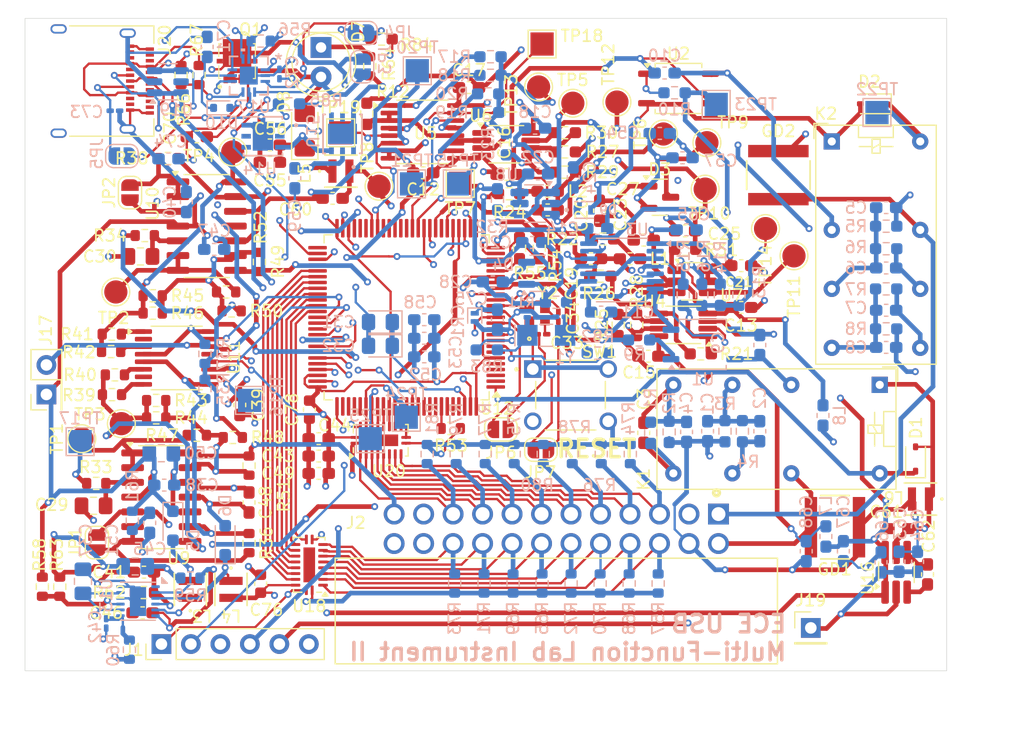
<source format=kicad_pcb>
(kicad_pcb (version 20241229) (generator "pcbnew") (generator_version "9.0")
  (title_block (title "ECE USB Multi-Function Lab Instrument") (rev "2"))
  (layers (0 "F.Cu" signal) (4 "In1.Cu" signal) (6 "In2.Cu" signal) (2 "B.Cu" signal) (13 "F.Paste" user) (15 "B.Paste" user) (5 "F.SilkS" user "F.Silkscreen") (7 "B.SilkS" user "B.Silkscreen") (1 "F.Mask" user) (3 "B.Mask" user) (25 "Edge.Cuts" user))
  (net 0 "")
  (net 1 "Net-(C1-Pad2)")
  (net 2 "GNDA")
  (net 3 "Net-(C2-Pad2)")
  (net 4 "Net-(C3-Pad2)")
  (net 5 "Net-(C3-Pad1)")
  (net 6 "Net-(C5-Pad2)")
  (net 7 "Net-(C6-Pad2)")
  (net 8 "Net-(C7-Pad1)")
  (net 9 "Net-(C7-Pad2)")
  (net 10 "GND")
  (net 11 "-5V")
  (net 12 "+5V")
  (net 13 "ADC2_INP3")
  (net 14 "ADC1_INP0")
  (net 15 "+3.3VA")
  (net 16 "Net-(U9A-+)")
  (net 17 "Net-(U10B-+)")
  (net 18 "-5VCLEAN")
  (net 19 "RCC_OSC_IN")
  (net 20 "RCC_OSC_OUT")
  (net 21 "RCC_OSC32_IN")
  (net 22 "RCC_OSC32_OUT")
  (net 23 "+12VA")
  (net 24 "-12VA")
  (net 25 "Net-(U13-Vref)")
  (net 26 "+3.3V")
  (net 27 "Net-(U13-Vfb1)")
  (net 28 "Net-(C45-Pad1)")
  (net 29 "Net-(C46-Pad1)")
  (net 30 "Net-(U13-Vfb2)")
  (net 31 "Net-(D8-K)")
  (net 32 "Net-(U16-C+)")
  (net 33 "Net-(U16-C-)")
  (net 34 "Net-(C31-Pad1)")
  (net 35 "UCPD_CC1")
  (net 36 "UCPD_CC2")
  (net 37 "NRST")
  (net 38 "CH1_attenuate")
  (net 39 "CH0_attenuate")
  (net 40 "Net-(D5-A)")
  (net 41 "Net-(D6-K)")
  (net 42 "Net-(D7-K)")
  (net 43 "P_CH1_IN")
  (net 44 "P_CH0_IN")
  (net 45 "DEBUG_JTMS-SWDI0")
  (net 46 "DEBUG_JTD-SW0")
  (net 47 "DEBUG_JTCK_SWCLK")
  (net 48 "LOGIC_INP0")
  (net 49 "LOGIC_INP7")
  (net 50 "LOGIC_INP11")
  (net 51 "LOGIC_INP5")
  (net 52 "LOGIC_INP4")
  (net 53 "CH0_ACDC")
  (net 54 "LOGIC_INP3")
  (net 55 "LOGIC_INP2")
  (net 56 "DAC1_OUT1")
  (net 57 "DAC1_OUT2")
  (net 58 "LOGIC_INP8")
  (net 59 "LOGIC_INP6")
  (net 60 "LOGIC_INP1")
  (net 61 "CH1_ACDC")
  (net 62 "LOGIC_INP14")
  (net 63 "LOGIC_INP10")
  (net 64 "LOGIC_INP9")
  (net 65 "LOGIC_INP15")
  (net 66 "LOGIC_INP12")
  (net 67 "LOGIC_INP13")
  (net 78 "Net-(JP1-B)")
  (net 79 "C0_IN")
  (net 80 "C1_IN")
  (net 81 "Net-(JP2-B)")
  (net 82 "Net-(L1-Pad1)")
  (net 83 "Net-(L2-Pad1)")
  (net 84 "Net-(R9-Pad1)")
  (net 85 "Net-(R10-Pad1)")
  (net 86 "Net-(U3-1Y)")
  (net 87 "Net-(U5-1Y)")
  (net 88 "Net-(U3-1Z)")
  (net 89 "Net-(U3-2Z)")
  (net 90 "Net-(U3-3Z)")
  (net 91 "Net-(U3-4Z)")
  (net 92 "Net-(U5-1Z)")
  (net 93 "Net-(U5-2Z)")
  (net 94 "Net-(U5-3Z)")
  (net 95 "Net-(U5-4Z)")
  (net 96 "Net-(U4-+IN_B)")
  (net 97 "TIM2_CH3")
  (net 98 "Net-(U6-+IN_B)")
  (net 99 "TIM2_CH2")
  (net 100 "Net-(U4--IN_B)")
  (net 101 "Net-(U6--IN_B)")
  (net 102 "Net-(U4-OUT_B)")
  (net 103 "Net-(U6-OUT_B)")
  (net 104 "TIM1_CH1")
  (net 105 "TIM1_CH2")
  (net 106 "/AWG_FrontEnd/C0_FB")
  (net 107 "/AWG_FrontEnd/C1_FB")
  (net 108 "Net-(U11B-D2)")
  (net 109 "/AWG_FrontEnd/C0_OUT_G")
  (net 110 "Net-(U11B-D4)")
  (net 111 "Net-(U11A-D1)")
  (net 112 "/AWG_FrontEnd/C1_OUT_G")
  (net 113 "Net-(U11A-D3)")
  (net 114 "Net-(U9D--)")
  (net 115 "Net-(U10C--)")
  (net 116 "/AWG_FrontEnd/C0_V_OFF")
  (net 117 "/AWG_FrontEnd/C1_V_OFF")
  (net 118 "Net-(U12-BOOT0)")
  (net 119 "Net-(U12-VDDA)")
  (net 120 "VREFP")
  (net 121 "UCPD_FLT")
  (net 122 "Net-(U17-VBUS_CTRL)")
  (net 123 "CH1_amp_10")
  (net 124 "CH1_amp_5")
  (net 125 "CH1_amp_1")
  (net 126 "CH1_amp_2.5")
  (net 127 "CH0_amp_1")
  (net 128 "CH0_amp_5")
  (net 129 "CH0_amp_2.5")
  (net 130 "CH0_amp_10")
  (net 131 "GAIN_C1")
  (net 133 "GAIN_C0")
  (net 136 "LOGIC_IN6")
  (net 137 "LOGIC_IN15")
  (net 143 "LOGIC_IN8")
  (net 144 "LOGIC_IN11")
  (net 146 "LOGIC_IN4")
  (net 147 "LOGIC_IN7")
  (net 151 "LOGIC_IN1")
  (net 154 "LOGIC_IN0")
  (net 155 "LOGIC_IN9")
  (net 156 "LOGIC_IN13")
  (net 158 "USCPD_DBn")
  (net 159 "LOGIC_IN12")
  (net 162 "LOGIC_IN2")
  (net 165 "LOGIC_IN14")
  (net 167 "LOGIC_IN5")
  (net 171 "LOGIC_IN3")
  (net 174 "LOGIC_IN10")
  (net 177 "Net-(C31-Pad2)")
  (net 184 "Net-(Q1-G)")
  (net 185 "+5VCLEAN")
  (net 186 "Net-(C9-Pad1)")
  (net 187 "Net-(U4-+IN_A)")
  (net 188 "Net-(C10-Pad1)")
  (net 189 "Net-(U6-+IN_A)")
  (net 190 "Net-(U15-VO)")
  (net 191 "Net-(D10-K)")
  (net 192 "USB_D+")
  (net 193 "USB_D-")
  (net 195 "Net-(U8--)")
  (net 196 "Net-(C20-Pad1)")
  (net 197 "Net-(U7--)")
  (net 198 "Net-(C19-Pad1)")
  (net 199 "Net-(U6-OUT_A)")
  (net 200 "Net-(U4-OUT_A)")
  (net 201 "Net-(C35-Pad2)")
  (net 202 "Net-(C36-Pad2)")
  (net 203 "Net-(D10-A)")
  (net 204 "Net-(J20-CC1)")
  (net 205 "Net-(J20-CC2)")
  (net 206 "Net-(U12-PB13)")
  (net 207 "Net-(U12-PB14)")
  (net 208 "Net-(JP6-B)")
  (net 209 "Net-(JP7-A)")
  (footprint "Resistor_SMD:R_0603_1608Metric" (layer "F.Cu") (at 121.006 89.434)
    (property "Reference" "R45")
    (property "Value" "10K")
  )
  (footprint "Capacitor_SMD:C_0805_2012Metric_Pad1.18x1.45mm_HandSolder" (layer "F.Cu") (at 119.95 86.05 180)
    (property "Reference" "C30")
    (property "Value" "10u")
  )
  (footprint "Resistor_SMD:R_0603_1608Metric_Pad0.98x0.95mm_HandSolder" (layer "F.Cu") (at 166.876001 85.444)
    (property "Reference" "R31")
    (property "Value" "100")
  )
  (footprint "Package_QFP:LQFP-100_14x14mm_P0.5mm" (layer "F.Cu") (at 142.881 91.294 180)
    (property "Reference" "U12")
    (property "Value" "STM32H563VITx")
  )
  (footprint "TestPoint:TestPoint_Pad_D2.0mm" (layer "F.Cu") (at 127.9 77.05)
    (property "Reference" "TP4")
    (property "Value" "TestPoint")
  )
  (footprint "Package_SO:SOIC-14_3.9x8.7mm_P1.27mm" (layer "F.Cu") (at 121.75 106.785)
    (property "Reference" "U9")
    (property "Value" "MC33274ADR2G")
  )
  (footprint "Package_SO:TSSOP-16_4.4x5mm_P0.65mm" (layer "F.Cu") (at 144.2435 75.319)
    (property "Reference" "U5")
    (property "Value" "CD74HC4316")
  )
  (footprint "MountingHole:MountingHole_2.2mm_M2" (layer "F.Cu") (at 113 118.75)
    (property "Reference" "H2" (hide yes))
    (property "Value" "MountingHole")
  )
  (footprint "Resistor_SMD:R_0603_1608Metric" (layer "F.Cu") (at 127.906 101.644)
    (property "Reference" "R48")
    (property "Value" "10K")
  )
  (footprint "Resistor_SMD:R_0603_1608Metric_Pad0.98x0.95mm_HandSolder" (layer "F.Cu") (at 156.506 77.044)
    (property "Reference" "R27")
    (property "Value" "2K")
  )
  (footprint "TestPoint:TestPoint_Pad_D2.0mm" (layer "F.Cu") (at 114.9 101.75)
    (property "Reference" "TP1")
    (property "Value" "TestPoint")
  )
  (footprint "Resistor_SMD:R_0603_1608Metric" (layer "F.Cu") (at 124.806 101.454)
    (property "Reference" "R47")
    (property "Value" "3K3")
  )
  (footprint "Connector_PinHeader_2.54mm:PinHeader_2x01_P2.54mm_Vertical" (layer "F.Cu") (at 111.85 97.94 90)
    (property "Reference" "J17")
    (property "Value" "2x01")
  )
  (footprint "Capacitor_SMD:C_0603_1608Metric_Pad1.08x0.95mm_HandSolder" (layer "F.Cu") (at 163.706 94.644 180)
    (property "Reference" "C15")
    (property "Value" "100n")
  )
  (footprint "Resistor_SMD:R_0603_1608Metric_Pad0.98x0.95mm_HandSolder" (layer "F.Cu") (at 162.706 91.9565 -90)
    (property "Reference" "R28")
    (property "Value" "1K")
  )
  (footprint "userfp:GDT_SH_LTF" (layer "F.Cu") (at 174.906 79.044 -90)
    (property "Reference" "GD2")
    (property "Value" "GDT_SH90")
  )
  (footprint "TestPoint:TestPoint_Pad_D2.0mm" (layer "F.Cu") (at 168.6 80.25)
    (property "Reference" "TP10")
    (property "Value" "T_adc_1")
  )
  (footprint "Resistor_SMD:R_0603_1608Metric" (layer "F.Cu") (at 146.681 100.869 180)
    (property "Reference" "R53")
    (property "Value" "10K")
  )
  (footprint "Resistor_SMD:R_0603_1608Metric" (layer "F.Cu") (at 120.25 115 180)
    (property "Reference" "R62")
    (property "Value" "1K")
  )
  (footprint "Package_SO:TSSOP-16_4.4x5mm_P0.65mm" (layer "F.Cu") (at 123.071 94.7965)
    (property "Reference" "U11")
    (property "Value" "DG403")
  )
  (footprint "Capacitor_SMD:C_0603_1608Metric_Pad1.08x0.95mm_HandSolder" (layer "F.Cu") (at 129.306 107.244 -90)
    (property "Reference" "C48")
    (property "Value" "100n")
  )
  (footprint "Resistor_SMD:R_0603_1608Metric_Pad0.98x0.95mm_HandSolder" (layer "F.Cu") (at 156.526 78.7865 180)
    (property "Reference" "R29")
    (property "Value" "2K")
  )
  (footprint "Capacitor_SMD:C_0603_1608Metric_Pad1.08x0.95mm_HandSolder" (layer "F.Cu") (at 120.25 113.25)
    (property "Reference" "C41")
    (property "Value" "100n")
  )
  (footprint "Resistor_SMD:R_0603_1608Metric" (layer "F.Cu") (at 129.306 104.069 90)
    (property "Reference" "R51")
    (property "Value" "10K")
  )
  (footprint "Resistor_SMD:R_0603_1608Metric_Pad0.98x0.95mm_HandSolder" (layer "F.Cu") (at 154.306 85.3315 -90)
    (property "Reference" "R54")
    (property "Value" "0")
  )
  (footprint "Resistor_SMD:R_0603_1608Metric" (layer "F.Cu") (at 121.006 90.934)
    (property "Reference" "R46")
    (property "Value" "10K")
  )
  (footprint "Resistor_SMD:R_0603_1608Metric_Pad0.98x0.95mm_HandSolder" (layer "F.Cu") (at 161.106 91.9565 -90)
    (property "Reference" "R25")
    (property "Value" "2K")
  )
  (footprint "Package_TO_SOT_SMD:SOT-23" (layer "F.Cu") (at 164.6875 80.95)
    (property "Reference" "D3")
    (property "Value" "BAV99")
  )
  (footprint "TestPoint:TestPoint_Pad_D2.0mm" (layer "F.Cu") (at 161 72.75)
    (property "Reference" "TP12")
    (property "Value" "T_pwm_1")
  )
  (footprint "Package_DFN_QFN:DHVQFN-20-1EP_2.5x4.5mm_P0.5mm_EP1x3mm" (layer "F.Cu") (at 140.65 101.8875 90)
    (property "Reference" "U20")
    (property "Value" "74HC245")
  )
  (footprint "Resistor_SMD:R_0603_1608Metric_Pad0.98x0.95mm_HandSolder" (layer "F.Cu") (at 151.706 80.644)
    (property "Reference" "R24")
    (property "Value" "6.2")
  )
  (footprint "Resistor_SMD:R_0603_1608Metric" (layer "F.Cu") (at 116.141 105.6)
    (property "Reference" "R33")
    (property "Value" "10K")
  )
  (footprint "MountingHole:MountingHole_2.2mm_M2" (layer "F.Cu") (at 186.25 68.5)
    (property "Reference" "H1" (hide yes))
    (property "Value" "MountingHole")
  )
  (footprint "userfp:NX2016SA_NDK" (layer "F.Cu") (at 154.125 91.075 90)
    (property "Reference" "Y2")
    (property "Value" "NX2016SA-25M-EXS00A-CS08742")
  )
  (footprint "Capacitor_SMD:C_0603_1608Metric_Pad1.08x0.95mm_HandSolder" (layer "F.Cu") (at 136.506 81.044)
    (property "Reference" "C60")
    (property "Value" "100nF")
  )
  (footprint "Resistor_SMD:R_0603_1608Metric_Pad0.98x0.95mm_HandSolder" (layer "F.Cu") (at 139.45 73.7625 -90)
    (property "Reference" "R12")
    (property "Value" "1K")
  )
  (footprint "Resistor_SMD:R_0603_1608Metric" (layer "F.Cu") (at 117.425 94.244)
    (property "Reference" "R42")
    (property "Value" "10K")
  )
  (footprint "Diode_SMD:D_SOD-323" (layer "F.Cu") (at 183.025 72.9 180)
    (property "Reference" "D2")
    (property "Value" "1N4148WS")
  )
  (footprint "Package_SO:VSSOP-8_3x3mm_P0.65mm" (layer "F.Cu") (at 151.4635 76.3865)
    (property "Reference" "U6")
    (property "Value" "LMP7718")
  )
  (footprint "Package_DFN_QFN:DHVQFN-20-1EP_2.5x4.5mm_P0.5mm_EP1x3mm" (layer "F.Cu") (at 134.4935 112.619 180)
    (property "Reference" "U18")
    (property "Value" "74HC245")
  )
  (footprint "Capacitor_SMD:C_0603_1608Metric_Pad1.08x0.95mm_HandSolder" (layer "F.Cu") (at 163.306 84.644 180)
    (property "Reference" "C23")
    (property "Value" "100n")
  )
  (footprint "Capacitor_SMD:C_0201_0603Metric_Pad0.64x0.40mm_HandSolder" (layer "F.Cu") (at 154.5425 92.75)
    (property "Reference" "C33")
    (property "Value" "5.6p")
  )
  (footprint "userfp:IND_TAIYO_NRH2410_TAY" (layer "F.Cu") (at 137.21975 78.7)
    (property "Reference" "L5")
    (property "Value" "4.7uH")
  )
  (footprint "Diode_SMD:D_SOD-323" (layer "F.Cu") (at 186.725 103.5 90)
    (property "Reference" "D1")
    (property "Value" "1N4148WS")
  )
  (footprint "TestPoint:TestPoint_Pad_D2.0mm" (layer "F.Cu") (at 173.8 83.65)
    (property "Reference" "TP14")
    (property "Value" "T_amp_1")
  )
  (footprint "Resistor_SMD:R_0603_1608Metric" (layer "F.Cu") (at 127.331 89.109 180)
    (property "Reference" "R49")
    (property "Value" "3K3")
  )
  (footprint "Capacitor_SMD:C_0603_1608Metric_Pad1.08x0.95mm_HandSolder" (layer "F.Cu") (at 120.1375 116.75)
    (property "Reference" "C46")
    (property "Value" "120p")
  )
  (footprint "userfp:SW_TS02-66-73-BK-100-SCR-D" (layer "F.Cu") (at 157 98)
    (property "Reference" "SW1")
    (property "Value" "TS02-66-73-BK-100-SCR-D")
  )
  (footprint "Resistor_SMD:R_0603_1608Metric" (layer "F.Cu") (at 121.306 98.454 180)
    (property "Reference" "R43")
    (property "Value" "10K")
  )
  (footprint "Package_SO:SOP-4_3.8x4.1mm_P2.54mm" (layer "F.Cu") (at 166.3 71.58)
    (property "Reference" "U2")
    (property "Value" "AQY284SX")
  )
  (footprint "Capacitor_SMD:C_0603_1608Metric_Pad1.08x0.95mm_HandSolder" (layer "F.Cu") (at 135.306 103.244 180)
    (property "Reference" "C43")
    (property "Value" "100n")
  )
  (footprint "Capacitor_SMD:C_0805_2012Metric_Pad1.18x1.45mm_HandSolder" (layer "F.Cu") (at 115.91 107.531 180)
    (property "Reference" "C29")
    (property "Value" "10u")
  )
  (footprint "Inductor_SMD:L_0603_1608Metric_Pad1.05x0.95mm_HandSolder" (layer "F.Cu") (at 155.031 80.444)
    (property "Reference" "L2")
    (property "Value" "10uH")
  )
  (footprint "Capacitor_SMD:C_0603_1608Metric_Pad1.08x0.95mm_HandSolder" (layer "F.Cu") (at 155.031 82.044 180)
    (property "Reference" "C20")
    (property "Value" "1u")
  )
  (footprint "TestPoint:TestPoint_Pad_D2.0mm" (layer "F.Cu") (at 140.5 80)
    (property "Reference" "TP8")
    (property "Value" "+3.3VA")
  )
  (footprint "TestPoint:TestPoint_Pad_D2.0mm" (layer "F.Cu") (at 118.306 100.454)
    (property "Reference" "TP3")
    (property "Value" "TestPoint")
  )
  (footprint "TestPoint:TestPoint_Pad_D2.0mm" (layer "F.Cu") (at 176.25 86)
    (property "Reference" "TP11")
    (property "Value" "T_buf_1")
  )
  (footprint "Capacitor_SMD:C_0603_1608Metric_Pad1.08x0.95mm_HandSolder" (layer "F.Cu") (at 151.5 78.9865)
    (property "Reference" "C16")
    (property "Value" "100n")
  )
  (footprint "Resistor_SMD:R_0603_1608Metric" (layer "F.Cu") (at 111.5 114.5 -90)
    (property "Reference" "R58")
    (property "Value" "110k")
  )
  (footprint "Package_TO_SOT_SMD:TSOT-23-6_HandSoldering" (layer "F.Cu") (at 185.05 113.26 90)
    (property "Reference" "U16")
    (property "Value" "LTC1983ES6-5TRMPBF")
  )
  (footprint "TestPoint:TestPoint_Pad_D2.0mm" (layer "F.Cu") (at 157.2 72.85)
    (property "Reference" "TP5")
    (property "Value" "T_buf_0")
  )
  (footprint "Capacitor_SMD:C_0603_1608Metric_Pad1.08x0.95mm_HandSolder" (layer "F.Cu") (at 124.806 75.744)
    (property "Reference" "C70")
    (property "Value" "DNF")
  )
  (footprint "Capacitor_SMD:C_0201_0603Metric_Pad0.64x0.40mm_HandSolder" (layer "F.Cu") (at 155.95 91.2325 -90)
    (property "Reference" "C34")
    (property "Value" "5.6p")
  )
  (footprint "Resistor_SMD:R_0603_1608Metric" (layer "F.Cu") (at 123.45 70.425 90)
    (property "Reference" "R66")
    (property "Value" "2.4K")
  )
  (footprint "Jumper:SolderJumper-2_P1.3mm_Open_RoundedPad1.0x1.5mm" (layer "F.Cu") (at 154.45 102.7 180)
    (property "Reference" "JP7")
    (property "Value" "SJ")
  )
  (footprint "Capacitor_SMD:C_0603_1608Metric_Pad1.08x0.95mm_HandSolder" (layer "F.Cu") (at 185.25 109.5)
    (property "Reference" "C61")
    (property "Value" "10u")
  )
  (footprint "Capacitor_SMD:C_0603_1608Metric_Pad1.08x0.95mm_HandSolder" (layer "F.Cu") (at 159.5 82.1125 90)
    (property "Reference" "C27")
    (property "Value" "100n")
  )
  (footprint "LED_THT:LED_D5.0mm" (layer "F.Cu") (at 135.506 68.044 -90)
    (property "Reference" "D7")
    (property "Value" "LED")
  )
  (footprint "Capacitor_SMD:C_0603_1608Metric" (layer "F.Cu") (at 134.506 99.244 -90)
    (property "Reference" "C78")
    (property "Value" "100nF")
  )
  (footprint "MountingHole:MountingHole_2.2mm_M2" (layer "F.Cu") (at 113 79.25)
    (property "Reference" "H3" (hide yes))
    (property "Value" "MountingHole")
  )
  (footprint "Jumper:SolderJumper-2_P1.3mm_Open_RoundedPad1.0x1.5mm" (layer "F.Cu") (at 116.2 110.7 -90)
    (property "Reference" "JP1")
    (property "Value" "SJ")
  )
  (footprint "Connector_PinHeader_2.54mm:PinHeader_1x06_P2.54mm_Vertical" (layer "F.Cu") (at 121.756 119.444 90)
    (property "Reference" "J1")
    (property "Value" "Conn_01x06_Pin")
  )
  (footprint "Capacitor_SMD:C_0603_1608Metric_Pad1.08x0.95mm_HandSolder" (layer "F.Cu") (at 166.876001 83.844 180)
    (property "Reference" "C25")
    (property "Value" "160p")
  )
  (footprint "TestPoint:TestPoint_Pad_2.0x2.0mm" (layer "F.Cu") (at 137.2 75.4)
    (property "Reference" "TP19")
    (property "Value" "TestPoint")
  )
  (footprint "Resistor_SMD:R_0603_1608Metric" (layer "F.Cu") (at 117.481 92.744 180)
    (property "Reference" "R41")
    (property "Value" "1K")
  )
  (footprint "userfp:OST_302-R241" (layer "F.Cu") (at 155.776 109.514)
    (property "Reference" "J2")
    (property "Value" "Conn_02x12_Odd_Even")
  )
  (footprint "Resistor_SMD:R_0603_1608Metric" (layer "F.Cu") (at 130.2 86.525 -90)
    (property "Reference" "R52")
    (property "Value" "10K")
  )
  (footprint "Capacitor_SMD:C_0603_1608Metric_Pad1.08x0.95mm_HandSolder" (layer "F.Cu") (at 171.706 90.444)
    (property "Reference" "C13")
    (property "Value" "100n")
  )
  (footprint "Resistor_SMD:R_0603_1608Metric_Pad0.98x0.95mm_HandSolder" (layer "F.Cu") (at 159.8 84.55)
    (property "Reference" "R22")
    (property "Value" "6.2")
  )
  (footprint "userfp:GDT_SH_LTF" (layer "F.Cu") (at 179.77975 109.37525 180)
    (property "Reference" "GD1")
    (property "Value" "GDT_SH90")
  )
  (footprint "Capacitor_SMD:C_0603_1608Metric_Pad1.08x0.95mm_HandSolder" (layer "F.Cu") (at 148.25 71.5)
    (property "Reference" "C17")
    (property "Value" "100n")
  )
  (footprint "TestPoint:TestPoint_Pad_D2.0mm" (layer "F.Cu") (at 165 75.5)
    (property "Reference" "TP6")
    (property "Value" "T_pwm_0")
  )
  (footprint "userfp:IND_TAIYO_NRH2410_TAY" (layer "F.Cu") (at 127.75 114.73025 -90)
    (property "Reference" "L4")
    (property "Value" "4.7uH")
  )
  (footprint "Package_TO_SOT_SMD:SOT-23-6_Handsoldering" (layer "F.Cu") (at 167.476001 88.194)
    (property "Reference" "U7")
    (property "Value" "OPA863")
  )
  (footprint "Resistor_SMD:R_0603_1608Metric" (layer "F.Cu") (at 117.5 97.954 180)
    (property "Reference" "R39")
    (property "Value" "1K")
  )
  (footprint "Capacitor_SMD:C_0603_1608Metric_Pad1.08x0.95mm_HandSolder" (layer "F.Cu") (at 144.306 78.844 180)
    (property "Reference" "C12")
    (property "Value" "100n")
  )
  (footprint "Resistor_SMD:R_0603_1608Metric" (layer "F.Cu") (at 121.306 99.954)
    (property "Reference" "R44")
    (property "Value" "10K")
  )
  (footprint "TestPoint:TestPoint_Pad_D2.0mm" (layer "F.Cu") (at 117.831 89.109)
    (property "Reference" "TP2")
    (property "Value" "TestPoint")
  )
  (footprint "Resistor_SMD:R_0603_1608Metric" (layer "F.Cu") (at 117.75 96.25 180)
    (property "Reference" "R40")
    (property "Value" "10K")
  )
  (footprint "TestPoint:TestPoint_Pad_2.0x2.0mm" (layer "F.Cu") (at 154.55 67.75)
    (property "Reference" "TP18")
    (property "Value" "TestPoint")
  )
  (footprint "Resistor_SMD:R_0603_1608Metric_Pad0.98x0.95mm_HandSolder" (layer "F.Cu") (at 159.5625 87.75)
    (property "Reference" "R26")
    (property "Value" "2K")
  )
  (footprint "Capacitor_SMD:C_0603_1608Metric_Pad1.08x0.95mm_HandSolder" (layer "F.Cu") (at 171.706 86.844 180)
    (property "Reference" "C21")
    (property "Value" "100n")
  )
  (footprint "Capacitor_SMD:C_0603_1608Metric_Pad1.08x0.95mm_HandSolder" (layer "F.Cu") (at 135.306 104.744 180)
    (property "Reference" "C49")
    (property "Value" "100n")
  )
  (footprint "Resistor_SMD:R_0603_1608Metric_Pad0.98x0.95mm_HandSolder" (layer "F.Cu") (at 140.725 67.325 180)
    (property "Reference" "R84")
    (property "Value" "5.1k")
  )
  (footprint "Resistor_SMD:R_0603_1608Metric" (layer "F.Cu") (at 113 114.5 -90)
    (property "Reference" "R63")
    (property "Value" "10K")
  )
  (footprint "Package_SO:VSSOP-8_3x3mm_P0.65mm" (layer "F.Cu") (at 166.7185 91.944 180)
    (property "Reference" "U4")
    (property "Value" "LMP7718")
  )
  (footprint "Connector_PinHeader_2.54mm:PinHeader_1x01_P2.54mm_Vertical" (layer "F.Cu") (at 177.7 118.05)
    (property "Reference" "J19")
    (property "Value" "T_N5V")
  )
  (footprint "Jumper:SolderJumper-2_P1.3mm_Open_RoundedPad1.0x1.5mm" (layer "F.Cu") (at 119.05 80.55 90)
    (property "Reference" "JP2")
    (property "Value" "SJ")
  )
  (footprint "Capacitor_SMD:C_0603_1608Metric_Pad1.08x0.95mm_HandSolder" (layer "F.Cu") (at 128.506 98.844 90)
    (property "Reference" "C39")
    (property "Value" "100n")
  )
  (footprint "Resistor_SMD:R_0603_1608Metric_Pad0.98x0.95mm_HandSolder" (layer "F.Cu") (at 152.606 85.3315 90)
    (property "Reference" "R55")
    (property "Value" "0")
  )
  (footprint "Relay_THT:Relay_DPDT_Omron_G5V-2" (layer "F.Cu") (at 179.506 76.144)
    (property "Reference" "K2")
    (property "Value" "G5V-2")
  )
  (footprint "Inductor_SMD:L_0603_1608Metric_Pad1.05x0.95mm_HandSolder" (layer "F.Cu") (at 162.125 86.25 180)
    (property "Reference" "L1")
    (property "Value" "10uH")
  )
  (footprint "Resistor_SMD:R_0603_1608Metric" (layer "F.Cu") (at 139.706 69.669 -90)
    (property "Reference" "R64")
    (property "Value" "1K")
  )
  (footprint "userfp:STL20N6F7" (layer "F.Cu") (at 128.275 69.225)
    (property "Reference" "Q1")
    (property "Value" "STL11N3LLH6")
  )
  (footprint "TestPoint:TestPoint_Pad_D2.0mm" (layer "F.Cu") (at 168.75 76.25)
    (property "Reference" "TP9")
    (property "Value" "+3.3VA")
  )
  (footprint "Capacitor_SMD:C_0603_1608Metric_Pad1.08x0.95mm_HandSolder" (layer "F.Cu") (at 158.7625 86.244 180)
    (property "Reference" "C19")
    (property "Value" "1u")
  )
  (footprint "Capacitor_SMD:C_0603_1608Metric_Pad1.08x0.95mm_HandSolder" (layer "F.Cu") (at 131.1 77.944 180)
    (property "Reference" "C55")
    (property "Value" "4.7uF")
  )
  (footprint "Resistor_SMD:R_0603_1608Metric_Pad0.98x0.95mm_HandSolder" (layer "F.Cu") (at 168.2185 94.444 180)
    (property "Reference" "R21")
    (property "Value" "1K")
  )
  (footprint "Resistor_SMD:R_0603_1608Metric" (layer "F.Cu") (at 120.325 84.25)
    (property "Reference" "R34")
    (property "Value" "10K")
  )
  (footprint "Capacitor_SMD:C_0603_1608Metric" (layer "F.Cu") (at 130.306 114.244 -90)
    (property "Reference" "C76")
    (property "Value" "100nF")
  )
  (footprint "userfp:IND_TAIYO_NRH2410_TAY" (layer "F.Cu") (at 124.25 114.73025 90)
    (property "Reference" "L3")
    (property "Value" "4.7uH")
  )
  (footprint "Diode_SMD:D_1206_3216Metric_Pad1.42x1.75mm_HandSolder" (layer "F.Cu") (at 134.106 75.244 90)
    (property "Reference" "D8")
    (property "Value" "D_Schottky")
  )
  (footprint "TestPoint:TestPoint_Pad_2.0x2.0mm" (layer "F.Cu") (at 147.5 79.75)
    (property "Reference" "TP7")
    (property "Value" "T_adc_0")
  )
  (footprint "userfp:IND_TAIYO_NRH2410_TAY" (layer "F.Cu") (at 187.14475 106.95 180)
    (property "Reference" "L6")
    (property "Value" "4.7uH")
  )
  (footprint "Resistor_SMD:R_0603_1608Metric" (layer "F.Cu") (at 127.806 90.744)
    (property "Reference" "R50")
    (property "Value" "10K")
  )
  (footprint "Relay_THT:Relay_DPDT_Omron_G5V-2" (layer "F.Cu") (at 183.63725 97.11275 -90)
    (property "Reference" "K1")
    (property "Value" "G5V-2")
  )
  (footprint "Package_SO:SOIC-14_3.9x8.7mm_P1.27mm" (layer "F.Cu") (at 125.656 83.434)
    (property "Reference" "U10")
    (property "Value" "MC33274ADR2G")
  )
  (footprint "Capacitor_SMD:C_0603_1608Metric_Pad1.08x0.95mm_HandSolder" (layer "F.Cu") (at 163.306 101.244 90)
    (property "Reference" "C3")
    (property "Value" "68p")
  )
  (footprint "Resistor_SMD:R_0603_1608Metric" (layer "F.Cu") (at 122.331 77.609)
    (property "Reference" "R38")
    (property "Value" "3K3")
  )
  (footprint "Resistor_SMD:R_0603_1608Metric" (layer "F.Cu") (at 129.306 110.744 90)
    (property "Reference" "R36")
    (property "Value" "3K3")
  )
  (footprint "Jumper:SolderJumper-2_P1.3mm_Open_RoundedPad1.0x1.5mm" (layer "F.Cu") (at 151 100.95)
    (property "Reference" "JP6")
    (property "Value" "SJ")
  )
  (footprint "Capacitor_SMD:C_0603_1608Metric_Pad1.08x0.95mm_HandSolder" (layer "F.Cu") (at 187.756 113.444 90)
    (property "Reference" "C62")
    (property "Value" "1u")
  )
  (footprint "TestPoint:TestPoint_Pad_D2.0mm" (layer "F.Cu") (at 154.25 71.45)
    (property "Reference" "TP13")
    (property "Value" "T_amp_0")
  )
  (footprint "Connector_USB:USB_C_Receptacle_Amphenol_12401610E4-2A" (layer "F.Cu") (at 115.74 70.94 -90)
    (property "Reference" "J20")
    (property "Value" "USB_C_Receptacle")
  )
  (footprint "Capacitor_SMD:C_0603_1608Metric_Pad1.08x0.95mm_HandSolder" (layer "F.Cu") (at 135.306 101.744 180)
    (property "Reference" "C44")
    (property "Value" "100n")
  )
  (footprint "MountingHole:MountingHole_2.2mm_M2" (layer "F.Cu") (at 186.25 118.8)
    (property "Reference" "H4" (hide yes))
    (property "Value" "MountingHole")
  )
  (footprint "Resistor_SMD:R_0603_1608Metric" (layer "F.Cu") (at 125 70.425 -90)
    (property "Reference" "R67")
    (property "Value" "10K")
  )
  (footprint "Capacitor_SMD:C_0603_1608Metric_Pad1.08x0.95mm_HandSolder" (layer "F.Cu") (at 131.106 76.444 180)
    (property "Reference" "C56")
    (property "Value" "4.7uF")
  )
  (footprint "Resistor_SMD:R_0603_1608Metric_Pad0.98x0.95mm_HandSolder" (layer "F.Cu") (at 156.506 75.3865 180)
    (property "Reference" "R30")
    (property "Value" "1K")
  )
  (footprint "Resistor_SMD:R_0603_1608Metric" (layer "B.Cu") (at 119 119.925 90)
    (property "Reference" "R60")
    (property "Value" "10K")
  )
  (footprint "Capacitor_SMD:C_0201_0603Metric_Pad0.64x0.40mm_HandSolder" (layer "B.Cu") (at 156.1385 91.244)
    (property "Reference" "C35" (hide yes))
    (property "Value" "3.3p")
  )
  (footprint "Capacitor_SMD:C_0603_1608Metric_Pad1.08x0.95mm_HandSolder" (layer "B.Cu") (at 144.4 94.7 180)
    (property "Reference" "C52")
    (property "Value" "100n")
  )
  (footprint "Diode_SMD:D_SOD-323_HandSoldering" (layer "B.Cu") (at 127.25 110.5 90)
    (property "Reference" "D6")
    (property "Value" "NSR0530")
  )
  (footprint "Resistor_SMD:R_0603_1608Metric" (layer "B.Cu") (at 159.55 114.225 -90)
    (property "Reference" "R70")
    (property "Value" "1M")
  )
  (footprint "Capacitor_SMD:C_0603_1608Metric_Pad1.08x0.95mm_HandSolder" (layer "B.Cu") (at 153.95 75 180)
    (property "Reference" "C18")
    (property "Value" "100n")
  )
  (footprint "Package_SO:SOP-4_3.8x4.1mm_P2.54mm" (layer "B.Cu") (at 168.4 93.63)
    (property "Reference" "U1")
    (property "Value" "AQY284SX")
  )
  (footprint "Capacitor_SMD:C_0201_0603Metric_Pad0.64x0.40mm_HandSolder" (layer "B.Cu") (at 131.925 70.3325 -90)
    (property "Reference" "C72")
    (property "Value" "330p")
  )
  (footprint "Capacitor_SMD:C_0201_0603Metric_Pad0.64x0.40mm_HandSolder" (layer "B.Cu") (at 117.75 73.5 180)
    (property "Reference" "C73")
    (property "Value" "330p")
  )
  (footprint "Capacitor_SMD:C_0603_1608Metric_Pad1.08x0.95mm_HandSolder" (layer "B.Cu") (at 183.75 112.4 90)
    (property "Reference" "C66")
    (property "Value" "10u")
  )
  (footprint "Capacitor_SMD:C_0603_1608Metric_Pad1.08x0.95mm_HandSolder" (layer "B.Cu") (at 168.806 101.1065 90)
    (property "Reference" "C1")
    (property "Value" "200p")
  )
  (footprint "Capacitor_SMD:C_0603_1608Metric_Pad1.08x0.95mm_HandSolder" (layer "B.Cu") (at 154.206 78.944 180)
    (property "Reference" "C22")
    (property "Value" "100n")
  )
  (footprint "Capacitor_SMD:C_0603_1608Metric_Pad1.08x0.95mm_HandSolder" (layer "B.Cu") (at 173.306 101.1065 -90)
    (property "Reference" "C2")
    (property "Value" "820p")
  )
  (footprint "Resistor_SMD:R_0603_1608Metric" (layer "B.Cu") (at 125.506 97.469 -90)
    (property "Reference" "R35")
    (property "Value" "10K")
  )
  (footprint "Capacitor_SMD:C_0603_1608Metric_Pad1.08x0.95mm_HandSolder" (layer "B.Cu") (at 166.99725 101.16525 -90)
    (property "Reference" "C4")
    (property "Value" "820p")
  )
  (footprint "Resistor_SMD:R_0603_1608Metric" (layer "B.Cu") (at 149.55 114.225 90)
    (property "Reference" "R71")
    (property "Value" "1M")
  )
  (footprint "Capacitor_SMD:C_0603_1608Metric_Pad1.08x0.95mm_HandSolder" (layer "B.Cu") (at 173.306 93.684 90)
    (property "Reference" "C9")
    (property "Value" "47n")
  )
  (footprint "Capacitor_SMD:C_0603_1608Metric_Pad1.08x0.95mm_HandSolder" (layer "B.Cu") (at 157.237412 79.244 90)
    (property "Reference" "C24")
    (property "Value" "100n")
  )
  (footprint "Resistor_SMD:R_0603_1608Metric_Pad0.98x0.95mm_HandSolder" (layer "B.Cu") (at 184.1935 83.444 180)
    (property "Reference" "R5")
    (property "Value" "820K")
  )
  (footprint "Resistor_SMD:R_0603_1608Metric" (layer "B.Cu") (at 164.55 114.225 -90)
    (property "Reference" "R57")
    (property "Value" "1M")
  )
  (footprint "Capacitor_SMD:C_0603_1608Metric_Pad1.08x0.95mm_HandSolder" (layer "B.Cu") (at 159.306 83.644)
    (property "Reference" "C14")
    (property "Value" "100n")
  )
  (footprint "Resistor_SMD:R_0603_1608Metric_Pad0.98x0.95mm_HandSolder" (layer "B.Cu") (at 168.306 89.3565 -90)
    (property "Reference" "R16")
    (property "Value" "9.1K")
  )
  (footprint "Capacitor_SMD:C_0805_2012Metric_Pad1.18x1.45mm_HandSolder" (layer "B.Cu") (at 119.5 112.75)
    (property "Reference" "C51")
    (property "Value" "10u")
  )
  (footprint "userfp:QFN12_TCPP01-M12_STM" (layer "B.Cu") (at 129.2836 70.468997 180)
    (property "Reference" "U17")
    (property "Value" "TCPP01-M12")
  )
  (footprint "Resistor_SMD:R_0603_1608Metric_Pad0.98x0.95mm_HandSolder" (layer "B.Cu") (at 171.506 89.3565 -90)
    (property "Reference" "R13")
    (property "Value" "6.2")
  )
  (footprint "Capacitor_SMD:C_0603_1608Metric_Pad1.08x0.95mm_HandSolder" (layer "B.Cu") (at 144.4 93.1 180)
    (property "Reference" "C53")
    (property "Value" "100n")
  )
  (footprint "TestPoint:TestPoint_Pad_2.0x2.0mm" (layer "B.Cu") (at 143.8 70.05 180)
    (property "Reference" "TP20")
    (property "Value" "TestPoint")
  )
  (footprint "TestPoint:TestPoint_Pad_2.0x2.0mm" (layer "B.Cu") (at 183.4 73.65 180)
    (property "Reference" "TP22")
    (property "Value" "TestPoint")
  )
  (footprint "Resistor_SMD:R_0603_1608Metric_Pad0.98x0.95mm_HandSolder" (layer "B.Cu") (at 163.906 101.244 -90)
    (property "Reference" "R1")
    (property "Value" "820K")
  )
  (footprint "Capacitor_SMD:C_0603_1608Metric_Pad1.08x0.95mm_HandSolder" (layer "B.Cu") (at 150.306 88.244 180)
    (property "Reference" "C28")
    (property "Value" "100n")
  )
  (footprint "userfp:DFN_5APU33R_STM" (layer "B.Cu") (at 130.5038 75.694001 180)
    (property "Reference" "U14")
    (property "Value" "ST1L05APU33R")
  )
  (footprint "Resistor_SMD:R_0603_1608Metric_Pad0.98x0.95mm_HandSolder" (layer "B.Cu") (at 150.706 81.1315 90)
    (property "Reference" "R32")
    (property "Value" "100")
  )
  (footprint "Diode_SMD:D_SOD-523" (layer "B.Cu") (at 126.95 73.25)
    (property "Reference" "D10")
    (property "Value" "BAT54KFILM")
  )
  (footprint "Resistor_SMD:R_0603_1608Metric" (layer "B.Cu") (at 152.15 103.075 90)
    (property "Reference" "R75")
    (property "Value" "1M")
  )
  (footprint "Resistor_SMD:R_0603_1608Metric_Pad0.98x0.95mm_HandSolder" (layer "B.Cu") (at 159.35 94.375 180)
    (property "Reference" "R82")
    (property "Value" "0")
  )
  (footprint "Jumper:SolderJumper-2_P1.3mm_Open_RoundedPad1.0x1.5mm" (layer "B.Cu") (at 118.35 77.4 180)
    (property "Reference" "JP5")
    (property "Value" "SJ")
  )
  (footprint "Capacitor_SMD:C_0603_1608Metric_Pad1.08x0.95mm_HandSolder" (layer "B.Cu") (at 150.7 91.5 -90)
    (property "Reference" "C75")
    (property "Value" "100n")
  )
  (footprint "Package_DFN_QFN:ST_UFDFPN-12-1EP_3x3mm_P0.5mm_EP1.4x2.55mm" (layer "B.Cu") (at 119.7375 115.75 180)
    (property "Reference" "U13")
    (property "Value" "R1283K002A")
  )
  (footprint "Resistor_SMD:R_0603_1608Metric_Pad0.98x0.95mm_HandSolder" (layer "B.Cu") (at 171.806 101.1065 -90)
    (property "Reference" "R4")
    (property "Value" "200k")
  )
  (footprint "Capacitor_SMD:C_0603_1608Metric_Pad1.08x0.95mm_HandSolder" (layer "B.Cu") (at 144.4 91.5)
    (property "Reference" "C58")
    (property "Value" "4.7uF")
  )
  (footprint "Resistor_SMD:R_0603_1608Metric_Pad0.98x0.95mm_HandSolder" (layer "B.Cu") (at 149.7875 94.1)
    (property "Reference" "R83")
    (property "Value" "0")
  )
  (footprint "Capacitor_SMD:C_0603_1608Metric_Pad1.08x0.95mm_HandSolder" (layer "B.Cu") (at 153.706 84.844)
    (property "Reference" "C26")
    (property "Value" "160p")
  )
  (footprint "Resistor_SMD:R_0603_1608Metric_Pad0.98x0.95mm_HandSolder" (layer "B.Cu") (at 165.49725 101.16525 90)
    (property "Reference" "R2")
    (property "Value" "68K")
  )
  (footprint "Capacitor_SMD:C_0603_1608Metric_Pad1.08x0.95mm_HandSolder" (layer "B.Cu") (at 166.65 77.55)
    (property "Reference" "C57")
    (property "Value" "100n")
  )
  (footprint "Diode_SMD:D_0805_2012Metric_Pad1.15x1.40mm_HandSolder" (layer "B.Cu") (at 140.62262 91.7 180)
    (property "Reference" "C31")
    (property "Value" "2.2u")
  )
  (footprint "Diode_SMD:D_SOD-323_HandSoldering" (layer "B.Cu") (at 122.75 109.25 -90)
    (property "Reference" "D5")
    (property "Value" "NSR0530")
  )
  (footprint "Capacitor_SMD:C_0603_1608Metric_Pad1.08x0.95mm_HandSolder" (layer "B.Cu") (at 177.306 111.444 -90)
    (property "Reference" "C68")
    (property "Value" "100n")
  )
  (footprint "Capacitor_SMD:C_0603_1608Metric_Pad1.08x0.95mm_HandSolder" (layer "B.Cu") (at 126.306 85.444)
    (property "Reference" "C47")
    (property "Value" "100n")
  )
  (footprint "Resistor_SMD:R_0603_1608Metric" (layer "B.Cu") (at 125.506 94.444 90)
    (property "Reference" "R37")
    (property "Value" "10K")
  )
  (footprint "Resistor_SMD:R_0603_1608Metric" (layer "B.Cu") (at 162.15 103.075 -90)
    (property "Reference" "R74")
    (property "Value" "1M")
  )
  (footprint "Inductor_SMD:L_0603_1608Metric_Pad1.05x0.95mm_HandSolder" (layer "B.Cu") (at 178.75 99.75 90)
    (property "Reference" "L8")
    (property "Value" "4.7uH")
  )
  (footprint "Capacitor_SMD:C_0603_1608Metric_Pad1.08x0.95mm_HandSolder" (layer "B.Cu") (at 184.1935 81.844 180)
    (property "Reference" "C5")
    (property "Value" "200p")
  )
  (footprint "Resistor_SMD:R_0603_1608Metric_Pad0.98x0.95mm_HandSolder" (layer "B.Cu") (at 169.906 89.3565 -90)
    (property "Reference" "R14")
    (property "Value" "1.5K")
  )
  (footprint "Resistor_SMD:R_0603_1608Metric" (layer "B.Cu") (at 162.05 114.225 -90)
    (property "Reference" "R68")
    (property "Value" "1M")
  )
  (footprint "Resistor_SMD:R_0603_1608Metric" (layer "B.Cu") (at 119.25 108.825 -90)
    (property "Reference" "R61")
    (property "Value" "1K")
  )
  (footprint "Capacitor_SMD:C_0805_2012Metric_Pad1.18x1.45mm_HandSolder" (layer "B.Cu") (at 121.75 103)
    (property "Reference" "C50")
    (property "Value" "10u")
  )
  (footprint "Resistor_SMD:R_0603_1608Metric" (layer "B.Cu") (at 157.15 103.075 -90)
    (property "Reference" "R78")
    (property "Value" "1M")
  )
  (footprint "Capacitor_SMD:C_0603_1608Metric_Pad1.08x0.95mm_HandSolder" (layer "B.Cu") (at 123.906 81.3625 -90)
    (property "Reference" "C40")
    (property "Value" "100n")
  )
  (footprint "Resistor_SMD:R_0603_1608Metric" (layer "B.Cu") (at 147.15 103.075 90)
    (property "Reference" "R79")
    (property "Value" "1M")
  )
  (footprint "Resistor_SMD:R_0603_1608Metric_Pad0.98x0.95mm_HandSolder" (layer "B.Cu") (at 170.306 101.1065 90)
    (property "Reference" "R3")
    (property "Value" "820K")
  )
  (footprint "Capacitor_SMD:C_0603_1608Metric_Pad1.08x0.95mm_HandSolder" (layer "B.Cu") (at 133.25 79.32 90)
    (property "Reference" "C59")
    (property "Value" "100nF")
  )
  (footprint "Resistor_SMD:R_0603_1608Metric" (layer "B.Cu") (at 154.65 103.075 -90)
    (property "Reference" "R80")
    (property "Value" "1M")
  )
  (footprint "Resistor_SMD:R_0603_1608Metric" (layer "B.Cu") (at 149.65 103.075 90)
    (property "Reference" "R77")
    (property "Value" "1M")
  )
  (footprint "Capacitor_SMD:C_0603_1608Metric_Pad1.08x0.95mm_HandSolder" (layer "B.Cu") (at 184.1935 93.8865)
    (property "Reference" "C8")
    (property "Value" "820p")
  )
  (footprint "Resistor_SMD:R_0603_1608Metric" (layer "B.Cu") (at 154.55 114.225 90)
    (property "Reference" "R65")
    (property "Value" "1M")
  )
  (footprint "Capacitor_SMD:C_0805_2012Metric_Pad1.18x1.45mm_HandSolder" (layer "B.Cu") (at 115 114.0375 90)
    (property "Reference" "C37")
    (property "Value" "10u")
  )
  (footprint "Resistor_SMD:R_0603_1608Metric" (layer "B.Cu") (at 147.02 114.225 90)
    (property "Reference" "R73")
    (property "Value" "1M")
  )
  (footprint "Capacitor_SMD:C_0603_1608Metric_Pad1.08x0.95mm_HandSolder" (layer "B.Cu") (at 159.6375 90.844)
    (property "Reference" "C11")
    (property "Value" "100n")
  )
  (footprint "Resistor_SMD:R_0603_1608Metric_Pad0.98x0.95mm_HandSolder" (layer "B.Cu") (at 149.906 73.644)
    (property "Reference" "R19")
    (property "Value" "3.9K")
  )
  (footprint "Jumper:SolderJumper-2_P1.3mm_Open_RoundedPad1.0x1.5mm" (layer "B.Cu") (at 139.05 69.7 90)
    (property "Reference" "JP3")
    (property "Value" "SJ")
  )
  (footprint "Resistor_SMD:R_0603_1608Metric_Pad0.98x0.95mm_HandSolder" (layer "B.Cu") (at 155.75 90)
    (property "Reference" "R11")
    (property "Value" "1K")
  )
  (footprint "Package_TO_SOT_SMD:SOT-23-6" (layer "B.Cu") (at 122.3125 71)
    (property "Reference" "U19")
    (property "Value" "USBLC6-2SC6")
  )
  (footprint "Capacitor_SMD:C_0603_1608Metric_Pad1.08x0.95mm_HandSolder" (layer "B.Cu") (at 164.6875 75.45)
    (property "Reference" "C54")
    (property "Value" "100n")
  )
  (footprint "Resistor_SMD:R_0603_1608Metric" (layer "B.Cu") (at 159.65 103.075 -90)
    (property "Reference" "R76")
    (property "Value" "1M")
  )
  (footprint "Capacitor_SMD:C_0603_1608Metric_Pad1.08x0.95mm_HandSolder" (layer "B.Cu") (at 165.106 70.25 180)
    (property "Reference" "C10")
    (property "Value" "47n")
  )
  (footprint "TestPoint:TestPoint_Pad_2.0x2.0mm" (layer "B.Cu") (at 139.75 101.75 180)
    (property "Reference" "TP25")
    (property "Value" "TestPoint")
  )
  (footprint "Capacitor_SMD:C_0603_1608Metric_Pad1.08x0.95mm_HandSolder" (layer "B.Cu") (at 120.75 109 -90)
    (property "Reference" "C45")
    (property "Value" "120p")
  )
  (footprint "Resistor_SMD:R_0603_1608Metric" (layer "B.Cu") (at 144.65 103.075 90)
    (property "Reference" "R81")
    (property "Value" "1M")
  )
  (footprint "Crystal:Crystal_SMD_MicroCrystal_CC7V-T1A-2Pin_3.2x1.5mm_HandSoldering" (layer "B.Cu") (at 154.9085 92.844)
    (property "Reference" "Y1")
    (property "Value" "32.768kHz")
  )
  (footprint "TestPoint:TestPoint_Pad_2.0x2.0mm" (layer "B.Cu") (at 147.25 79.8 180)
    (property "Reference" "TP15")
    (property "Value" "TestPoint")
  )
  (footprint "Capacitor_SMD:C_0603_1608Metric_Pad1.08x0.95mm_HandSolder" (layer "B.Cu") (at 122 105.75)
    (property "Reference" "C38")
    (property "Value" "100n")
  )
  (footprint "Capacitor_SMD:C_0603_1608Metric_Pad1.08x0.95mm_HandSolder" (layer "B.Cu") (at 184.1935 90.6865 180)
    (property "Reference" "C7")
    (property "Value" "68p")
  )
  (footprint "Resistor_SMD:R_0603_1608Metric_Pad0.98x0.95mm_HandSolder" (layer "B.Cu") (at 132.75 72.9 180)
    (property "Reference" "R85")
    (property "Value" "5.1k")
  )
  (footprint "Resistor_SMD:R_0603_1608Metric_Pad0.98x0.95mm_HandSolder" (layer "B.Cu") (at 184.1935 85.384)
    (property "Reference" "R6")
    (property "Value" "200k")
  )
  (footprint "userfp:DFN_5APU33R_STM" (layer "B.Cu") (at 137.355999 75.4918 90)
    (property "Reference" "U15")
    (property "Value" "ST1L05APU33R")
  )
  (footprint "Capacitor_SMD:C_0201_0603Metric_Pad0.64x0.40mm_HandSolder" (layer "B.Cu") (at 153.681 91.294 180)
    (property "Reference" "C36" (hide yes))
    (property "Value" "3.3p")
  )
  (footprint "Resistor_SMD:R_0603_1608Metric_Pad0.98x0.95mm_HandSolder" (layer "B.Cu") (at 184.1935 92.2865 180)
    (property "Reference" "R8")
    (property "Value" "68K")
  )
  (footprint "Resistor_SMD:R_0603_1608Metric_Pad0.98x0.95mm_HandSolder" (layer "B.Cu") (at 150.106 68.844)
    (property "Reference" "R17")
    (property "Value" "6.2")
  )
  (footprint "Resistor_SMD:R_0603_1608Metric_Pad0.98x0.95mm_HandSolder" (layer "B.Cu") (at 162.906 93.244 180)
    (property "Reference" "R9")
    (property "Value" "240")
  )
  (footprint "Resistor_SMD:R_0603_1608Metric_Pad0.98x0.95mm_HandSolder" (layer "B.Cu") (at 165.9625 71.95)
    (property "Reference" "R10")
    (property "Value" "240")
  )
  (footprint "Resistor_SMD:R_0603_1608Metric_Pad0.98x0.95mm_HandSolder" (layer "B.Cu") (at 151.4635 76.3865 -90)
    (property "Reference" "R23")
    (property "Value" "1K")
  )
  (footprint "Capacitor_SMD:C_0603_1608Metric_Pad1.08x0.95mm_HandSolder" (layer "B.Cu") (at 125.7 68 -90)
    (property "Reference" "C71")
    (property "Value" "100n" (hide yes))
  )
  (footprint "Capacitor_SMD:C_0603_1608Metric_Pad1.08x0.95mm_HandSolder" (layer "B.Cu") (at 185.3 112.35 90)
    (property "Reference" "C63")
    (property "Value" "100n")
  )
  (footprint "Package_TO_SOT_SMD:SOT-23-6_Handsoldering" (layer "B.Cu") (at 153.956 81.494 180)
    (property "Reference" "U8")
    (property "Value" "OPA863")
  )
  (footprint "Resistor_SMD:R_0603_1608Metric" (layer "B.Cu") (at 130.306 67.493996 180)
    (property "Reference" "R56")
    (property "Value" "10K")
  )
  (footprint "Capacitor_SMD:C_0603_1608Metric_Pad1.08x0.95mm_HandSolder" (layer "B.Cu") (at 184.1935 87.044)
    (property "Reference" "C6")
    (property "Value" "820p")
  )
  (footprint "Diode_SMD:D_0805_2012Metric_Pad1.15x1.40mm_HandSolder" (layer "B.Cu") (at 140.62262 93.75 180)
    (property "Reference" "C32")
    (property "Value" "2.2u")
  )
  (footprint "Resistor_SMD:R_0603_1608Metric" (layer "B.Cu") (at 157.05 114.225 -90)
    (property "Reference" "R72")
    (property "Value" "1M")
  )
  (footprint "Package_TO_SOT_SMD:SOT-23" (layer "B.Cu") (at 154.1625 87.5)
    (property "Reference" "D4")
    (property "Value" "BAV99")
  )
  (footprint "TestPoint:TestPoint_Pad_2.0x2.0mm" (layer "B.Cu") (at 169.55 72.95 180)
    (property "Reference" "TP23")
    (property "Value" "TestPoint")
  )
  (footprint "TestPoint:TestPoint_Pad_2.0x2.0mm" (layer "B.Cu") (at 114.75 102 180)
    (property "Reference" "TP17")
    (property "Value" "TestPoint")
  )
  (footprint "Capacitor_SMD:C_0603_1608Metric_Pad1.08x0.95mm_HandSolder" (layer "B.Cu") (at 167 83.75)
    (property "Reference" "C65")
    (property "Value" "100n")
  )
  (footprint "Capacitor_SMD:C_0603_1608Metric_Pad1.08x0.95mm_HandSolder" (layer "B.Cu") (at 180.506 111.444 -90)
    (property "Reference" "C67")
    (property "Value" "100n")
  )
  (footprint "userfp:TVS_ESDA25P35-1U1M" (layer "B.Cu") (at 158.175 82.044)
    (property "Reference" "D9")
    (property "Value" "ESDA25P35-1U1M")
  )
  (footprint "Resistor_SMD:R_0603_1608Metric" (layer "B.Cu") (at 124.25 113.75)
    (property "Reference" "R59")
    (property "Value" "100k")
  )
  (footprint "Capacitor_SMD:C_0201_0603Metric_Pad0.64x0.40mm_HandSolder" (layer "B.Cu") (at 117 117.6575 -90)
    (property "Reference" "C42")
    (property "Value" "100n")
  )
  (footprint "TestPoint:TestPoint_Pad_2.0x2.0mm" (layer "B.Cu") (at 142.85 99.9 180)
    (property "Reference" "TP24")
    (property "Value" "TestPoint")
  )
  (footprint "Jumper:SolderJumper-2_P1.3mm_Open_RoundedPad1.0x1.5mm" (layer "B.Cu") (at 138.95 66.8 180)
    (property "Reference" "JP4")
    (property "Value" "SJ")
  )
  (footprint "TestPoint:TestPoint_Pad_2.0x2.0mm" (layer "B.Cu") (at 143.3 79.8 180)
    (property "Reference" "TP21")
    (property "Value" "TestPoint")
  )
  (footprint "Package_SO:TSSOP-16_4.4x5mm_P0.65mm" (layer "B.Cu") (at 161.431 87.219 180)
    (property "Reference" "U3")
    (property "Value" "CD74HC4316")
  )
  (footprint "Capacitor_SMD:C_0603_1608Metric_Pad1.08x0.95mm_HandSolder" (layer "B.Cu") (at 122.3685 77.644)
    (property "Reference" "C74")
    (property "Value" "2.2u")
  )
  (footprint "Capacitor_SMD:C_0603_1608Metric_Pad1.08x0.95mm_HandSolder" (layer "B.Cu") (at 186.9 112.35 90)
    (property "Reference" "C64")
    (property "Value" "100n")
  )
  (footprint "Resistor_SMD:R_0603_1608Metric_Pad0.98x0.95mm_HandSolder" (layer "B.Cu") (at 149.906 72.044)
    (property "Reference" "R20")
    (property "Value" "9.1K")
  )
  (footprint "Inductor_SMD:L_0603_1608Metric_Pad1.05x0.95mm_HandSolder" (layer "B.Cu") (at 179 110.175 90)
    (property "Reference" "L7")
    (property "Value" "4.7uH")
  )
  (footprint "Resistor_SMD:R_0603_1608Metric_Pad0.98x0.95mm_HandSolder" (layer "B.Cu") (at 150.106 70.444)
    (property "Reference" "R18")
    (property "Value" "1.5K")
  )
  (footprint "Resistor_SMD:R_0603_1608Metric_Pad0.98x0.95mm_HandSolder" (layer "B.Cu") (at 184.1935 88.844)
    (property "Reference" "R7")
    (property "Value" "820K")
  )
  (footprint "TestPoint:TestPoint_Pad_2.0x2.0mm" (layer "B.Cu") (at 129.35 98.45 180)
    (property "Reference" "TP16")
    (property "Value" "TestPoint")
  )
  (footprint "Resistor_SMD:R_0603_1608Metric_Pad0.98x0.95mm_HandSolder" (layer "B.Cu") (at 166.706 89.3565 -90)
    (property "Reference" "R15")
    (property "Value" "3.9K")
  )
  (footprint "Diode_SMD:D_SOD-882" (layer "B.Cu") (at 148.75 91.3 -90)
    (property "Reference" "CR1")
    (property "Value" "ESDALC6V1-1M2")
  )
  (footprint "Resistor_SMD:R_0603_1608Metric" (layer "B.Cu") (at 152.05 114.225 90)
    (property "Reference" "R69")
    (property "Value" "1M")
  )
  (gr_rect (start 110.006 65.544) (end 189.406 121.744) (stroke (width 0.05)) (fill no) (layer "Edge.Cuts"))
  (gr_text "RESET" (at 155.644975 103.494975 0) (layer "F.SilkS") (effects (font (size 1.5 1.5) (thickness 0.3) (bold yes)) (justify left bottom)))
  (gr_text "ECE USB \nMulti-Function Lab Instrument II" (at 175.75 121 0) (layer "B.SilkS") (effects (font (size 1.5 1.5) (thickness 0.3) (bold yes)) (justify left bottom mirror)))
  (segment (start 170.306 97.744) (end 170.93725 97.11275) (width 0.4) (layer "B.Cu") (net 1))
  (segment (start 170.306 100.194) (end 170.306 97.744) (width 0.4) (layer "B.Cu") (net 1))
  (segment (start 168.806 100.244) (end 173.306 100.244) (width 0.4) (layer "B.Cu") (net 1))
  (segment (start 156.375 84.625) (end 157.106499 84.625) (width 0.2) (layer "F.Cu") (net 2))
  (segment (start 139.85 72.45) (end 139.55 72.75) (width 0.4) (layer "F.Cu") (net 2))
  (segment (start 122.75 107.625) (end 123.18 108.055) (width 0.4) (layer "F.Cu") (net 2))
  (segment (start 183.3811 107.844) (end 181.84985 109.37525) (width 0.4) (layer "F.Cu") (net 2))
  (segment (start 139.55 72.75) (end 139.55 72.85) (width 0.4) (layer "F.Cu") (net 2))
  (segment (start 181.84985 111.65015) (end 180.456 113.044) (width 0.4) (layer "F.Cu") (net 2))
  (segment (start 130 83.809999) (end 129.105999 84.704) (width 0.4) (layer "F.Cu") (net 2))
  (segment (start 128.9245 106) (end 129.306 106.3815) (width 0.4) (layer "F.Cu") (net 2))
  (segment (start 148.1125 70.5) (end 149.1125 71.5) (width 0.4) (layer "F.Cu") (net 2))
  (segment (start 154.5 79.2875) (end 152.6635 79.2875) (width 0.2) (layer "F.Cu") (net 2))
  (segment (start 172.5685 86.844) (end 173.106 86.844) (width 0.4) (layer "F.Cu") (net 2))
  (segment (start 142.175 71.575) (end 143.25 70.5) (width 0.4) (layer "F.Cu") (net 2))
  (segment (start 149.5 71.5) (end 152.75 68.25) (width 0.4) (layer "F.Cu") (net 2))
  (segment (start 152.106 76.4105) (end 152.106 78.73) (width 0.4) (layer "F.Cu") (net 2))
  (segment (start 154.1685 82.044) (end 154.982 81.2305) (width 0.2) (layer "F.Cu") (net 2))
  (segment (start 165.275 82.725) (end 165.975 83.425) (width 0.4) (layer "F.Cu") (net 2))
  (segment (start 122.75 105.5) (end 123 105.5) (width 0.4) (layer "F.Cu") (net 2))
  (segment (start 128.131 82.164) (end 130 82.164) (width 0.4) (layer "F.Cu") (net 2))
  (segment (start 161.106 92.9065) (end 162.8435 94.644) (width 0.4) (layer "F.Cu") (net 2))
  (segment (start 122.8625 104.6125) (end 122.75 104.725) (width 0.4) (layer "F.Cu") (net 2))
  (segment (start 161.004625 81.254625) (end 162.4435 82.6935) (width 0.4) (layer "F.Cu") (net 2))
  (segment (start 128 106) (end 128.9245 106) (width 0.4) (layer "F.Cu") (net 2))
  (segment (start 150.556 87.794) (end 150.556 88.294) (width 0.2) (layer "F.Cu") (net 2))
  (segment (start 143.25 70.5) (end 148.1125 70.5) (width 0.4) (layer "F.Cu") (net 2))
  (segment (start 154.1685 82.1685) (end 155.682 83.682) (width 0.2) (layer "F.Cu") (net 2))
  (segment (start 131.089 81.075) (end 135.6125 81.075) (width 0.4) (layer "F.Cu") (net 2))
  (segment (start 159.504625 81.254625) (end 159.5 81.25) (width 0.4) (layer "F.Cu") (net 2))
  (segment (start 157.106499 84.625) (end 157.25 84.768501) (width 0.2) (layer "F.Cu") (net 2))
  (segment (start 157.9 86.244) (end 157.376477 85.720477) (width 0.4) (layer "F.Cu") (net 2))
  (segment (start 129.8 99.938) (end 129.5685 99.7065) (width 0.4) (layer "F.Cu") (net 2))
  (segment (start 154.1685 82.044) (end 154.1685 82.1685) (width 0.2) (layer "F.Cu") (net 2))
  (segment (start 175.7761 76.9739) (end 177.25 75.5) (width 0.4) (layer "F.Cu") (net 2))
  (segment (start 141.3 72.45) (end 139.85 72.45) (width 0.4) (layer "F.Cu") (net 2))
  (segment (start 170.306 113.044) (end 176.106 113.044) (width 0.4) (layer "F.Cu") (net 2))
  (segment (start 173.106 86.844) (end 173.706 87.444) (width 0.4) (layer "F.Cu") (net 2))
  (segment (start 142.175 71.575) (end 141.3 72.45) (width 0.4) (layer "F.Cu") (net 2))
  (segment (start 165.975 83.425) (end 165.975 83.805499) (width 0.4) (layer "F.Cu") (net 2))
  (segment (start 115.5 113.25) (end 113.425 113.25) (width 0.4) (layer "F.Cu") (net 2))
  (segment (start 129.105999 84.704) (end 128.131 84.704) (width 0.4) (layer "F.Cu") (net 2))
  (segment (start 116 112.75) (end 115.5 113.25) (width 0.4) (layer "F.Cu") (net 2))
  (segment (start 157.706 77.044) (end 158.875 75.875) (width 0.4) (layer "F.Cu") (net 2))
  (segment (start 180.456 113.044) (end 176.106 113.044) (width 0.4) (layer "F.Cu") (net 2))
  (segment (start 143.4435 78.3065) (end 143.4435 78.844) (width 0.4) (layer "F.Cu") (net 2))
  (segment (start 186.7 108.5) (end 186.7 107.2355) (width 0.2) (layer "F.Cu") (net 2))
  (segment (start 185.5205 107.844) (end 186.4145 106.95) (width 0.4) (layer "F.Cu") (net 2))
  (segment (start 124.225 105.515) (end 124.71 106) (width 0.4) (layer "F.Cu") (net 2))
  (segment (start 161.106 92.869) (end 160.931 92.869) (width 0.4) (layer "F.Cu") (net 2))
  (segment (start 116.75 112.75) (end 116 112.75) (width 0.4) (layer "F.Cu") (net 2))
  (segment (start 172.5685 90.444) (end 173.106 90.444) (width 0.4) (layer "F.Cu") (net 2))
  (segment (start 122.75 104.725) (end 122.75 105.5) (width 0.4) (layer "F.Cu") (net 2))
  (segment (start 126.475 84.55) (end 126.425 84.5) (width 0.4) (layer "F.Cu") (net 2))
  (segment (start 165.975 83.805499) (end 166.013501 83.844) (width 0.4) (layer "F.Cu") (net 2))
  (segment (start 123.015 105.515) (end 124.225 105.515) (width 0.4) (layer "F.Cu") (net 2))
  (segment (start 126.475 84.55) (end 126.629 84.704) (width 0.4) (layer "F.Cu") (net 2))
  (segment (start 113.425 113.25) (end 113 113.675) (width 0.4) (layer "F.Cu") (net 2))
  (segment (start 112.5 110) (end 112.5 113.175) (width 0.4) (layer "F.Cu") (net 2))
  (segment (start 163.880025 95.880025) (end 162.8435 94.8435) (width 0.4) (layer "F.Cu") (net 2))
  (segment (start 155.682 83.682) (end 155.682 83.932) (width 0.2) (layer "F.Cu") (net 2))
  (segment (start 157.376477 85.720477) (end 157.376477 84.894978) (width 0.4) (layer "F.Cu") (net 2))
  (segment (start 129.5685 99.7065) (end 128.506 99.7065) (width 0.4) (layer "F.Cu") (net 2))
  (segment (start 185.425 107.844) (end 185.5205 107.844) (width 0.4) (layer "F.Cu") (net 2))
  (segment (start 148.456 87.794) (end 150.556 87.794) (width 0.2) (layer "F.Cu") (net 2))
  (segment (start 134.662735 80.5) (end 135.206735 81.044) (width 0.4) (layer "F.Cu") (net 2))
  (segment (start 166.013501 83.844) (end 165.937501 83.768) (width 0.4) (layer "F.Cu") (net 2))
  (segment (start 112.5 113.175) (end 113 113.675) (width 0.4) (layer "F.Cu") (net 2))
  (segment (start 152.6635 79.2875) (end 152.3625 78.9865) (width 0.2) (layer "F.Cu") (net 2))
  (segment (start 147.75 88.5) (end 148.456 87.794) (width 0.2) (layer "F.Cu") (net 2))
  (segment (start 157.376477 84.894978) (end 157.25 84.768501) (width 0.4) (layer "F.Cu") (net 2))
  (segment (start 154.982 79.7695) (end 154.5 79.2875) (width 0.2) (layer "F.Cu") (net 2))
  (segment (start 149.1125 71.5) (end 149.5 71.5) (width 0.4) (layer "F.Cu") (net 2))
  (segment (start 181.84985 109.37525) (end 181.84985 111.65015) (width 0.4) (layer "F.Cu") (net 2))
  (segment (start 173.106 90.444) (end 173.706 89.844) (width 0.4) (layer "F.Cu") (net 2))
  (segment (start 174.906 76.9739) (end 175.7761 76.9739) (width 0.4) (layer "F.Cu") (net 2))
  (segment (start 124.71 106) (end 128 106) (width 0.4) (layer "F.Cu") (net 2))
  (segment (start 162.4435 82.6935) (end 162.4435 84.644) (width 0.4) (layer "F.Cu") (net 2))
  (segment (start 154.982 81.2305) (end 154.982 79.7695) (width 0.2) (layer "F.Cu") (net 2))
  (segment (start 135.206735 81.044) (end 135.6435 81.044) (width 0.4) (layer "F.Cu") (net 2))
  (segment (start 126.629 84.704) (end 128.131 84.704) (width 0.4) (layer "F.Cu") (net 2))
  (segment (start 152.0635 76.368) (end 152.106 76.4105) (width 0.4) (layer "F.Cu") (net 2))
  (segment (start 161.004625 81.254625) (end 161.004625 81.070375) (width 0.4) (layer "F.Cu") (net 2))
  (segment (start 162.8435 94.8435) (end 162.8435 94.644) (width 0.4) (layer "F.Cu") (net 2))
  (segment (start 161.106 92.869) (end 161.106 92.9065) (width 0.4) (layer "F.Cu") (net 2))
  (segment (start 129.8 100.4) (end 129.8 99.938) (width 0.4) (layer "F.Cu") (net 2))
  (segment (start 185.425 107.844) (end 183.3811 107.844) (width 0.4) (layer "F.Cu") (net 2))
  (segment (start 157.4185 77.044) (end 157.706 77.044) (width 0.4) (layer "F.Cu") (net 2))
  (segment (start 130 82.164) (end 131.089 81.075) (width 0.4) (layer "F.Cu") (net 2))
  (segment (start 142.987 77.85) (end 143.4435 78.3065) (width 0.4) (layer "F.Cu") (net 2))
  (segment (start 161.004625 81.070375) (end 162.075 80) (width 0.4) (layer "F.Cu") (net 2))
  (segment (start 162.075 80) (end 163.75 80) (width 0.4) (layer "F.Cu") (net 2))
  (segment (start 161.004625 81.254625) (end 159.504625 81.254625) (width 0.4) (layer "F.Cu") (net 2))
  (segment (start 123.18 108.055) (end 124.225 108.055) (width 0.4) (layer "F.Cu") (net 2))
  (segment (start 160.931 92.869) (end 159.906 91.844) (width 0.4) (layer "F.Cu") (net 2))
  (segment (start 186.7 107.2355) (end 186.4145 106.95) (width 0.2) (layer "F.Cu") (net 2))
  (segment (start 152.106 78.73) (end 152.3625 78.9865) (width 0.4) (layer "F.Cu") (net 2))
  (segment (start 135.6125 81.075) (end 135.6435 81.044) (width 0.4) (layer "F.Cu") (net 2))
  (segment (start 123 105.5) (end 123.015 105.515) (width 0.4) (layer "F.Cu") (net 2))
  (segment (start 155.682 83.932) (end 156.375 84.625) (width 0.2) (layer "F.Cu") (net 2))
  (segment (start 122.75 105.5) (end 122.75 107.625) (width 0.4) (layer "F.Cu") (net 2))
  (segment (start 142.9 77.85) (end 142.987 77.85) (width 0.4) (layer "F.Cu") (net 2))
  (segment (start 147.75 88.75) (end 147.75 88.5) (width 0.2) (layer "F.Cu") (net 2))
  (segment (start 130 82.164) (end 130 83.809999) (width 0.4) (layer "F.Cu") (net 2))
  (via (at 176.106 113.044) (size 0.6) (drill 0.3) (layers "F.Cu" "B.Cu") (net 2))
  (via (at 128 106) (size 0.6) (drill 0.3) (layers "F.Cu" "B.Cu") (net 2))
  (via (at 169 103.25) (size 0.6) (drill 0.3) (layers "F.Cu" "B.Cu") (net 2))
  (via (at 142.9 77.85) (size 0.6) (drill 0.3) (layers "F.Cu" "B.Cu") (net 2))
  (via (at 166.7 76.55) (size 0.6) (drill 0.3) (layers "F.Cu" "B.Cu") (net 2))
  (via (at 157.25 84.768501) (size 0.6) (drill 0.3) (layers "F.Cu" "B.Cu") (net 2))
  (via (at 165.275 82.725) (size 0.6) (drill 0.3) (layers "F.Cu" "B.Cu") (net 2))
  (via (at 170.306 113.044) (size 0.6) (drill 0.3) (layers "F.Cu" "B.Cu") (net 2))
  (via (at 159.906 91.844) (size 0.6) (drill 0.3) (layers "F.Cu" "B.Cu") (net 2))
  (via (at 152.75 68.25) (size 0.6) (drill 0.3) (layers "F.Cu" "B.Cu") (net 2))
  (via (at 134.662735 80.5) (size 0.6) (drill 0.3) (layers "F.Cu" "B.Cu") (net 2))
  (via (at 163.880025 95.880025) (size 0.6) (drill 0.3) (layers "F.Cu" "B.Cu") (net 2))
  (via (at 112.5 110) (size 0.6) (drill 0.3) (layers "F.Cu" "B.Cu") (net 2))
  (via (at 186.25 80.75) (size 0.6) (drill 0.3) (layers "F.Cu" "B.Cu") (net 2))
  (via (at 152.106 76.4105) (size 0.6) (drill 0.3) (layers "F.Cu" "B.Cu") (net 2))
  (via (at 122.8625 104.6125) (size 0.6) (drill 0.3) (layers "F.Cu" "B.Cu") (net 2))
  (via (at 129.8 100.4) (size 0.6) (drill 0.3) (layers "F.Cu" "B.Cu") (net 2))
  (via (at 186.7 108.5) (size 0.6) (drill 0.3) (layers "F.Cu" "B.Cu") (net 2))
  (via (at 173.706 89.844) (size 0.6) (drill 0.3) (layers "F.Cu" "B.Cu") (net 2))
  (via (at 126.475 84.55) (size 0.6) (drill 0.3) (layers "F.Cu" "B.Cu") (net 2))
  (via (at 186.7 95.975) (size 0.6) (drill 0.3) (layers "F.Cu" "B.Cu") (net 2))
  (via (at 147.75 88.75) (size 0.6) (drill 0.3) (layers "F.Cu" "B.Cu") (net 2))
  (via (at 161.004625 81.254625) (size 0.6) (drill 0.3) (layers "F.Cu" "B.Cu") (net 2))
  (via (at 158.875 75.875) (size 0.6) (drill 0.3) (layers "F.Cu" "B.Cu") (net 2))
  (via (at 173.706 87.444) (size 0.6) (drill 0.3) (layers "F.Cu" "B.Cu") (net 2))
  (via (at 177.25 75.5) (size 0.6) (drill 0.3) (layers "F.Cu" "B.Cu") (net 2))
  (via (at 116.75 112.75) (size 0.6) (drill 0.3) (layers "F.Cu" "B.Cu") (net 2))
  (via (at 142.175 71.575) (size 0.6) (drill 0.3) (layers "F.Cu" "B.Cu") (net 2))
  (segment (start 158.5 76.25) (end 158.5 77.118912) (width 0.4) (layer "B.Cu") (net 2))
  (segment (start 170.306 113.044) (end 169.466 113.044) (width 0.4) (layer "B.Cu") (net 2))
  (segment (start 186.15 80.75) (end 185.056 81.844) (width 0.4) (layer "B.Cu") (net 2))
  (segment (start 150.5 89.4) (end 151.4 89.4) (width 0.4) (layer "B.Cu") (net 2))
  (segment (start 122.8625 104.6125) (end 122.8625 104.5375) (width 0.4) (layer "B.Cu") (net 2))
  (segment (start 165.6 75.45) (end 166.7 76.55) (width 0.4) (layer "B.Cu") (net 2))
  (segment (start 142.125 71.575) (end 140.15 73.55) (width 0.4) (layer "B.Cu") (net 2))
  (segment (start 165.49725 101.74725) (end 165.49725 102.07775) (width 0.4) (layer "B.Cu") (net 2))
  (segment (start 170.256 101.969) (end 168.806 101.969) (width 0.4) (layer "B.Cu") (net 2))
  (segment (start 155.0685 78.469) (end 153.01 76.4105) (width 0.4) (layer "B.Cu") (net 2))
  (segment (start 154.8375 89.6625) (end 156.1835 88.3165) (width 0.4) (layer "B.Cu") (net 2))
  (segment (start 185.106 92.2865) (end 185.106 93.8365) (width 0.4) (layer "B.Cu") (net 2))
  (segment (start 114.525 110.275) (end 116.75 112.5) (width 0.4) (layer "B.Cu") (net 2))
  (segment (start 186.9 111.4875) (end 186.9 108.7) (width 0.2) (layer "B.Cu") (net 2))
  (segment (start 153.01 76.4105) (end 152.106 76.4105) (width 0.4) (layer "B.Cu") (net 2))
  (segment (start 154.175 88.45) (end 153.375 88.45) (width 0.4) (layer "B.Cu") (net 2))
  (segment (start 118.4625 112.75) (end 116.75 112.75) (width 0.4) (layer "B.Cu") (net 2))
  (segment (start 158.5 77.118912) (end 157.237412 78.3815) (width 0.4) (layer "B.Cu") (net 2))
  (segment (start 112.5 110) (end 112.775 110.275) (width 0.4) (layer "B.Cu") (net 2))
  (segment (start 176.8435 112.3065) (end 176.106 113.044) (width 0.4) (layer "B.Cu") (net 2))
  (segment (start 152.2595 76.257) (end 152.106 76.4105) (width 0.4) (layer "B.Cu") (net 2))
  (segment (start 140.15 76.878226) (end 141.928226 76.878226) (width 0.4) (layer "B.Cu") (net 2))
  (segment (start 167.8625 83.75) (end 166.8375 82.725) (width 0.4) (layer "B.Cu") (net 2))
  (segment (start 153.0875 75) (end 152.2595 75.828) (width 0.4) (layer "B.Cu") (net 2))
  (segment (start 170.24725 102.07775) (end 170.306 102.019) (width 0.4) (layer "B.Cu") (net 2))
  (segment (start 122.8625 104.6125) (end 122.8625 105.75) (width 0.4) (layer "B.Cu") (net 2))
  (segment (start 154.8375 89.1125) (end 154.175 88.45) (width 0.4) (layer "B.Cu") (net 2))
  (segment (start 116.75 112.5) (end 116.75 112.75) (width 0.4) (layer "B.Cu") (net 2))
  (segment (start 165.49725 102.07775) (end 165.49725 101.72225) (width 0.4) (layer "B.Cu") (net 2))
  (segment (start 123 103.2125) (end 122.7875 103) (width 0.4) (layer "B.Cu") (net 2))
  (segment (start 153.375 88.45) (end 153.275 88.35) (width 0.4) (layer "B.Cu") (net 2))
  (segment (start 165.49725 102.07775) (end 166.94725 102.07775) (width 0.4) (layer "B.Cu") (net 2))
  (segment (start 152.2595 75.828) (end 152.2595 76.257) (width 0.4) (layer "B.Cu") (net 2))
  (segment (start 126.475 84.55) (end 127.05 84.55) (width 0.4) (layer "B.Cu") (net 2))
  (segment (start 112.775 110.275) (end 114.525 110.275) (width 0.4) (layer "B.Cu") (net 2))
  (segment (start 154.5685 84.844) (end 154.678028 84.734472) (width 0.4) (layer "B.Cu") (net 2))
  (segment (start 149.4435 88.3435) (end 150.5 89.4) (width 0.4) (layer "B.Cu") (net 2))
  (segment (start 169.466 113.044) (end 167.206 110.784) (width 0.4) (layer "B.Cu") (net 2))
  (segment (start 141.928226 76.878226) (end 142.9 77.85) (width 0.4) (layer "B.Cu") (net 2))
  (segment (start 177.306 112.3065) (end 176.8435 112.3065) (width 0.4) (layer "B.Cu") (net 2))
  (segment (start 154.8375 90) (end 154.8375 89.1125) (width 0.4) (layer "B.Cu") (net 2))
  (segment (start 186.25 80.75) (end 186.15 80.75) (width 0.4) (layer "B.Cu") (net 2))
  (segment (start 160.031 91.719) (end 159.906 91.844) (width 0.4) (layer "B.Cu") (net 2))
  (segment (start 166.99725 106.37775) (end 165.975 107.4) (width 0.4) (layer "B.Cu") (net 2))
  (segment (start 154.8375 90) (end 154.8375 89.6625) (width 0.4) (layer "B.Cu") (net 2))
  (segment (start 158.875 75.875) (end 158.5 76.25) (width 0.4) (layer "B.Cu") (net 2))
  (segment (start 149.4435 88.244) (end 149.4435 88.3435) (width 0.4) (layer "B.Cu") (net 2))
  (segment (start 185.056 81.844) (end 185.056 83.394) (width 0.4) (layer "B.Cu") (net 2))
  (segment (start 167.5125 77.3625) (end 166.7 76.55) (width 0.4) (layer "B.Cu") (net 2))
  (segment (start 166.99725 102.02775) (end 167.2 102.2305) (width 0.4) (layer "B.Cu") (net 2))
  (segment (start 127.25 85.3) (end 127.1685 85.3815) (width 0.4) (layer "B.Cu") (net 2))
  (segment (start 165.55 75.45) (end 165.6 75.45) (width 0.4) (layer "B.Cu") (net 2))
  (segment (start 185.106 93.8365) (end 185.056 93.8865) (width 0.4) (layer "B.Cu") (net 2))
  (segment (start 165.975 109.553) (end 165.975 107.4) (width 0.2) (layer "B.Cu") (net 2))
  (segment (start 127.05 84.55) (end 127.25 84.75) (width 0.4) (layer "B.Cu") (net 2))
  (segment (start 140.15 76.878226) (end 136.528227 80.5) (width 0.4) (layer "B.Cu") (net 2))
  (segment (start 186.9 108.7) (end 186.7 108.5) (width 0.2) (layer "B.Cu") (net 2))
  (segment (start 168.806 101.969) (end 168.806 103.056) (width 0.4) (layer "B.Cu") (net 2))
  (segment (start 122.8625 104.5375) (end 123 104.4) (width 0.4) (layer "B.Cu") (net 2))
  (segment (start 166.94725 102.07775) (end 166.99725 102.02775) (width 0.4) (layer "B.Cu") (net 2))
  (segment (start 160.5 90.844) (end 160.031 91.313) (width 0.4) (layer "B.Cu") (net 2))
  (segment (start 166.8375 82.725) (end 165.275 82.725) (width 0.4) (layer "B.Cu") (net 2))
  (segment (start 157.215971 84.734472) (end 157.25 84.768501) (width 0.4) (layer "B.Cu") (net 2))
  (segment (start 156.1835 88.3165) (end 156.1835 86.1835) (width 0.4) (layer "B.Cu") (net 2))
  (segment (start 186.7 95.975) (end 185.975 95.975) (width 0.4) (layer "B.Cu") (net 2))
  (segment (start 160.1685 83.644) (end 160.1685 82.09075) (width 0.4) (layer "B.Cu") (net 2))
  (segment (start 160.031 91.313) (end 160.031 91.719) (width 0.4) (layer "B.Cu") (net 2))
  (segment (start 185.056 95.056) (end 185.056 93.8865) (width 0.4) (layer "B.Cu") (net 2))
  (segment (start 151.4 89.4) (end 152.1 90.1) (width 0.4) (layer "B.Cu") (net 2))
  (segment (start 167.206 110.784) (end 165.975 109.553) (width 0.2) (layer "B.Cu") (net 2))
  (segment (start 136.528227 80.5) (end 134.662735 80.5) (width 0.4) (layer "B.Cu") (net 2))
  (segment (start 166.99725 102.02775) (end 167.056 101.969) (width 0.4) (layer "B.Cu") (net 2))
  (segment (start 149.4435 88.244) (end 148.256 88.244) (width 0.4) (layer "B.Cu") (net 2))
  (segment (start 167.5125 77.55) (end 167.5125 77.3625) (width 0.4) (layer "B.Cu") (net 2))
  (segment (start 155.0685 78.944) (end 155.0685 78.469) (width 0.4) (layer "B.Cu") (net 2))
  (segment (start 154.844 84.844) (end 154.5685 84.844) (width 0.4) (layer "B.Cu") (net 2))
  (segment (start 167.056 101.969) (end 168.806 101.969) (width 0.4) (layer "B.Cu") (net 2))
  (segment (start 154.7375 90.1) (end 154.8375 90) (width 0.4) (layer "B.Cu") (net 2))
  (segment (start 154.678028 84.734472) (end 157.215971 84.734472) (width 0.4) (layer "B.Cu") (net 2))
  (segment (start 185.975 95.975) (end 185.056 95.056) (width 0.4) (layer "B.Cu") (net 2))
  (segment (start 152.1 90.1) (end 154.7375 90.1) (width 0.4) (layer "B.Cu") (net 2))
  (segment (start 160.1685 82.09075) (end 161.004625 81.254625) (width 0.4) (layer "B.Cu") (net 2))
  (segment (start 166.99725 102.02775) (end 166.99725 106.37775) (width 0.4) (layer "B.Cu") (net 2))
  (segment (start 185.3 111.4875) (end 186.9 111.4875) (width 0.2) (layer "B.Cu") (net 2))
  (segment (start 140.15 73.55) (end 140.15 76.878226) (width 0.4) (layer "B.Cu") (net 2))
  (segment (start 156.1835 86.1835) (end 154.844 84.844) (width 0.4) (layer "B.Cu") (net 2))
  (segment (start 127.1685 85.3815) (end 127.1685 85.444) (width 0.4) (layer "B.Cu") (net 2))
  (segment (start 142.175 71.575) (end 142.125 71.575) (width 0.4) (layer "B.Cu") (net 2))
  (segment (start 127.25 84.75) (end 127.25 85.3) (width 0.4) (layer "B.Cu") (net 2))
  (segment (start 123 104.4) (end 123 103.2125) (width 0.4) (layer "B.Cu") (net 2))
  (segment (start 168.806 103.056) (end 169 103.25) (width 0.4) (layer "B.Cu") (net 2))
  (segment (start 170.306 102.019) (end 170.256 101.969) (width 0.4) (layer "B.Cu") (net 2))
  (segment (start 148.256 88.244) (end 147.75 88.75) (width 0.4) (layer "B.Cu") (net 2))
  (segment (start 171.806 102.019) (end 171.806 103.864) (width 0.4) (layer "B.Cu") (net 3))
  (segment (start 173.256 102.019) (end 173.306 101.969) (width 0.4) (layer "B.Cu") (net 3))
  (segment (start 171.806 102.019) (end 173.256 102.019) (width 0.4) (layer "B.Cu") (net 3))
  (segment (start 171.806 103.864) (end 170.93725 104.73275) (width 0.4) (layer "B.Cu") (net 3))
  (segment (start 163.256 100.3315) (end 163.306 100.3815) (width 0.4) (layer "F.Cu") (net 4))
  (segment (start 163.306 99.664) (end 165.85725 97.11275) (width 0.4) (layer "F.Cu") (net 4))
  (segment (start 163.306 100.3815) (end 163.306 99.664) (width 0.4) (layer "F.Cu") (net 4))
  (segment (start 165.49725 100.25275) (end 163.98475 100.25275) (width 0.4) (layer "B.Cu") (net 4))
  (segment (start 165.49725 100.25275) (end 166.94725 100.25275) (width 0.4) (layer "B.Cu") (net 4))
  (segment (start 166.94725 100.25275) (end 166.99725 100.30275) (width 0.4) (layer "B.Cu") (net 4))
  (segment (start 165.49725 97.47275) (end 165.85725 97.11275) (width 0.4) (layer "B.Cu") (net 4))
  (segment (start 163.98475 100.25275) (end 163.906 100.3315) (width 0.4) (layer "B.Cu") (net 4))
  (segment (start 165.49725 100.25275) (end 165.49725 97.47275) (width 0.4) (layer "B.Cu") (net 4))
  (segment (start 163.306 102.1815) (end 165.85725 104.73275) (width 0.4) (layer "F.Cu") (net 5))
  (segment (start 163.306 102.1065) (end 163.306 102.1815) (width 0.4) (layer "F.Cu") (net 5))
  (segment (start 165.85725 104.10775) (end 163.906 102.1565) (width 0.4) (layer "B.Cu") (net 5))
  (segment (start 165.85725 104.73275) (end 165.85725 104.10775) (width 0.4) (layer "B.Cu") (net 5))
  (segment (start 179.506 88.844) (end 181.306 87.044) (width 0.4) (layer "B.Cu") (net 6))
  (segment (start 181.306 87.044) (end 183.331 87.044) (width 0.4) (layer "B.Cu") (net 6))
  (segment (start 183.331 81.844) (end 183.331 87.044) (width 0.4) (layer "B.Cu") (net 6))
  (segment (start 185.056 87.044) (end 185.056 85.434) (width 0.4) (layer "B.Cu") (net 7))
  (segment (start 185.326 87.044) (end 187.126 88.844) (width 0.4) (layer "B.Cu") (net 7))
  (segment (start 185.056 87.044) (end 185.326 87.044) (width 0.4) (layer "B.Cu") (net 7))
  (segment (start 185.056 85.434) (end 185.106 85.384) (width 0.4) (layer "B.Cu") (net 7))
  (segment (start 187.126 92.7565) (end 187.126 93.924) (width 0.4) (layer "B.Cu") (net 8))
  (segment (start 185.106 90.6365) (end 185.056 90.6865) (width 0.4) (layer "B.Cu") (net 8))
  (segment (start 185.106 88.844) (end 185.106 90.6365) (width 0.4) (layer "B.Cu") (net 8))
  (segment (start 185.056 90.6865) (end 187.126 92.7565) (width 0.4) (layer "B.Cu") (net 8))
  (segment (start 183.281 88.844) (end 183.281 93.8365) (width 0.4) (layer "B.Cu") (net 9))
  (segment (start 183.281 93.8365) (end 183.331 93.8865) (width 0.4) (layer "B.Cu") (net 9))
  (segment (start 183.331 93.8865) (end 179.5435 93.8865) (width 0.4) (layer "B.Cu") (net 9))
  (segment (start 179.5435 93.8865) (end 179.506 93.924) (width 0.4) (layer "B.Cu") (net 9))
  (segment (start 130.2375 77.944) (end 130.2375 74.1125) (width 0.4) (layer "F.Cu") (net 10))
  (segment (start 130.306 115.019) (end 129.8645 115.4605) (width 0.4) (layer "F.Cu") (net 10))
  (segment (start 119.61 67.94) (end 119.06 67.94) (width 0.2) (layer "F.Cu") (net 10))
  (segment (start 129.023157 94.844) (end 129.306 94.844) (width 0.2) (layer "F.Cu") (net 10))
  (segment (start 114.8725 107.531) (end 114.8725 107.7435) (width 0.4) (layer "F.Cu") (net 10))
  (segment (start 117.2 86.05) (end 117.194 86.056) (width 0.4) (layer "F.Cu") (net 10))
  (segment (start 138.207 102.393) (end 138.3925 102.2075) (width 0.2) (layer "F.Cu") (net 10))
  (segment (start 186.1125 109.5) (end 185.05 110.5625) (width 0.4) (layer "F.Cu") (net 10))
  (segment (start 119.84 73.44) (end 120.09 73.69) (width 0.2) (layer "F.Cu") (net 10))
  (segment (start 185.05 111.828) (end 185.106 111.884) (width 0.4) (layer "F.Cu") (net 10))
  (segment (start 138.881 100.744) (end 138.35 100.744) (width 0.2) (layer "F.Cu") (net 10))
  (segment (start 163.64 72.94) (end 166.59 72.94) (width 0.4) (layer "F.Cu") (net 10))
  (segment (start 130.2375 74.1125) (end 130.35 74) (width 0.4) (layer "F.Cu") (net 10))
  (segment (start 134.4435 100.0815) (end 134.506 100.019) (width 0.4) (layer "F.Cu") (net 10))
  (segment (start 183.68475 97.06525) (end 183.63725 97.11275) (width 0.4) (layer "F.Cu") (net 10))
  (segment (start 133.306 114.369) (end 130.956 114.369) (width 0.2) (layer "F.Cu") (net 10))
  (segment (start 163.55 72.85) (end 163.64 72.94) (width 0.4) (layer "F.Cu") (net 10))
  (segment (start 151.556 92.794) (end 150.556 92.794) (width 0.2) (layer "F.Cu") (net 10))
  (segment (start 134.4435 104.744) (end 134.4435 105.7065) (width 0.4) (layer "F.Cu") (net 10))
  (segment (start 134.4435 105.7065) (end 134.306 105.844) (width 0.4) (layer "F.Cu") (net 10))
  (segment (start 138.3925 102.2075) (end 138.4175 102.2075) (width 0.2) (layer "F.Cu") (net 10))
  (segment (start 187.5 109.5) (end 186.1125 109.5) (width 0.4) (layer "F.Cu") (net 10))
  (segment (start 118.85 66.81) (end 118.85 67.73) (width 0.2) (layer "F.Cu") (net 10))
  (segment (start 181.975 73.675) (end 181.975 72.9) (width 0.4) (layer "F.Cu") (net 10))
  (segment (start 154.052 89.948) (end 153.45 90.55) (width 0.2) (layer "F.Cu") (net 10))
  (segment (start 127 94.683051) (end 128.862208 94.683051) (width 0.2) (layer "F.Cu") (net 10))
  (segment (start 163.65 73.45) (end 162.8 74.3) (width 0.2) (layer "F.Cu") (net 10))
  (segment (start 131.269 115.019) (end 131.5 115.25) (width 0.2) (layer "F.Cu") (net 10))
  (segment (start 147.984129 82.31943) (end 147.984021 82.319538) (width 0.2) (layer "F.Cu") (net 10))
  (segment (start 134.7435 115.479307) (end 134.7435 114.8065) (width 0.2) (layer "F.Cu") (net 10))
  (segment (start 148.381 98.969) (end 148.381 97.221953) (width 0.2) (layer "F.Cu") (net 10))
  (segment (start 119.06 73.44) (end 119.06 74.86) (width 0.2) (layer "F.Cu") (net 10))
  (segment (start 187.875 109.125) (end 187.875 106.95) (width 0.4) (layer "F.Cu") (net 10))
  (segment (start 154.8 91.6) (end 154.8 92.6) (width 0.2) (layer "F.Cu") (net 10))
  (segment (start 130.306 115.019) (end 131.269 115.019) (width 0.2) (layer "F.Cu") (net 10))
  (segment (start 144.5 76.25) (end 144.34853 76.25) (width 0.4) (layer "F.Cu") (net 10))
  (segment (start 154.6079 91.6) (end 154.8 91.6) (width 0.2) (layer "F.Cu") (net 10))
  (segment (start 130.2435 77.938) (end 130.2375 77.944) (width 0.4) (layer "F.Cu") (net 10))
  (segment (start 134.4435 101.744) (end 134.4435 100.0815) (width 0.4) (layer "F.Cu") (net 10))
  (segment (start 140.8 71.4) (end 139.894 70.494) (width 0.4) (layer "F.Cu") (net 10))
  (segment (start 135.206 96.794) (end 136.456 96.794) (width 0.2) (layer "F.Cu") (net 10))
  (segment (start 167.8 74.15) (end 177.512 74.15) (width 0.4) (layer "F.Cu") (net 10))
  (segment (start 119.86 68.19) (end 119.61 67.94) (width 0.2) (layer "F.Cu") (net 10))
  (segment (start 186.725 102.45) (end 188.2 102.45) (width 0.2) (layer "F.Cu") (net 10))
  (segment (start 119.06 74.86) (end 118.85 75.07) (width 0.2) (layer "F.Cu") (net 10))
  (segment (start 119.3875 113.25) (end 117.25 113.25) (width 0.4) (layer "F.Cu") (net 10))
  (segment (start 179.506 76.144) (end 181.975 73.675) (width 0.4) (layer "F.Cu") (net 10))
  (segment (start 126.788449 94.4715) (end 127 94.683051) (width 0.2) (layer "F.Cu") (net 10))
  (segment (start 146.1935 102.7065) (end 145.85 103.05) (width 0.2) (layer "F.Cu") (net 10))
  (segment (start 136.456 96.794) (end 136.706 97.044) (width 0.2) (layer "F.Cu") (net 10))
  (segment (start 148.381 97.221953) (end 147.759047 96.6) (width 0.2) (layer "F.Cu") (net 10))
  (segment (start 123.95 68.7) (end 123.45 69.2) (width 0.2) (layer "F.Cu") (net 10))
  (segment (start 146.1935 102.1815) (end 146.1495 102.1375) (width 0.2) (layer "F.Cu") (net 10))
  (segment (start 123.45 69.2) (end 123.45 69.6) (width 0.2) (layer "F.Cu") (net 10))
  (segment (start 129.8645 115.4605) (end 127.5 115.4605) (width 0.4) (layer "F.Cu") (net 10))
  (segment (start 153.45 90.55) (end 153.5579 90.55) (width 0.2) (layer "F.Cu") (net 10))
  (segment (start 134.7435 110.4315) (end 135.1185 110.4315) (width 0.2) (layer "F.Cu") (net 10))
  (segment (start 146.1935 102.1815) (end 146.1935 102.7065) (width 0.2) (layer "F.Cu") (net 10))
  (segment (start 151.767689 92.582311) (end 151.556 92.794) (width 0.2) (layer "F.Cu") (net 10))
  (segment (start 147.984021 82.322021) (end 148.381 82.719) (width 0.2) (layer "F.Cu") (net 10))
  (segment (start 177.512 74.15) (end 179.506 76.144) (width 0.4) (layer "F.Cu") (net 10))
  (segment (start 188.2 106.625) (end 187.875 106.95) (width 0.4) (layer "F.Cu") (net 10))
  (segment (start 188.2 102.45) (end 188.2 98.548) (width 0.4) (layer "F.Cu") (net 10))
  (segment (start 135.1185 110.4315) (end 135.55 110) (width 0.2) (layer "F.Cu") (net 10))
  (segment (start 120.09 73.69) (end 120.76 73.69) (width 0.2) (layer "F.Cu") (net 10))
  (segment (start 130.956 114.369) (end 130.306 115.019) (width 0.2) (layer "F.Cu") (net 10))
  (segment (start 154.8 92.6) (end 154.95 92.75) (width 0.2) (layer "F.Cu") (net 10))
  (segment (start 146.1495 102.1375) (end 142.8625 102.1375) (width 0.2) (layer "F.Cu") (net 10))
  (segment (start 153.5579 90.55) (end 154.6079 91.6) (width 0.2) (layer "F.Cu") (net 10))
  (segment (start 153.45 90.55) (end 152.7 90.55) (width 0.2) (layer "F.Cu") (net 10))
  (segment (start 188.2 103.5) (end 188.2 106.625) (width 0.4) (layer "F.Cu") (net 10))
  (segment (start 138.35 100.744) (end 138.106 100.5) (width 0.2) (layer "F.Cu") (net 10))
  (segment (start 155.4401 89.948) (end 154.052 89.948) (width 0.2) (layer "F.Cu") (net 10))
  (segment (start 130.2435 76.444) (end 130.2435 77.938) (width 0.4) (layer "F.Cu") (net 10))
  (segment (start 188.2 103.5) (end 188.2 102.45) (width 0.4) (layer "F.Cu") (net 10))
  (segment (start 152.7 90.55) (end 152.4 90.85) (width 0.2) (layer "F.Cu") (net 10))
  (segment (start 137.525 82.475) (end 137.381 82.619) (width 0.2) (layer "F.Cu") (net 10))
  (segment (start 186.71725 97.06525) (end 183.68475 97.06525) (width 0.4) (layer "F.Cu") (net 10))
  (segment (start 141.381 76.944) (end 141.381 77.594) (width 0.4) (layer "F.Cu") (net 10))
  (segment (start 188.2 98.548) (end 186.71725 97.06525) (width 0.4) (layer "F.Cu") (net 10))
  (segment (start 119.06 73.44) (end 119.84 73.44) (width 0.2) (layer "F.Cu") (net 10))
  (segment (start 134.4435 101.744) (end 134.4435 104.744) (width 0.4) (layer "F.Cu") (net 10))
  (segment (start 120.76 68.19) (end 119.86 68.19) (width 0.2) (layer "F.Cu") (net 10))
  (segment (start 147.506 100.869) (end 146.1935 102.1815) (width 0.2) (layer "F.Cu") (net 10))
  (segment (start 129.306 94.844) (end 129.506 95.044) (width 0.2) (layer "F.Cu") (net 10))
  (segment (start 128.862208 94.683051) (end 129.023157 94.844) (width 0.2) (layer "F.Cu") (net 10))
  (segment (start 144.34853 76.25) (end 143.65453 76.944) (width 0.4) (layer "F.Cu") (net 10))
  (segment (start 139.894 70.494) (end 139.706 70.494) (width 0.4) (layer "F.Cu") (net 10))
  (segment (start 137.381 82.619) (end 137.381 83.619) (width 0.2) (layer "F.Cu") (net 10))
  (segment (start 155.95 90.825) (end 155.95 90.4579) (width 0.2) (layer "F.Cu") (net 10))
  (segment (start 163.55 72.85) (end 163.65 72.95) (width 0.2) (layer "F.Cu") (net 10))
  (segment (start 118.85 67.73) (end 119.06 67.94) (width 0.2) (layer "F.Cu") (net 10))
  (segment (start 166.59 72.94) (end 167.8 74.15) (width 0.4) (layer "F.Cu") (net 10))
  (segment (start 155.95 90.4579) (end 155.4401 89.948) (width 0.2) (layer "F.Cu") (net 10))
  (segment (start 185.05 110.5625) (end 185.05 111.828) (width 0.4) (layer "F.Cu") (net 10))
  (segment (start 138.186 104.9) (end 138.207 104.879) (width 0.4) (layer "F.Cu") (net 10))
  (segment (start 134.2 115.775) (end 134.447807 115.775) (width 0.2) (layer "F.Cu") (net 10))
  (segment (start 123.95 68.6) (end 123.95 68.7) (width 0.2) (layer "F.Cu") (net 10))
  (segment (start 147.984021 82.319538) (end 147.984021 82.322021) (width 0.2) (layer "F.Cu") (net 10))
  (segment (start 141.381 77.594) (end 142.1935 77.594) (width 0.4) (layer "F.Cu") (net 10))
  (segment (start 163.65 72.95) (end 163.65 73.45) (width 0.2) (layer "F.Cu") (net 10))
  (segment (start 142.8625 102.1375) (end 142.8185 102.1815) (width 0.2) (layer "F.Cu") (net 10))
  (segment (start 138.207 104.879) (end 138.207 102.418) (width 0.4) (layer "F.Cu") (net 10))
  (segment (start 138.207 102.418) (end 138.207 102.393) (width 0.2) (layer "F.Cu") (net 10))
  (segment (start 143.65453 76.944) (end 141.381 76.944) (width 0.4) (layer "F.Cu") (net 10))
  (segment (start 117.25 113.25) (end 116.25 114.25) (width 0.4) (layer "F.Cu") (net 10))
  (segment (start 114.8725 107.7435) (end 115.91 108.781) (width 0.4) (layer "F.Cu") (net 10))
  (segment (start 151.846919 92.582311) (end 151.767689 92.582311) (width 0.2) (layer "F.Cu") (net 10))
  (segment (start 118.9125 86.05) (end 117.2 86.05) (width 0.4) (layer "F.Cu") (net 10))
  (segment (start 125.846 94.4715) (end 126.788449 94.4715) (width 0.2) (layer "F.Cu") (net 10))
  (segment (start 187.875 109.125) (end 187.5 109.5) (width 0.4) (layer "F.Cu") (net 10))
  (segment (start 134.447807 115.775) (end 134.7435 115.479307) (width 0.2) (layer "F.Cu") (net 10))
  (segment (start 148.381 82.719) (end 148.381 83.619) (width 0.2) (layer "F.Cu") (net 10))
  (via (at 115.91 108.781) (size 0.6) (drill 0.3) (layers "F.Cu" "B.Cu") (net 10))
  (via (at 138.186 104.9) (size 0.6) (drill 0.3) (layers "F.Cu" "B.Cu") (net 10))
  (via (at 135.55 110) (size 0.6) (drill 0.3) (layers "F.Cu" "B.Cu") (net 10))
  (via (at 136.706 97.044) (size 0.6) (drill 0.3) (layers "F.Cu" "B.Cu") (net 10))
  (via (at 131.5 115.25) (size 0.6) (drill 0.3) (layers "F.Cu" "B.Cu") (net 10))
  (via (at 116.75 119) (size 0.6) (drill 0.3) (layers "F.Cu" "B.Cu") (net 10))
  (via (at 132.995 69.1) (size 0.6) (drill 0.3) (layers "F.Cu" "B.Cu") (net 10))
  (via (at 145.85 103.05) (size 0.6) (drill 0.3) (layers "F.Cu" "B.Cu") (net 10))
  (via (at 134.306 105.844) (size 0.6) (drill 0.3) (layers "F.Cu" "B.Cu") (net 10))
  (via (at 143.7 95.9) (size 0.6) (drill 0.3) (layers "F.Cu" "B.Cu") (net 10))
  (via (at 140.8 71.4) (size 0.6) (drill 0.3) (layers "F.Cu" "B.Cu") (net 10))
  (via (at 158.25 92) (size 0.6) (drill 0.3) (layers "F.Cu" "B.Cu") (net 10))
  (via (at 138.106 100.5) (size 0.6) (drill 0.3) (layers "F.Cu" "B.Cu") (net 10))
  (via (at 134.2 115.775) (size 0.6) (drill 0.3) (layers "F.Cu" "B.Cu") (net 10))
  (via (at 151.846919 92.582311) (size 0.6) (drill 0.3) (layers "F.Cu" "B.Cu") (net 10))
  (via (at 137.525 82.475) (size 0.6) (drill 0.3) (layers "F.Cu" "B.Cu") (net 10))
  (via (at 144.5 76.25) (size 0.6) (drill 0.3) (layers "F.Cu" "B.Cu") (net 10))
  (via (at 117.194 86.056) (size 0.6) (drill 0.3) (layers "F.Cu" "B.Cu") (net 10))
  (via (at 147.984129 82.31943) (size 0.6) (drill 0.3) (layers "F.Cu" "B.Cu") (net 10))
  (via (at 147.759047 96.6) (size 0.6) (drill 0.3) (layers "F.Cu" "B.Cu") (net 10))
  (via (at 152.4 90.85) (size 0.6) (drill 0.3) (layers "F.Cu" "B.Cu") (net 10))
  (via (at 182.425 112.8625) (size 0.6) (drill 0.3) (layers "F.Cu" "B.Cu") (net 10))
  (via (at 162.8 74.3) (size 0.6) (drill 0.3) (layers "F.Cu" "B.Cu") (net 10))
  (via (at 123.95 68.6) (size 0.6) (drill 0.3) (layers "F.Cu" "B.Cu") (net 10))
  (via (at 129.506 95.044) (size 0.6) (drill 0.3) (layers "F.Cu" "B.Cu") (net 10))
  (via (at 130.35 74) (size 0.6) (drill 0.3) (layers "F.Cu" "B.Cu") (net 10))
  (via (at 159.325 79.875) (size 0.6) (drill 0.3) (layers "F.Cu" "B.Cu") (net 10))
  (via (at 133.55 81.85) (size 0.6) (drill 0.3) (layers "F.Cu" "B.Cu") (net 10))
  (via (at 116.25 114.25) (size 0.6) (drill 0.3) (layers "F.Cu" "B.Cu") (net 10))
  (via (at 187.5 109.5) (size 0.6) (drill 0.3) (layers "F.Cu" "B.Cu") (net 10))
  (segment (start 119.2 115.75) (end 118.95 115.5) (width 0.2) (layer "B.Cu") (net 10))
  (segment (start 162.2 74.9) (end 162.2 78.4) (width 0.4) (layer "B.Cu") (net 10))
  (segment (start 143.5375 95.7375) (end 143.7 95.9) (width 0.4) (layer "B.Cu") (net 10))
  (segment (start 116.5 114) (end 118.5 114) (width 0.2) (layer "B.Cu") (net 10))
  (segment (start 138.05 115.05) (end 147.02 115.05) (width 0.4) (layer "B.Cu") (net 10))
  (segment (start 115 113) (end 116.25 114.25) (width 0.2) (layer "B.Cu") (net 10))
  (segment (start 145.366 103.05) (end 144.65 102.334) (width 0.4) (layer "B.Cu") (net 10))
  (segment (start 132.131 69.925) (end 131.925 69.925) (width 0.2) (layer "B.Cu") (net 10))
  (segment (start 165.65 92.36) (end 165.65 92.088) (width 0.4) (layer "B.Cu") (net 10))
  (segment (start 165.65 92.088) (end 164.2935 90.7315) (width 0.4) (layer "B.Cu") (net 10))
  (segment (start 119.7375 115.634202) (end 119.7375 115.75) (width 0.2) (layer "B.Cu") (net 10))
  (segment (start 121.25 71) (end 120.587501 71) (width 0.4) (layer "B.Cu") (net 10))
  (segment (start 143.5375 94.7) (end 143.5375 95.7375) (width 0.4) (layer "B.Cu") (net 10))
  (segment (start 158.715 92.465) (end 158.25 92) (width 0.4) (layer "B.Cu") (net 10))
  (segment (start 130.5038 75.694001) (end 130.5038 74.1538) (width 0.4) (layer "B.Cu") (net 10))
  (segment (start 159.45 79.75) (end 159.325 79.875) (width 0.4) (layer "B.Cu") (net 10))
  (segment (start 130.5038 74.1538) (end 130.35 74) (width 0.4) (layer "B.Cu") (net 10))
  (segment (start 138.306 74.541799) (end 138.306 74.044) (width 0.4) (layer "B.Cu") (net 10))
  (segment (start 160.625 102.25) (end 160.625 100.375) (width 0.4) (layer "B.Cu") (net 10))
  (segment (start 121.424 77.644) (end 118.85 75.07) (width 0.4) (layer "B.Cu") (net 10))
  (segment (start 130.738498 70.436499) (end 130.706 70.468997) (width 0.2) (layer "B.Cu") (net 10))
  (segment (start 118.95 115.5) (end 118.225 115.5) (width 0.2) (layer "B.Cu") (net 10))
  (segment (start 119 114.5) (end 119.375 114.5) (width 0.2) (layer "B.Cu") (net 10))
  (segment (start 119.4875 115.5) (end 119.7375 115.75) (width 0.2) (layer "B.Cu") (net 10))
  (segment (start 160.625 100.375) (end 160.375 100.125) (width 0.4) (layer "B.Cu") (net 10))
  (segment (start 123 68.5) (end 118.9 68.5) (width 0.2) (layer "B.Cu") (net 10))
  (segment (start 139.706 71.444) (end 138.306 72.844) (width 0.4) (layer "B.Cu") (net 10))
  (segment (start 125.7 67.1375) (end 124.3625 67.1375) (width 0.2) (layer "B.Cu") (net 10))
  (segment (start 140.756 71.444) (end 139.706 71.444) (width 0.4) (layer "B.Cu") (net 10))
  (segment (start 155.681 91.294) (end 155.731 91.244) (width 0.4) (layer "B.Cu") (net 10))
  (segment (start 134.2 115.775) (end 134.225 115.75) (width 0.4) (layer "B.Cu") (net 10))
  (segment (start 164.2935 88.844) (end 164.2935 89.494) (width 0.4) (layer "B.Cu") (net 10))
  (segment (start 158.8 81.9) (end 158.8 82.044) (width 0.4) (layer "B.Cu") (net 10))
  (segment (start 131.925 69.925) (end 131.413501 70.436499) (width 0.2) (layer "B.Cu") (net 10))
  (segment (start 118.85 68.45) (end 118.85 66.81) (width 0.4) (layer "B.Cu") (net 10))
  (segment (start 137.355999 75.4918) (end 138.306 74.541799) (width 0.4) (layer "B.Cu") (net 10))
  (segment (start 154.0885 91.193344) (end 153.668156 90.773) (width 0.4) (layer "B.Cu") (net 10))
  (segment (start 117 118.75) (end 116.75 119) (width 0.2) (layer "B.Cu") (net 10))
  (segment (start 118.85 69.262499) (end 118.85 68.45) (width 0.4) (layer "B.Cu") (net 10))
  (segment (start 119.7375 115.75) (end 119.375 115.3875) (width 0.2) (layer "B.Cu") (net 10))
  (segment (start 137.35 115.75) (end 138.05 115.05) (width 0.4) (layer "B.Cu") (net 10))
  (segment (start 162.2 78.4) (end 160.85 79.75) (width 0.4) (layer "B.Cu") (net 10))
  (segment (start 152.477 90.773) (end 152.4 90.85) (width 0.4) (layer "B.Cu") (net 10))
  (segment (start 117 118.065) (end 117 118.75) (width 0.2) (layer "B.Cu") (net 10))
  (segment (start 151.627108 92.3625) (end 151.846919 92.582311) (width 0.4) (layer "B.Cu") (net 10))
  (segment (start 159.325 79.875) (end 159.467526 80.017526) (width 0.4) (layer "B.Cu") (net 10))
  (segment (start 182.425 112.8625) (end 181.7875 112.8625) (width 0.2) (layer "B.Cu") (net 10))
  (segment (start 147.02 115.05) (end 164.55 115.05) (width 0.4) (layer "B.Cu") (net 10))
  (segment (start 181.7875 112.8625) (end 181.2315 112.3065) (width 0.2) (layer "B.Cu") (net 10))
  (segment (start 144.65 102.334) (end 144.65 102.25) (width 0.4) (layer "B.Cu") (net 10))
  (segment (start 151.75 92.485392) (end 151.75 91.5) (width 0.2) (layer "B.Cu") (net 10))
  (segment (start 150.7 92.3625) (end 149.4625 92.3625) (width 0.4) (layer "B.Cu") (net 10))
  (segment (start 160.656773 92.465) (end 158.715 92.465) (width 0.4) (layer "B.Cu") (net 10))
  (segment (start 164.2935 88.844) (end 164.277773 88.844) (width 0.4) (layer "B.Cu") (net 10))
  (segment (start 151.846919 92.582311) (end 151.75 92.485392) (width 0.2) (layer "B.Cu") (net 10))
  (segment (start 116.25 114.25) (end 116.5 114) (width 0.2) (layer "B.Cu") (net 10))
  (segment (start 118.1575 73.5) (end 118.1575 74.3775) (width 0.4) (layer "B.Cu") (net 10))
  (segment (start 160.85 79.75) (end 159.45 79.75) (width 0.4) (layer "B.Cu") (net 10))
  (segment (start 123.906 80.044) (end 121.506 77.644) (width 0.4) (layer "B.Cu") (net 10))
  (segment (start 159.467526 81.232474) (end 158.8 81.9) (width 0.4) (layer "B.Cu") (net 10))
  (segment (start 140.8 71.4) (end 140.756 71.444) (width 0.4) (layer "B.Cu") (net 10))
  (segment (start 153.668156 90.773) (end 152.477 90.773) (width 0.4) (layer "B.Cu") (net 10))
  (segment (start 159.467526 80.017526) (end 159.467526 81.232474) (width 0.4) (layer "B.Cu") (net 10))
  (segment (start 154.0885 91.294) (end 155.681 91.294) (width 0.4) (layer "B.Cu") (net 10))
  (segment (start 144.65 102.25) (end 160.625 102.25) (width 0.4) (layer "B.Cu") (net 10))
  (segment (start 160.625 102.25) (end 162.15 102.25) (width 0.4) (layer "B.Cu") (net 10))
  (segment (start 118.1575 74.3775) (end 118.85 75.07) (width 0.4) (layer "B.Cu") (net 10))
  (segment (start 164.277773 88.844) (end 160.656773 92.465) (width 0.4) (layer "B.Cu") (net 10))
  (segment (start 150.7 92.3625) (end 151.627108 92.3625) (width 0.4) (layer "B.Cu") (net 10))
  (segment (start 138.306 72.844) (end 138.306 74.044) (width 0.4) (layer "B.Cu") (net 10))
  (segment (start 162.8 74.3) (end 162.2 74.9) (width 0.4) (layer "B.Cu") (net 10))
  (segment (start 181.2315 112.3065) (end 180.506 112.3065) (width 0.2) (layer "B.Cu") (net 10))
  (segment (start 149.4625 92.3625) (end 148.75 91.65) (width 0.4) (layer "B.Cu") (net 10))
  (segment (start 118.225 114.5) (end 119 114.5) (width 0.2) (layer "B.Cu") (net 10))
  (segment (start 145.85 103.05) (end 146 103.2) (width 0.2) (layer "B.Cu") (net 10))
  (segment (start 133.25 80.1825) (end 133.25 81.55) (width 0.2) (layer "B.Cu") (net 10))
  (segment (start 131.413501 70.436499) (end 130.738498 70.436499) (width 0.2) (layer "B.Cu") (net 10))
  (segment (start 164.2935 90.7315) (end 164.2935 89.494) (width 0.4) (layer "B.Cu") (net 10))
  (segment (start 121.506 77.644) (end 121.424 77.644) (width 0.4) (layer "B.Cu") (net 10))
  (segment (start 124.3625 67.1375) (end 123 68.5) (width 0.2) (layer "B.Cu") (net 10))
  (segment (start 145.85 103.05) (end 145.366 103.05) (width 0.4) (layer "B.Cu") (net 10))
  (segment (start 119.7375 115.75) (end 119.2 115.75) (width 0.2) (layer "B.Cu") (net 10))
  (segment (start 118.5 114) (end 119 114.5) (width 0.2) (layer "B.Cu") (net 10))
  (segment (start 129.553799 74.744) (end 130.5038 75.694001) (width 0.4) (layer "B.Cu") (net 10))
  (segment (start 133.25 81.55) (end 133.55 81.85) (width 0.2) (layer "B.Cu") (net 10))
  (segment (start 120.587501 71) (end 118.85 69.262499) (width 0.4) (layer "B.Cu") (net 10))
  (segment (start 132.956 69.1) (end 132.131 69.925) (width 0.2) (layer "B.Cu") (net 10))
  (segment (start 134.225 115.75) (end 137.35 115.75) (width 0.4) (layer "B.Cu") (net 10))
  (segment (start 154.0885 91.294) (end 154.0885 91.193344) (width 0.4) (layer "B.Cu") (net 10))
  (segment (start 129.056 74.744) (end 129.553799 74.744) (width 0.4) (layer "B.Cu") (net 10))
  (segment (start 137.355999 75.4918) (end 137.922799 74.925) (width 0.4) (layer "B.Cu") (net 10))
  (segment (start 182.425 112.8625) (end 183.75 111.5375) (width 0.4) (layer "B.Cu") (net 10))
  (segment (start 119.375 115.3875) (end 119.375 114.5) (width 0.2) (layer "B.Cu") (net 10))
  (segment (start 151.75 91.5) (end 152.4 90.85) (width 0.2) (layer "B.Cu") (net 10))
  (segment (start 118.9 68.5) (end 118.85 68.45) (width 0.2) (layer "B.Cu") (net 10))
  (segment (start 143.5375 91.5) (end 143.5375 94.7) (width 0.4) (layer "B.Cu") (net 10))
  (segment (start 129.2836 70.468997) (end 130.706 70.468997) (width 0.2) (layer "B.Cu") (net 10))
  (segment (start 132.995 69.1) (end 132.956 69.1) (width 0.2) (layer "B.Cu") (net 10))
  (segment (start 179.05 118.1) (end 177.95 118.1) (width 0.4) (layer "F.Cu") (net 11))
  (segment (start 185.05 116.069999) (end 184.269999 116.85) (width 0.4) (layer "F.Cu") (net 11))
  (segment (start 180.3 116.85) (end 179.05 118.1) (width 0.4) (layer "F.Cu") (net 11))
  (segment (start 184.269999 116.85) (end 180.3 116.85) (width 0.4) (layer "F.Cu") (net 11))
  (segment (start 185.05 114.97) (end 185.05 116.069999) (width 0.4) (layer "F.Cu") (net 11))
  (via (at 180.3 116.85) (size 0.6) (drill 0.3) (layers "F.Cu" "B.Cu") (net 11))
  (via (at 179.648511 102.025372) (size 0.6) (drill 0.3) (layers "F.Cu" "B.Cu") (net 11))
  (segment (start 183.75 113.2625) (end 183.75 113.4) (width 0.4) (layer "B.Cu") (net 11))
  (segment (start 186.9 113.2125) (end 185.3 113.2125) (width 0.4) (layer "B.Cu") (net 11))
  (segment (start 178.75 100.625) (end 178.75 101.126861) (width 0.4) (layer "B.Cu") (net 11))
  (segment (start 185.25 113.2625) (end 185.3 113.2125) (width 0.4) (layer "B.Cu") (net 11))
  (segment (start 183.75 113.4) (end 180.3 116.85) (width 0.4) (layer "B.Cu") (net 11))
  (segment (start 183.75 113.2625) (end 185.25 113.2625) (width 0.4) (layer "B.Cu") (net 11))
  (segment (start 178.75 101.126861) (end 179.648511 102.025372) (width 0.4) (layer "B.Cu") (net 11))
  (segment (start 182.125 100.125) (end 182.125 105.175) (width 0.4) (layer "F.Cu") (net 12))
  (segment (start 176.5 115.25) (end 175 116.75) (width 0.4) (layer "F.Cu") (net 12))
  (segment (start 127.3 70.75) (end 127.996 70.054) (width 0.4) (layer "F.Cu") (net 12))
  (segment (start 183.15 110.4) (end 184.1 111.35) (width 0.4) (layer "F.Cu") (net 12))
  (segment (start 184.1 114.97) (end 183.82 115.25) (width 0.4) (layer "F.Cu") (net 12))
  (segment (start 127.95 70.75) (end 128.6 70.75) (width 0.2) (layer "F.Cu") (net 12))
  (segment (start 133.304787 70.054) (end 133.834787 70.584) (width 0.4) (layer "F.Cu") (net 12))
  (segment (start 133.834787 70.584) (end 135.506 70.584) (width 0.4) (layer "F.Cu") (net 12))
  (segment (start 134.106 73.7565) (end 134.106 72.719) (width 0.4) (layer "F.Cu") (net 12))
  (segment (start 184.05 109.5) (end 184.3875 109.5) (width 0.4) (layer "F.Cu") (net 12))
  (segment (start 124.25 115.4605) (end 124.25 115.75) (width 0.2) (layer "F.Cu") (net 12))
  (segment (start 184.0935 112.1815) (end 184.156 112.244) (width 0.4) (layer "F.Cu") (net 12))
  (segment (start 124.25 115.75) (end 123.25 116.75) (width 0.2) (layer "F.Cu") (net 12))
  (segment (start 175 116.75) (end 136 116.75) (width 0.4) (layer "F.Cu") (net 12))
  (segment (start 184.0935 111.6565) (end 184.0935 112.1815) (width 0.4) (layer "F.Cu") (net 12))
  (segment (start 183.15 110.4) (end 184.05 109.5) (width 0.4) (layer "F.Cu") (net 12))
  (segment (start 180.25 98.25) (end 182.125 100.125) (width 0.4) (layer "F.Cu") (net 12))
  (segment (start 184.156 112.244) (end 184.156 115.304) (width 0.4) (layer "F.Cu") (net 12))
  (segment (start 134.106 72.719) (end 135.506 71.319) (width 0.4) (layer "F.Cu") (net 12))
  (segment (start 183.82 115.25) (end 176.5 115.25) (width 0.4) (layer "F.Cu") (net 12))
  (segment (start 127.85 70.725) (end 127.325 70.725) (width 0.4) (layer "F.Cu") (net 12))
  (segment (start 127.325 70.725) (end 127.3 70.75) (width 0.4) (layer "F.Cu") (net 12))
  (segment (start 184.1 115.248) (end 184.1 114.97) (width 0.4) (layer "F.Cu") (net 12))
  (segment (start 184.1 111.35) (end 184.1 111.65) (width 0.4) (layer "F.Cu") (net 12))
  (segment (start 135.506 71.319) (end 135.506 70.584) (width 0.4) (layer "F.Cu") (net 12))
  (segment (start 184.025 107.075) (end 184.15 107.075) (width 0.4) (layer "F.Cu") (net 12))
  (segment (start 127.996 70.054) (end 133.304787 70.054) (width 0.4) (layer "F.Cu") (net 12))
  (segment (start 182.125 105.175) (end 184.025 107.075) (width 0.4) (layer "F.Cu") (net 12))
  (segment (start 184.1 111.65) (end 184.0935 111.6565) (width 0.4) (layer "F.Cu") (net 12))
  (segment (start 184.156 115.304) (end 184.1 115.248) (width 0.4) (layer "F.Cu") (net 12))
  (via (at 123.25 116.75) (size 0.6) (drill 0.3) (layers "F.Cu" "B.Cu") (net 12))
  (via (at 184.15 107.075) (size 0.6) (drill 0.3) (layers "F.Cu" "B.Cu") (net 12))
  (via (at 116 117) (size 0.6) (drill 0.3) (layers "F.Cu" "B.Cu") (net 12))
  (via (at 136 116.75) (size 0.6) (drill 0.3) (layers "F.Cu" "B.Cu") (net 12))
  (via (at 177.55 83.65) (size 0.6) (drill 0.3) (layers "F.Cu" "B.Cu") (net 12))
  (via (at 183.15 110.4) (size 0.6) (drill 0.3) (layers "F.Cu" "B.Cu") (net 12))
  (via (at 180.25 98.25) (size 0.6) (drill 0.3) (layers "F.Cu" "B.Cu") (net 12))
  (via (at 171.425 76.45) (size 0.6) (drill 0.3) (layers "F.Cu" "B.Cu") (net 12))
  (segment (start 122.250057 116.75) (end 122.000057 116.5) (width 0.2) (layer "B.Cu") (net 12))
  (segment (start 116 116.925) (end 116.425 116.5) (width 0.2) (layer "B.Cu") (net 12))
  (segment (start 184.15 109.4) (end 184.15 107.075) (width 0.4) (layer "B.Cu") (net 12))
  (segment (start 139.05 70.678227) (end 137.628227 72.1) (width 0.4) (layer "B.Cu") (net 12))
  (segment (start 139.05 70.35) (end 139.05 70.678227) (width 0.4) (layer "B.Cu") (net 12))
  (segment (start 171.425 77.525) (end 171.425 76.45) (width 0.4) (layer "B.Cu") (net 12))
  (segment (start 129.783599 71.891397) (end 131 71.891397) (width 0.2) (layer "B.Cu") (net 12))
  (segment (start 183.15 110.4) (end 182.9685 110.5815) (width 0.4) (layer "B.Cu") (net 12))
  (segment (start 118.151 116.574) (end 118.225 116.5) (width 0.2) (layer "B.Cu") (net 12))
  (segment (start 122.000057 116.5) (end 121.25 116.5) (width 0.2) (layer "B.Cu") (net 12))
  (segment (start 116.5 115.075) (end 118.15 115.075) (width 0.2) (layer "B.Cu") (net 12))
  (segment (start 134.198603 71.891397) (end 135.506 70.584) (width 0.2) (layer "B.Cu") (net 12))
  (segment (start 179 111.05) (end 180.0375 111.05) (width 0.4) (layer "B.Cu") (net 12))
  (segment (start 171.425 76.45) (end 171.425 76.425) (width 0.4) (layer "B.Cu") (net 12))
  (segment (start 137.628227 72.1) (end 136.5 72.1) (width 0.4) (layer "B.Cu") (net 12))
  (segment (start 116 117) (end 116 116.925) (width 0.2) (layer "B.Cu") (net 12))
  (segment (start 123.25 116.75) (end 122.250057 116.75) (width 0.2) (layer "B.Cu") (net 12))
  (segment (start 115 115.075) (end 116.425 116.5) (width 0.2) (layer "B.Cu") (net 12))
  (segment (start 136.5 72.1) (end 135.506 71.106) (width 0.4) (layer "B.Cu") (net 12))
  (segment (start 116.425 116.5) (end 118.225 116.5) (width 0.2) (layer "B.Cu") (net 12))
  (segment (start 183.15 110.4) (end 184.15 109.4) (width 0.4) (layer "B.Cu") (net 12))
  (segment (start 182.9685 110.5815) (end 180.506 110.5815) (width 0.4) (layer "B.Cu") (net 12))
  (segment (start 131 71.891397) (end 134.198603 71.891397) (width 0.2) (layer "B.Cu") (net 12))
  (segment (start 180.0375 111.05) (end 180.506 110.5815) (width 0.4) (layer "B.Cu") (net 12))
  (segment (start 115 115.075) (end 116.5 115.075) (width 0.2) (layer "B.Cu") (net 12))
  (segment (start 135.506 71.106) (end 135.506 70.584) (width 0.4) (layer "B.Cu") (net 12))
  (segment (start 118.15 115.075) (end 118.225 115) (width 0.2) (layer "B.Cu") (net 12))
  (segment (start 177.55 83.65) (end 171.425 77.525) (width 0.4) (layer "B.Cu") (net 12))
  (segment (start 167.738501 83.844) (end 167.738501 85.394) (width 0.4) (layer "F.Cu") (net 13))
  (segment (start 168.6 81.925002) (end 168.6 80.1) (width 0.4) (layer "F.Cu") (net 13))
  (segment (start 146.381 83.619) (end 146.381 82.619) (width 0.2) (layer "F.Cu") (net 13))
  (segment (start 146.75 82.25) (end 147 82.25) (width 0.2) (layer "F.Cu") (net 13))
  (segment (start 146.381 82.619) (end 146.75 82.25) (width 0.2) (layer "F.Cu") (net 13))
  (segment (start 165.25 80.575) (end 165.625 80.95) (width 0.4) (layer "F.Cu") (net 13))
  (segment (start 165.25 78.5) (end 161.841211 78.5) (width 0.4) (layer "F.Cu") (net 13))
  (segment (start 161.841211 78.5) (end 161.095382 77.754171) (width 0.4) (layer "F.Cu") (net 13))
  (segment (start 167.738501 82.786501) (end 168.6 81.925002) (width 0.4) (layer "F.Cu") (net 13))
  (segment (start 167.738501 85.394) (end 167.788501 85.444) (width 0.4) (layer "F.Cu") (net 13))
  (segment (start 168.6 80.1) (end 167 78.5) (width 0.4) (layer "F.Cu") (net 13))
  (segment (start 165.25 78.5) (end 165.25 80.575) (width 0.4) (layer "F.Cu") (net 13))
  (segment (start 167 78.5) (end 165.25 78.5) (width 0.4) (layer "F.Cu") (net 13))
  (segment (start 167.738501 83.844) (end 167.738501 82.786501) (width 0.4) (layer "F.Cu") (net 13))
  (via (at 161.095382 77.754171) (size 0.6) (drill 0.3) (layers "F.Cu" "B.Cu") (net 13))
  (via (at 147 82.25) (size 0.6) (drill 0.3) (layers "F.Cu" "B.Cu") (net 13))
  (segment (start 149.256 86.294) (end 149.106 86.444) (width 0.2) (layer "F.Cu") (net 14))
  (segment (start 149.25 80) (end 148.062 80) (width 0.4) (layer "F.Cu") (net 14))
  (segment (start 150.556 86.294) (end 149.256 86.294) (width 0.2) (layer "F.Cu") (net 14))
  (segment (start 148.062 80) (end 147.906 79.844) (width 0.4) (layer "F.Cu") (net 14))
  (via (at 149.106 86.444) (size 0.6) (drill 0.3) (layers "F.Cu" "B.Cu") (net 14))
  (via (at 149.25 80) (size 0.6) (drill 0.3) (layers "F.Cu" "B.Cu") (net 14))
  (segment (start 155.125 87.475) (end 155.125 86.875) (width 0.4) (layer "B.Cu") (net 14))
  (segment (start 155.1 87.5) (end 155.125 87.475) (width 0.4) (layer "B.Cu") (net 14))
  (segment (start 148.75 80.5) (end 148.75 86.088) (width 0.4) (layer "B.Cu") (net 14))
  (segment (start 153.094 84.844) (end 152.8435 84.844) (width 0.4) (layer "B.Cu") (net 14))
  (segment (start 152.8435 84.844) (end 151.2435 86.444) (width 0.4) (layer "B.Cu") (net 14))
  (segment (start 155.15 87.4) (end 155.1 87.45) (width 0.4) (layer "B.Cu") (net 14))
  (segment (start 155.125 86.875) (end 153.094 84.844) (width 0.4) (layer "B.Cu") (net 14))
  (segment (start 149.469 80.219) (end 150.706 80.219) (width 0.4) (layer "B.Cu") (net 14))
  (segment (start 148.75 86.088) (end 149.106 86.444) (width 0.4) (layer "B.Cu") (net 14))
  (segment (start 151.2435 86.444) (end 149.106 86.444) (width 0.4) (layer "B.Cu") (net 14))
  (segment (start 155.1 87.45) (end 155.1 87.5) (width 0.4) (layer "B.Cu") (net 14))
  (segment (start 149.25 80) (end 148.75 80.5) (width 0.4) (layer "B.Cu") (net 14))
  (segment (start 137.95 78.7) (end 139.2 78.7) (width 0.4) (layer "F.Cu") (net 15))
  (segment (start 161.139804 82.555196) (end 159.919804 82.555196) (width 0.4) (layer "F.Cu") (net 15))
  (segment (start 152.2 87.8) (end 154.248344 87.8) (width 0.4) (layer "F.Cu") (net 15))
  (segment (start 140.5 80) (end 140.5 80.65) (width 0.4) (layer "F.Cu") (net 15))
  (segment (start 139.2 78.7) (end 140.5 80) (width 0.4) (layer "F.Cu") (net 15))
  (segment (start 140.5 80.65) (end 141.55 81.7) (width 0.4) (layer "F.Cu") (net 15))
  (segment (start 155.25 86.798344) (end 155.25 85.363) (width 0.4) (layer "F.Cu") (net 15))
  (segment (start 167.105 77.645) (end 164.645 77.645) (width 0.4) (layer "F.Cu") (net 15))
  (segment (start 154.248344 87.8) (end 155.25 86.798344) (width 0.4) (layer "F.Cu") (net 15))
  (segment (start 155.25 85.363) (end 154.306 84.419) (width 0.4) (layer "F.Cu") (net 15))
  (segment (start 152.896502 83.069) (end 150.732493 83.069) (width 0.4) (layer "F.Cu") (net 15))
  (segment (start 154.306 84.419) (end 154.246502 84.419) (width 0.4) (layer "F.Cu") (net 15))
  (segment (start 161.195 82.5) (end 161.139804 82.555196) (width 0.4) (layer "F.Cu") (net 15))
  (segment (start 154.246502 84.419) (end 152.896502 83.069) (width 0.4) (layer "F.Cu") (net 15))
  (segment (start 137.95 80.4625) (end 137.95 78.7) (width 0.4) (layer "F.Cu") (net 15))
  (segment (start 163.65 81.9) (end 163.75 81.9) (width 0.4) (layer "F.Cu") (net 15))
  (segment (start 162.75 81) (end 163.65 81.9) (width 0.4) (layer "F.Cu") (net 15))
  (segment (start 164.645 77.645) (end 164.5 77.5) (width 0.4) (layer "F.Cu") (net 15))
  (segment (start 159.919804 82.555196) (end 159.5 82.975) (width 0.4) (layer "F.Cu") (net 15))
  (segment (start 137.3685 81.044) (end 137.95 80.4625) (width 0.4) (layer "F.Cu") (net 15))
  (segment (start 168.25 76.5) (end 167.105 77.645) (width 0.4) (layer "F.Cu") (net 15))
  (via (at 164.5 77.5) (size 0.6) (drill 0.3) (layers "F.Cu" "B.Cu") (net 15))
  (via (at 162.75 81) (size 0.6) (drill 0.3) (layers "F.Cu" "B.Cu") (net 15))
  (via (at 152.2 87.8) (size 0.6) (drill 0.3) (layers "F.Cu" "B.Cu") (net 15))
  (via (at 141.55 81.7) (size 0.6) (drill 0.3) (layers "F.Cu" "B.Cu") (net 15))
  (via (at 161.195 82.5) (size 0.6) (drill 0.3) (layers "F.Cu" "B.Cu") (net 15))
  (via (at 150.732493 83.069) (size 0.6) (drill 0.3) (layers "F.Cu" "B.Cu") (net 15))
  (segment (start 152.2 87.8) (end 152.957752 87.042248) (width 0.4) (layer "B.Cu") (net 15))
  (segment (start 151.756 88.244) (end 151.1685 88.244) (width 0.4) (layer "B.Cu") (net 15))
  (segment (start 151.3745 88.45) (end 151.1685 88.244) (width 0.4) (layer "B.Cu") (net 15))
  (segment (start 162.75 81) (end 164.5 79.25) (width 0.4) (layer "B.Cu") (net 15))
  (segment (start 164.55 77.55) (end 164.5 77.5) (width 0.4) (layer "B.Cu") (net 15))
  (segment (start 165.7875 77.55) (end 164.55 77.55) (width 0.4) (layer "B.Cu") (net 15))
  (segment (start 163.825 75.45) (end 163.825 76.825) (width 0.4) (layer "B.Cu") (net 15))
  (segment (start 153.275 86.525) (end 153.275 86.45) (width 0.4) (layer "B.Cu") (net 15))
  (segment (start 163.825 76.825) (end 164.5 77.5) (width 0.4) (layer "B.Cu") (net 15))
  (segment (start 152.957752 87.042248) (end 152.957752 86.842248) (width 0.4) (layer "B.Cu") (net 15))
  (segment (start 152.957752 86.842248) (end 153.275 86.525) (width 0.4) (layer "B.Cu") (net 15))
  (segment (start 164.5 79.25) (end 164.5 77.5) (width 0.4) (layer "B.Cu") (net 15))
  (segment (start 152.2 87.8) (end 151.756 88.244) (width 0.4) (layer "B.Cu") (net 15))
  (segment (start 119.275 105.515) (end 117.051 105.515) (width 0.4) (layer "F.Cu") (net 16))
  (segment (start 116.966 105.6) (end 116.966 107.5125) (width 0.4) (layer "F.Cu") (net 16))
  (segment (start 116.966 107.5125) (end 116.9475 107.531) (width 0.4) (layer "F.Cu") (net 16))
  (segment (start 117.051 105.515) (end 116.966 105.6) (width 0.4) (layer "F.Cu") (net 16))
  (segment (start 121.604 84.704) (end 123.181 84.704) (width 0.4) (layer "F.Cu") (net 17))
  (segment (start 120.9875 86.05) (end 120.9875 84.4125) (width 0.4) (layer "F.Cu") (net 17))
  (segment (start 120.9875 84.4125) (end 121.15 84.25) (width 0.4) (layer "F.Cu") (net 17))
  (segment (start 121.15 84.25) (end 121.604 84.704) (width 0.4) (layer "F.Cu") (net 17))
  (segment (start 171.8995 91.5) (end 170.8435 90.444) (width 0.4) (layer "F.Cu") (net 18))
  (segment (start 166.126001 88.194) (end 165.346002 88.194) (width 0.4) (layer "F.Cu") (net 18))
  (segment (start 146.65 78.2) (end 147.106 77.744) (width 0.4) (layer "F.Cu") (net 18))
  (segment (start 147.106 77.744) (end 147.106 77.594) (width 0.4) (layer "F.Cu") (net 18))
  (segment (start 162.274949 89.086774) (end 162.811723 88.55) (width 0.4) (layer "F.Cu") (net 18))
  (segment (start 175.5 91.5) (end 171.8995 91.5) (width 0.4) (layer "F.Cu") (net 18))
  (segment (start 127.087 100) (end 126.5 100) (width 0.4) (layer "F.Cu") (net 18))
  (segment (start 150.6375 78.9865) (end 150.6375 78.648) (width 0.4) (layer "F.Cu") (net 18))
  (segment (start 147.106 77.594) (end 149.1185 77.594) (width 0.4) (layer "F.Cu") (net 18))
  (segment (start 167.725001 89.274724) (end 167.725001 89.863001) (width 0.4) (layer "F.Cu") (net 18))
  (segment (start 128.631 90.744) (end 128.356397 90.744) (width 0.4) (layer "F.Cu") (net 18))
  (segment (start 149.5 78.75) (end 150.401 78.75) (width 0.4) (layer "F.Cu") (net 18))
  (segment (start 142.5 81.5125) (end 142.5 82.25) (width 0.4) (layer "F.Cu") (net 18))
  (segment (start 128.731 101.644) (end 127.087 100) (width 0.4) (layer "F.Cu") (net 18))
  (segment (start 149.1185 77.594) (end 149.351 77.3615) (width 0.4) (layer "F.Cu") (net 18))
  (segment (start 145.8 78.2) (end 146.65 78.2) (width 0.4) (layer "F.Cu") (net 18))
  (segment (start 166.644277 88.194) (end 167.725001 89.274724) (width 0.4) (layer "F.Cu") (net 18))
  (segment (start 165.822001 88.498) (end 166.126001 88.194) (width 0.4) (layer "F.Cu") (net 18))
  (segment (start 162.269412 89.086774) (end 162.274949 89.086774) (width 0.4) (layer "F.Cu") (net 18))
  (segment (start 128.356397 90.744) (end 127.842975 90.230578) (width 0.4) (layer "F.Cu") (net 18))
  (segment (start 164.1685 87.016498) (end 164.1685 84.644) (width 0.4) (layer "F.Cu") (net 18))
  (segment (start 162.811723 88.55) (end 165.251725 88.55) (width 0.4) (layer "F.Cu") (net 18))
  (segment (start 145.1685 78.8315) (end 145.8 78.2) (width 0.4) (layer "F.Cu") (net 18))
  (segment (start 150.6375 78.648) (end 149.351 77.3615) (width 0.4) (layer "F.Cu") (net 18))
  (segment (start 168.831 90.969) (end 170.3185 90.969) (width 0.4) (layer "F.Cu") (net 18))
  (segment (start 162.245404 89.062766) (end 162.269412 89.086774) (width 0.4) (layer "F.Cu") (net 18))
  (segment (start 145.1685 78.844) (end 145.1685 78.8315) (width 0.4) (layer "F.Cu") (net 18))
  (segment (start 166.126001 88.194) (end 166.644277 88.194) (width 0.4) (layer "F.Cu") (net 18))
  (segment (start 165.346002 88.194) (end 164.1685 87.016498) (width 0.4) (layer "F.Cu") (net 18))
  (segment (start 161.648176 89.062766) (end 162.245404 89.062766) (width 0.4) (layer "F.Cu") (net 18))
  (segment (start 170.3185 90.969) (end 170.8435 90.444) (width 0.4) (layer "F.Cu") (net 18))
  (segment (start 164 83.75) (end 164 84.4755) (width 0.4) (layer "F.Cu") (net 18))
  (segment (start 165.251725 88.55) (end 165.303725 88.498) (width 0.4) (layer "F.Cu") (net 18))
  (segment (start 145.1685 78.844) (end 142.5 81.5125) (width 0.4) (layer "F.Cu") (net 18))
  (segment (start 165.303725 88.498) (end 165.822001 88.498) (width 0.4) (layer "F.Cu") (net 18))
  (segment (start 167.725001 89.863001) (end 168.831 90.969) (width 0.4) (layer "F.Cu") (net 18))
  (segment (start 150.401 78.75) (end 150.6375 78.9865) (width 0.4) (layer "F.Cu") (net 18))
  (segment (start 164 84.4755) (end 164.1685 84.644) (width 0.4) (layer "F.Cu") (net 18))
  (via (at 161.648176 89.062766) (size 0.6) (drill 0.3) (layers "F.Cu" "B.Cu") (net 18))
  (via (at 137.719649 86.140001) (size 0.6) (drill 0.3) (layers "F.Cu" "B.Cu") (net 18))
  (via (at 164 83.75) (size 0.6) (drill 0.3) (layers "F.Cu" "B.Cu") (net 18))
  (via (at 160.75 78.75) (size 0.6) (drill 0.3) (layers "F.Cu" "B.Cu") (net 18))
  (via (at 149.5 78.75) (size 0.6) (drill 0.3) (layers "F.Cu" "B.Cu") (net 18))
  (via (at 175.5 91.5) (size 0.6) (drill 0.3) (layers "F.Cu" "B.Cu") (net 18))
  (via (at 142.5 82.25) (size 0.6) (drill 0.3) (layers "F.Cu" "B.Cu") (net 18))
  (via (at 126.5 100) (size 0.6) (drill 0.3) (layers "F.Cu" "B.Cu") (net 18))
  (via (at 127.842975 90.230578) (size 0.6) (drill 0.3) (layers "F.Cu" "B.Cu") (net 18))
  (segment (start 125.506 96.644) (end 126.5 97.638) (width 0.4) (layer "B.Cu") (net 18))
  (segment (start 126.5 94.275) (end 126.5 91.573553) (width 0.4) (layer "B.Cu") (net 18))
  (segment (start 138.609999 86.140001) (end 137.719649 86.140001) (width 0.4) (layer "B.Cu") (net 18))
  (segment (start 126.5 97.638) (end 126.5 100) (width 0.4) (layer "B.Cu") (net 18))
  (segment (start 142.5 82.25) (end 138.609999 86.140001) (width 0.4) (layer "B.Cu") (net 18))
  (segment (start 166.1375 83.75) (end 164 83.75) (width 0.4) (layer "B.Cu") (net 18))
  (segment (start 157.237412 80.1065) (end 157.237412 80.342587) (width 0.4) (layer "B.Cu") (net 18))
  (segment (start 126.5 91.573553) (end 127.842975 90.230578) (width 0.4) (layer "B.Cu") (net 18))
  (segment (start 175.5 93.55) (end 178.75 96.8) (width 0.4) (layer "B.Cu") (net 18))
  (segment (start 156.085999 81.494) (end 155.306 81.494) (width 0.4) (layer "B.Cu") (net 18))
  (segment (start 158.5685 89.494) (end 158.5685 90.6375) (width 0.4) (layer "B.Cu") (net 18))
  (segment (start 125.506 96.644) (end 125.506 95.269) (width 0.4) (layer "B.Cu") (net 18))
  (segment (start 157.237412 80.342587) (end 156.085999 81.494) (width 0.4) (layer "B.Cu") (net 18))
  (segment (start 157.237412 80.1065) (end 158.593912 78.75) (width 0.4) (layer "B.Cu") (net 18))
  (segment (start 175.5 91.5) (end 175.5 93.55) (width 0.4) (layer "B.Cu") (net 18))
  (segment (start 161.648176 89.062766) (end 161.648176 89.101824) (width 0.4) (layer "B.Cu") (net 18))
  (segment (start 161.256 89.494) (end 158.5685 89.494) (width 0.4) (layer "B.Cu") (net 18))
  (segment (start 125.506 95.269) (end 126.5 94.275) (width 0.4) (layer "B.Cu") (net 18))
  (segment (start 161.648176 89.101824) (end 161.256 89.494) (width 0.4) (layer "B.Cu") (net 18))
  (segment (start 158.5685 90.6375) (end 158.775 90.844) (width 0.4) (layer "B.Cu") (net 18))
  (segment (start 158.593912 78.75) (end 160.75 78.75) (width 0.4) (layer "B.Cu") (net 18))
  (segment (start 178.75 96.8) (end 178.75 98.875) (width 0.4) (layer "B.Cu") (net 18))
  (segment (start 151.794 91.794) (end 152.625 92.625) (width 0.2) (layer "F.Cu") (net 19))
  (segment (start 150.556 91.794) (end 151.794 91.794) (width 0.2) (layer "F.Cu") (net 19))
  (segment (start 152.625 92.625) (end 152.625 97.85) (width 0.2) (layer "F.Cu") (net 19))
  (segment (start 150.35 100.125) (end 150.35 100.95) (width 0.2) (layer "F.Cu") (net 19))
  (segment (start 152.625 97.85) (end 150.35 100.125) (width 0.2) (layer "F.Cu") (net 19))
  (segment (start 153.8 101.945) (end 153.8 102.7) (width 0.2) (layer "F.Cu") (net 20))
  (segment (start 148.7625 92.6375) (end 148.7625 91.8625) (width 0.2) (layer "F.Cu") (net 20))
  (segment (start 148.7625 91.8625) (end 149.331 91.294) (width 0.2) (layer "F.Cu") (net 20))
  (segment (start 155.375 96.25) (end 155.375 100.37) (width 0.2) (layer "F.Cu") (net 20))
  (segment (start 155.375 100.37) (end 153.8 101.945) (width 0.2) (layer "F.Cu") (net 20))
  (segment (start 149.331 91.294) (end 150.556 91.294) (width 0.2) (layer "F.Cu") (net 20))
  (via (at 155.375 96.25) (size 0.6) (drill 0.3) (layers "F.Cu" "B.Cu") (net 20))
  (via (at 148.7625 92.6375) (size 0.6) (drill 0.3) (layers "F.Cu" "B.Cu") (net 20))
  (segment (start 150.556 93.794) (end 151.389824 93.794) (width 0.2) (layer "F.Cu") (net 21))
  (segment (start 151.389824 93.794) (end 151.906 94.310176) (width 0.2) (layer "F.Cu") (net 21))
  (segment (start 151.906 94.310176) (end 151.906 94.844) (width 0.2) (layer "F.Cu") (net 21))
  (via (at 151.906 94.844) (size 0.6) (drill 0.3) (layers "F.Cu" "B.Cu") (net 21))
  (segment (start 159.975 94.375) (end 159.225 95.125) (width 0.2) (layer "B.Cu") (net 21))
  (segment (start 154.975 95.125) (end 154.5 94.65) (width 0.2) (layer "B.Cu") (net 21))
  (segment (start 152.1 94.65) (end 151.906 94.844) (width 0.2) (layer "B.Cu") (net 21))
  (segment (start 154.5 94.65) (end 152.1 94.65) (width 0.2) (layer "B.Cu") (net 21))
  (segment (start 159.225 95.125) (end 154.975 95.125) (width 0.2) (layer "B.Cu") (net 21))
  (segment (start 160.2625 94.375) (end 159.975 94.375) (width 0.2) (layer "B.Cu") (net 21))
  (segment (start 151.956 93.294) (end 150.556 93.294) (width 0.2) (layer "F.Cu") (net 22))
  (via (at 151.956 93.294) (size 0.6) (drill 0.3) (layers "F.Cu" "B.Cu") (net 22))
  (segment (start 151.956 93.294) (end 149.681 93.294) (width 0.2) (layer "B.Cu") (net 22))
  (segment (start 149.681 93.294) (end 148.875 94.1) (width 0.2) (layer "B.Cu") (net 22))
  (segment (start 119.89 106.785) (end 119.275 106.785) (width 0.4) (layer "F.Cu") (net 23))
  (segment (start 127.264949 95.685051) (end 127.1785 95.7715) (width 0.4) (layer "F.Cu") (net 23))
  (segment (start 122.797 83.05) (end 117.35 83.05) (width 0.4) (layer "F.Cu") (net 23))
  (segment (start 117.35 83.05) (end 113.021 87.379) (width 0.4) (layer "F.Cu") (net 23))
  (segment (start 124.625 81.325) (end 124.625 83.163) (width 0.4) (layer "F.Cu") (net 23))
  (segment (start 121 104.9) (end 121 104.95) (width 0.4) (layer "F.Cu") (net 23))
  (segment (start 127.853017 95.685051) (end 127.264949 95.685051) (width 0.4) (layer "F.Cu") (net 23))
  (segment (start 127.1785 95.7715) (end 125.846 95.7715) (width 0.4) (layer "F.Cu") (net 23))
  (segment (start 125.706 84.244) (end 124.896 83.434) (width 0.4) (layer "F.Cu") (net 23))
  (segment (start 120.825 105.125) (end 120.825 105.85) (width 0.4) (layer "F.Cu") (net 23))
  (segment (start 111.5 113.675) (end 111.5 107.75) (width 0.4) (layer "F.Cu") (net 23))
  (segment (start 111.5 107.75) (end 112 107.25) (width 0.4) (layer "F.Cu") (net 23))
  (segment (start 121.125 104.625) (end 121.125 104.775) (width 0.4) (layer "F.Cu") (net 23))
  (segment (start 123.181 83.434) (end 122.797 83.05) (width 0.4) (layer "F.Cu") (net 23))
  (segment (start 124.625 83.163) (end 124.896 83.434) (width 0.4) (layer "F.Cu") (net 23))
  (segment (start 120.825 105.85) (end 119.89 106.785) (width 0.4) (layer "F.Cu") (net 23))
  (segment (start 125.125 80.825) (end 124.625 81.325) (width 0.4) (layer "F.Cu") (net 23))
  (segment (start 121.125 104.775) (end 121 104.9) (width 0.4) (layer "F.Cu") (net 23))
  (segment (start 121 104.95) (end 120.825 105.125) (width 0.4) (layer "F.Cu") (net 23))
  (segment (start 113.021 87.379) (end 113.021 96.769) (width 0.4) (layer "F.Cu") (net 23))
  (segment (start 124.896 83.434) (end 123.181 83.434) (width 0.4) (layer "F.Cu") (net 23))
  (segment (start 113.021 96.769) (end 111.85 97.94) (width 0.4) (layer "F.Cu") (net 23))
  (via (at 121.125 104.625) (size 0.6) (drill 0.3) (layers "F.Cu" "B.Cu") (net 23))
  (via (at 112 107.25) (size 0.6) (drill 0.3) (layers "F.Cu" "B.Cu") (net 23))
  (via (at 127.853017 95.685051) (size 0.6) (drill 0.3) (layers "F.Cu" "B.Cu") (net 23))
  (via (at 125.706 84.244) (size 0.6) (drill 0.3) (layers "F.Cu" "B.Cu") (net 23))
  (via (at 125.125 80.825) (size 0.6) (drill 0.3) (layers "F.Cu" "B.Cu") (net 23))
  (segment (start 111.85 97.94) (end 112.25 98.34) (width 0.4) (layer "B.Cu") (net 23))
  (segment (start 112 107.25) (end 113 106.25) (width 0.4) (layer "B.Cu") (net 23))
  (segment (start 121.1375 106.3875) (end 122.75 108) (width 0.4) (layer "B.Cu") (net 23))
  (segment (start 121.1375 103.425) (end 120.7125 103) (width 0.4) (layer "B.Cu") (net 23))
  (segment (start 123.906 82.044) (end 123.906 82.225) (width 0.4) (layer "B.Cu") (net 23))
  (segment (start 121.1375 105.75) (end 121.1375 103.425) (width 0.4) (layer "B.Cu") (net 23))
  (segment (start 113 106.25) (end 117.4625 106.25) (width 0.4) (layer "B.Cu") (net 23))
  (segment (start 120.8625 106.3875) (end 121.1375 106.3875) (width 0.4) (layer "B.Cu") (net 23))
  (segment (start 121.1375 104.7625) (end 121.1375 105.75) (width 0.4) (layer "B.Cu") (net 23))
  (segment (start 112.25 107) (end 112 107.25) (width 0.4) (layer "B.Cu") (net 23))
  (segment (start 121.125 104.75) (end 121.1375 104.7625) (width 0.4) (layer "B.Cu") (net 23))
  (segment (start 121.125 104.625) (end 121.125 104.75) (width 0.4) (layer "B.Cu") (net 23))
  (segment (start 125.706 84.244) (end 125.4435 84.5065) (width 0.4) (layer "B.Cu") (net 23))
  (segment (start 112.25 98.34) (end 112.25 107) (width 0.4) (layer "B.Cu") (net 23))
  (segment (start 125.4435 84.5065) (end 125.4435 85.444) (width 0.4) (layer "B.Cu") (net 23))
  (segment (start 119.25 108) (end 120.8625 106.3875) (width 0.4) (layer "B.Cu") (net 23))
  (segment (start 121.1375 105.75) (end 121.1375 106.3875) (width 0.4) (layer "B.Cu") (net 23))
  (segment (start 117.4625 106.25) (end 120.7125 103) (width 0.4) (layer "B.Cu") (net 23))
  (segment (start 125.125 80.825) (end 123.906 82.044) (width 0.4) (layer "B.Cu") (net 23))
  (segment (start 126.35 82.475) (end 127.309 83.434) (width 0.4) (layer "F.Cu") (net 24))
  (segment (start 128.506 97.9815) (end 128.2685 97.9815) (width 0.4) (layer "F.Cu") (net 24))
  (segment (start 123.95 93.7) (end 125.812 93.7) (width 0.4) (layer "F.Cu") (net 24))
  (segment (start 121.075 115) (end 121.35 115) (width 0.4) (layer "F.Cu") (net 24))
  (segment (start 125.812 93.7) (end 125.9335 93.8215) (width 0.4) (layer "F.Cu") (net 24))
  (segment (start 125.9 107.379) (end 125.854 107.379) (width 0.4) (layer "F.Cu") (net 24))
  (segment (start 128.506 97.244) (end 129.106 96.644) (width 0.4) (layer "F.Cu") (net 24))
  (segment (start 125.9 107.379) (end 128.5785 107.379) (width 0.4) (layer "F.Cu") (net 24))
  (segment (start 121.1125 113.25) (end 121.1125 114.9625) (width 0.4) (layer "F.Cu") (net 24))
  (segment (start 126.748 93.8215) (end 125.846 93.8215) (width 0.4) (layer "F.Cu") (net 24))
  (segment (start 121.35 115) (end 122.5 116.15) (width 0.4) (layer "F.Cu") (net 24))
  (segment (start 125.285 106.785) (end 124.225 106.785) (width 0.4) (layer "F.Cu") (net 24))
  (segment (start 127.309 83.434) (end 128.131 83.434) (width 0.4) (layer "F.Cu") (net 24))
  (segment (start 129.931 92) (end 129.931 89.49) (width 0.4) (layer "F.Cu") (net 24))
  (segment (start 128.506 97.9815) (end 128.506 97.244) (width 0.4) (layer "F.Cu") (net 24))
  (segment (start 127.706 94.044) (end 126.9705 94.044) (width 0.4) (layer "F.Cu") (net 24))
  (segment (start 127.906 93.844) (end 127.706 94.044) (width 0.4) (layer "F.Cu") (net 24))
  (segment (start 125.879 107.379) (end 125.285 106.785) (width 0.4) (layer "F.Cu") (net 24))
  (segment (start 125.9 107.379) (end 125.879 107.379) (width 0.4) (layer "F.Cu") (net 24))
  (segment (start 121.4185 112.944) (end 121.1125 113.25) (width 0.4) (layer "F.Cu") (net 24))
  (segment (start 128.5785 107.379) (end 129.306 108.1065) (width 0.4) (layer "F.Cu") (net 24))
  (segment (start 126.9705 94.044) (end 126.748 93.8215) (width 0.4) (layer "F.Cu") (net 24))
  (segment (start 121.1125 114.9625) (end 121.075 115) (width 0.4) (layer "F.Cu") (net 24))
  (segment (start 122.25 112.944) (end 121.4185 112.944) (width 0.4) (layer "F.Cu") (net 24))
  (segment (start 128.2685 97.9815) (end 127.5 98.75) (width 0.4) (layer "F.Cu") (net 24))
  (via (at 122.5 116.15) (size 0.6) (drill 0.3) (layers "F.Cu" "B.Cu") (net 24))
  (via (at 127.5 98.75) (size 0.6) (drill 0.3) (layers "F.Cu" "B.Cu") (net 24))
  (via (at 129.106 96.644) (size 0.6) (drill 0.3) (layers "F.Cu" "B.Cu") (net 24))
  (via (at 126.35 82.475) (size 0.6) (drill 0.3) (layers "F.Cu" "B.Cu") (net 24))
  (via (at 122.25 112.944) (size 0.6) (drill 0.3) (layers "F.Cu" "B.Cu") (net 24))
  (via (at 125.9 107.379) (size 0.6) (drill 0.3) (layers "F.Cu" "B.Cu") (net 24))
  (via (at 123.95 93.7) (size 0.6) (drill 0.3) (layers "F.Cu" "B.Cu") (net 24))
  (via (at 129.931 92) (size 0.6) (drill 0.3) (layers "F.Cu" "B.Cu") (net 24))
  (via (at 127.906 93.844) (size 0.6) (drill 0.3) (layers "F.Cu" "B.Cu") (net 24))
  (via (at 129.931 89.49) (size 0.6) (drill 0.3) (layers "F.Cu" "B.Cu") (net 24))
  (segment (start 113.55 93.7) (end 123.95 93.7) (width 0.4) (layer "B.Cu") (net 24))
  (segment (start 125.9 107.9) (end 127.25 109.25) (width 0.4) (layer "B.Cu") (net 24))
  (segment (start 123.425 113.75) (end 123.056 113.75) (width 0.4) (layer "B.Cu") (net 24))
  (segment (start 120.5375 112.75) (end 122.056 112.75) (width 0.4) (layer "B.Cu") (net 24))
  (segment (start 128.25 87.809) (end 129.931 89.49) (width 0.4) (layer "B.Cu") (net 24))
  (segment (start 112.25 95) (end 113.55 93.7) (width 0.4) (layer "B.Cu") (net 24))
  (segment (start 112.25 95.385) (end 112.25 95) (width 0.4) (layer "B.Cu") (net 24))
  (segment (start 123.056 113.75) (end 122.25 112.944) (width 0.4) (layer "B.Cu") (net 24))
  (segment (start 125.9 107.379) (end 125.9 107.9) (width 0.4) (layer "B.Cu") (net 24))
  (segment (start 122.056 112.75) (end 122.25 112.944) (width 0.4) (layer "B.Cu") (net 24))
  (segment (start 126.35 82.475) (end 128.25 84.375) (width 0.4) (layer "B.Cu") (net 24))
  (segment (start 128.087 93.844) (end 129.931 92) (width 0.4) (layer "B.Cu") (net 24))
  (segment (start 127.906 93.844) (end 128.087 93.844) (width 0.4) (layer "B.Cu") (net 24))
  (segment (start 128.25 84.375) (end 128.25 87.809) (width 0.4) (layer "B.Cu") (net 24))
  (segment (start 121.25 116) (end 122.35 116) (width 0.2) (layer "B.Cu") (net 24))
  (segment (start 122.35 116) (end 122.5 116.15) (width 0.2) (layer "B.Cu") (net 24))
  (segment (start 118.435 118.535) (end 118.435 118) (width 0.4) (layer "B.Cu") (net 25))
  (segment (start 118.05 117.25) (end 118.225 117.075) (width 0.4) (layer "B.Cu") (net 25))
  (segment (start 118.435 118) (end 118.435 117.21) (width 0.2) (layer "B.Cu") (net 25))
  (segment (start 117 117.25) (end 118.05 117.25) (width 0.4) (layer "B.Cu") (net 25))
  (segment (start 118.435 117.21) (end 118.225 117) (width 0.2) (layer "B.Cu") (net 25))
  (segment (start 119 119.1) (end 118.435 118.535) (width 0.4) (layer "B.Cu") (net 25))
  (segment (start 147.881 84.854052) (end 147.980999 84.954051) (width 0.2) (layer "F.Cu") (net 26))
  (segment (start 141.5 96.844) (end 145.5 96.844) (width 0.2) (layer "F.Cu") (net 26))
  (segment (start 142.05 86.05) (end 141.356 86.05) (width 0.2) (layer "F.Cu") (net 26))
  (segment (start 149.722176 92.294) (end 149.455 92.561176) (width 0.2) (layer "F.Cu") (net 26))
  (segment (start 136.1685 103.244) (end 136.1685 104.744) (width 0.4) (layer "F.Cu") (net 26))
  (segment (start 129.969 113.469) (end 130.306 113.469) (width 0.4) (layer "F.Cu") (net 26))
  (segment (start 134.372176 96.294) (end 134.105 96.561176) (width 0.2) (layer "F.Cu") (net 26))
  (segment (start 146.85 96.1) (end 147.522241 96.1) (width 0.2) (layer "F.Cu") (net 26))
  (segment (start 148.881 95.635176) (end 149.722176 94.794) (width 0.2) (layer "F.Cu") (net 26))
  (segment (start 129.505 95.844002) (end 129.456059 95.844002) (width 0.2) (layer "F.Cu") (net 26))
  (segment (start 129.456059 95.844002) (end 128.696108 95.084051) (width 0.2) (layer "F.Cu") (net 26))
  (segment (start 138.3995 101.6375) (end 136.275 101.6375) (width 0.2) (layer "F.Cu") (net 26))
  (segment (start 123.358993 118.001) (end 121.915993 119.444) (width 0.2) (layer "F.Cu") (net 26))
  (segment (start 136.275 101.6375) (end 136.1685 101.744) (width 0.2) (layer "F.Cu") (net 26))
  (segment (start 134.372176 97.294) (end 135.206 97.294) (width 0.2) (layer "F.Cu") (net 26))
  (segment (start 141.5 89.087943) (end 138.472176 86.060119) (width 0.2) (layer "F.Cu") (net 26))
  (segment (start 149.455 94.526824) (end 149.722176 94.794) (width 0.2) (layer "F.Cu") (net 26))
  (segment (start 138.472176 86.060119) (end 138.472176 86.044) (width 0.2) (layer "F.Cu") (net 26))
  (segment (start 121.915993 119.444) (end 121.756 119.444) (width 0.2) (layer "F.Cu") (net 26))
  (segment (start 128.696108 95.084051) (end 125.883449 95.084051) (width 0.2) (layer "F.Cu") (net 26))
  (segment (start 136.881 83.619) (end 136.881 83.581) (width 0.2) (layer "F.Cu") (net 26))
  (segment (start 145.5 96.844) (end 146.106 96.844) (width 0.2) (layer "F.Cu") (net 26))
  (segment (start 125.883449 95.084051) (end 125.846 95.1215) (width 0.2) (layer "F.Cu") (net 26))
  (segment (start 134.105 97.026824) (end 134.372176 97.294) (width 0.2) (layer "F.Cu") (net 26))
  (segment (start 150.556 92.294) (end 149.722176 92.294) (width 0.2) (layer "F.Cu") (net 26))
  (segment (start 138.4435 101.6815) (end 138.3995 101.6375) (width 0.2) (layer "F.Cu") (net 26))
  (segment (start 135.206 97.294) (end 135.557 97.645) (width 0.2) (layer "F.Cu") (net 26))
  (segment (start 129.25 112.75) (end 129.969 113.469) (width 0.4) (layer "F.Cu") (net 26))
  (segment (start 148.881 96.122205) (end 148.881 98.969) (width 0.2) (layer "F.Cu") (net 26))
  (segment (start 148.858795 96.1) (end 148.881 96.122205) (width 0.2) (layer "F.Cu") (net 26))
  (segment (start 148.881 98.969) (end 148.881 95.635176) (width 0.2) (layer "F.Cu") (net 26))
  (segment (start 146.106 96.844) (end 146.85 96.1) (width 0.2) (layer "F.Cu") (net 26))
  (segment (start 138.306 96.844) (end 141.5 96.844) (width 0.2) (layer "F.Cu") (net 26))
  (segment (start 134.105 96.561176) (end 134.105 97.026824) (width 0.2) (layer "F.Cu") (net 26))
  (segment (start 136.85 83.588) (end 136.881 83.619) (width 0.2) (layer "F.Cu") (net 26))
  (segment (start 141.35 86.044) (end 138.472176 86.044) (width 0.2) (layer "F.Cu") (net 26))
  (segment (start 129.82905 118.001) (end 123.358993 118.001) (width 0.2) (layer "F.Cu") (net 26))
  (segment (start 135.206 97.769) (end 134.806 98.169) (width 0.4) (layer "F.Cu") (net 26))
  (segment (start 138.472176 86.044) (end 136.881 84.452824) (width 0.2) (layer "F.Cu") (net 26))
  (segment (start 132.665025 115.165025) (end 129.82905 118.001) (width 0.2) (layer "F.Cu") (net 26))
  (segment (start 147.543241 96.079) (end 147.974853 96.079) (width 0.2) (layer "F.Cu") (net 26))
  (segment (start 135.557 97.645) (end 137.505 97.645) (width 0.2) (layer "F.Cu") (net 26))
  (segment (start 136.1685 100.1315) (end 136.1685 101.744) (width 0.4) (layer "F.Cu") (net 26))
  (segment (start 133.02355 114.8065) (end 132.665025 115.165025) (width 0.2) (layer "F.Cu") (net 26))
  (segment (start 149.455 92.561176) (end 149.455 94.526824) (width 0.2) (layer "F.Cu") (net 26))
  (segment (start 141.5 96.844) (end 141.5 89.087943) (width 0.2) (layer "F.Cu") (net 26))
  (segment (start 134.806 98.169) (end 134.806 98.769) (width 0.4) (layer "F.Cu") (net 26))
  (segment (start 135.906 105.0065) (end 136.1685 104.744) (width 0.4) (layer "F.Cu") (net 26))
  (segment (start 149.722176 94.794) (end 150.556 94.794) (width 0.2) (layer "F.Cu") (net 26))
  (segment (start 136.1685 101.744) (end 136.1685 103.244) (width 0.4) (layer "F.Cu") (net 26))
  (segment (start 147.522241 96.1) (end 147.543241 96.079) (width 0.2) (layer "F.Cu") (net 26))
  (segment (start 135.906 105.844) (end 135.906 105.0065) (width 0.4) (layer "F.Cu") (net 26))
  (segment (start 136.881 83.581) (end 135.9 82.6) (width 0.2) (layer "F.Cu") (net 26))
  (segment (start 147.881 83.619) (end 147.881 84.854052) (width 0.2) (layer "F.Cu") (net 26))
  (segment (start 141.356 86.05) (end 141.35 86.044) (width 0.2) (layer "F.Cu") (net 26))
  (segment (start 137.505 97.645) (end 138.306 96.844) (width 0.2) (layer "F.Cu") (net 26))
  (segment (start 147.995853 96.1) (end 148.858795 96.1) (width 0.2) (layer "F.Cu") (net 26))
  (segment (start 136.881 84.452824) (end 136.881 83.619) (width 0.2) (layer "F.Cu") (net 26))
  (segment (start 135.206 97.345) (end 135.206 97.769) (width 0.4) (layer "F.Cu") (net 26))
  (segment (start 135.206 96.294) (end 134.372176 96.294) (width 0.2) (layer "F.Cu") (net 26))
  (segment (start 147.974853 96.079) (end 147.995853 96.1) (width 0.2) (layer "F.Cu") (net 26))
  (segment (start 134.806 98.769) (end 136.1685 100.1315) (width 0.4) (layer "F.Cu") (net 26))
  (segment (start 134.2435 114.8065) (end 133.02355 114.8065) (width 0.2) (layer "F.Cu") (net 26))
  (via (at 132.665025 115.165025) (size 0.6) (drill 0.3) (layers "F.Cu" "B.Cu") (net 26))
  (via (at 129.505 95.844002) (size 0.6) (drill 0.3) (layers "F.Cu" "B.Cu") (net 26))
  (via (at 145.5 96.844) (size 0.6) (drill 0.3) (layers "F.Cu" "B.Cu") (net 26))
  (via (at 135.9 82.6) (size 0.6) (drill 0.3) (layers "F.Cu" "B.Cu") (net 26))
  (via (at 131.975 66.95) (size 0.6) (drill 0.3) (layers "F.Cu" "B.Cu") (net 26))
  (via (at 135.906 105.844) (size 0.6) (drill 0.3) (layers "F.Cu" "B.Cu") (net 26))
  (via (at 129.25 112.75) (size 0.6) (drill 0.3) (layers "F.Cu" "B.Cu") (net 26))
  (via (at 142.05 86.05) (size 0.6) (drill 0.3) (layers "F.Cu" "B.Cu") (net 26))
  (via (at 135.6935 99.6565) (size 0.6) (drill 0.3) (layers "F.Cu" "B.Cu") (net 26))
  (via (at 147.980999 84.954051) (size 0.6) (drill 0.3) (layers "F.Cu" "B.Cu") (net 26))
  (via (at 135.3 75.25) (size 0.6) (drill 0.3) (layers "F.Cu" "B.Cu") (net 26))
  (segment (start 132.870601 74.775) (end 131.9516 75.694001) (width 0.2) (layer "B.Cu") (net 26))
  (segment (start 135.3 75.25) (end 134.6 75.25) (width 0.2) (layer "B.Cu") (net 26))
  (segment (start 135.681 99.644) (end 135.6935 99.6565) (width 0.2) (layer "B.Cu") (net 26))
  (segment (start 145.2625 91.5) (end 145.2625 94.7) (width 0.4) (layer "B.Cu") (net 26))
  (segment (start 147.980999 84.954051) (end 146.345949 84.954051) (width 0.2) (layer "B.Cu") (net 26))
  (segment (start 134.6 75.25) (end 134.125 74.775) (width 0.2) (layer "B.Cu") (net 26))
  (segment (start 133.494 99.644) (end 135.681 99.644) (width 0.2) (layer "B.Cu") (net 26))
  (segment (start 131.131 67.493996) (end 131.131 67.699196) (width 0.2) (layer "B.Cu") (net 26))
  (segment (start 145.2625 96.6065) (end 145.5 96.844) (width 0.4) (layer "B.Cu") (net 26))
  (segment (start 129.505 95.844002) (end 129.694002 95.844002) (width 0.2) (layer "B.Cu") (net 26))
  (segment (start 145.2625 94.7) (end 145.2625 96.6065) (width 0.4) (layer "B.Cu") (net 26))
  (segment (start 145.25 86.05) (end 142.05 86.05) (width 0.2) (layer "B.Cu") (net 26))
  (segment (start 129.694002 95.844002) (end 133.494 99.644) (width 0.2) (layer "B.Cu") (net 26))
  (segment (start 131.431004 67.493996) (end 131.131 67.493996) (width 0.4) (layer "B.Cu") (net 26))
  (segment (start 131.975 66.95) (end 131.431004 67.493996) (width 0.4) (layer "B.Cu") (net 26))
  (segment (start 131.131 67.699196) (end 129.783599 69.046597) (width 0.2) (layer "B.Cu") (net 26))
  (segment (start 146.345949 84.954051) (end 145.25 86.05) (width 0.2) (layer "B.Cu") (net 26))
  (segment (start 134.125 74.775) (end 132.870601 74.775) (width 0.2) (layer "B.Cu") (net 26))
  (segment (start 117.1 115.675) (end 116.775 116) (width 0.4) (layer "F.Cu") (net 27))
  (segment (start 116.775 116) (end 113.675 116) (width 0.4) (layer "F.Cu") (net 27))
  (segment (start 111.5 115.325) (end 113 115.325) (width 0.4) (layer "F.Cu") (net 27))
  (segment (start 113.675 116) (end 113 115.325) (width 0.4) (layer "F.Cu") (net 27))
  (via (at 120.125 111.5) (size 0.6) (drill 0.3) (layers "F.Cu" "B.Cu") (net 27))
  (via (at 117.1 115.675) (size 0.6) (drill 0.3) (layers "F.Cu" "B.Cu") (net 27))
  (segment (start 120.125 110.875) (end 120.75 110.25) (width 0.4) (layer "B.Cu") (net 27))
  (segment (start 117.425 116) (end 118.225 116) (width 0.2) (layer "B.Cu") (net 27))
  (segment (start 117.1 115.675) (end 117.425 116) (width 0.2) (layer "B.Cu") (net 27))
  (segment (start 120.75 110.25) (end 120.75 109.8625) (width 0.4) (layer "B.Cu") (net 27))
  (segment (start 120.125 111.5) (end 120.125 110.875) (width 0.4) (layer "B.Cu") (net 27))
  (segment (start 119.25 109.6375) (end 120.75 108.1375) (width 0.4) (layer "B.Cu") (net 28))
  (segment (start 119.25 109.65) (end 119.25 109.6375) (width 0.4) (layer "B.Cu") (net 28))
  (segment (start 119.275 116.75) (end 119.275 115.15) (width 0.4) (layer "F.Cu") (net 29))
  (segment (start 119.275 115.15) (end 119.425 115) (width 0.4) (layer "F.Cu") (net 29))
  (segment (start 122.458026 117.308026) (end 121.9 116.75) (width 0.2) (layer "F.Cu") (net 30))
  (segment (start 126 115.86505) (end 124.36505 117.5) (width 0.4) (layer "F.Cu") (net 30))
  (segment (start 123.01005 117.5) (end 122.458026 118.052024) (width 0.4) (layer "F.Cu") (net 30))
  (segment (start 121.9 116.75) (end 121 116.75) (width 0.2) (layer "F.Cu") (net 30))
  (segment (start 124.36505 117.5) (end 123.01005 117.5) (width 0.4) (layer "F.Cu") (net 30))
  (segment (start 122.458026 118.052024) (end 122.458026 117.308026) (width 0.2) (layer "F.Cu") (net 30))
  (segment (start 126.25 113) (end 126 113.25) (width 0.4) (layer "F.Cu") (net 30))
  (segment (start 126 113.25) (end 126 115.86505) (width 0.4) (layer "F.Cu") (net 30))
  (via (at 117.75 120.5) (size 0.6) (drill 0.3) (layers "F.Cu" "B.Cu") (net 30))
  (via (at 122.458026 118.052024) (size 0.6) (drill 0.3) (layers "F.Cu" "B.Cu") (net 30))
  (via (at 126.25 113) (size 0.6) (drill 0.3) (layers "F.Cu" "B.Cu") (net 30))
  (segment (start 125.75 113) (end 125.075 113.675) (width 0.4) (layer "B.Cu") (net 30))
  (segment (start 118 120.75) (end 117.75 120.5) (width 0.4) (layer "B.Cu") (net 30))
  (segment (start 126.25 113) (end 125.75 113) (width 0.4) (layer "B.Cu") (net 30))
  (segment (start 121.506002 117.1) (end 121.35 117.1) (width 0.2) (layer "B.Cu") (net 30))
  (segment (start 122.458026 118.052024) (end 121.506002 117.1) (width 0.2) (layer "B.Cu") (net 30))
  (segment (start 121.35 117.1) (end 121.25 117) (width 0.2) (layer "B.Cu") (net 30))
  (segment (start 119 120.75) (end 118 120.75) (width 0.4) (layer "B.Cu") (net 30))
  (segment (start 125.075 113.675) (end 125.075 113.75) (width 0.4) (layer "B.Cu") (net 30))
  (segment (start 131.9685 77.938) (end 131.9625 77.944) (width 0.4) (layer "F.Cu") (net 31))
  (segment (start 131.9685 76.444) (end 131.9685 77.938) (width 0.4) (layer "F.Cu") (net 31))
  (segment (start 134.106 76.7315) (end 134.106 75.844) (width 0.4) (layer "F.Cu") (net 31))
  (segment (start 131.9685 76.444) (end 133.8185 76.444) (width 0.4) (layer "F.Cu") (net 31))
  (segment (start 134.106 75.844) (end 133.906 75.644) (width 0.4) (layer "F.Cu") (net 31))
  (segment (start 133.8185 76.444) (end 134.106 76.7315) (width 0.4) (layer "F.Cu") (net 31))
  (via (at 133.906 75.644) (size 0.6) (drill 0.3) (layers "F.Cu" "B.Cu") (net 31))
  (segment (start 135.2016 76.9396) (end 136.405998 76.9396) (width 0.4) (layer "B.Cu") (net 31))
  (segment (start 133.906 75.644) (end 135.2016 76.9396) (width 0.4) (layer "B.Cu") (net 31))
  (segment (start 132.905998 76.644002) (end 133.906 75.644) (width 0.4) (layer "B.Cu") (net 31))
  (segment (start 131.9516 76.644002) (end 132.905998 76.644002) (width 0.4) (layer "B.Cu") (net 31))
  (segment (start 186 114.97) (end 186.026 114.944) (width 0.4) (layer "F.Cu") (net 32))
  (segment (start 187.1185 114.944) (end 187.756 114.3065) (width 0.4) (layer "F.Cu") (net 32))
  (segment (start 186 115.07) (end 186 114.97) (width 0.4) (layer "F.Cu") (net 32))
  (segment (start 186.026 114.944) (end 187.1185 114.944) (width 0.4) (layer "F.Cu") (net 32))
  (segment (start 186 112.188) (end 186.056 112.244) (width 0.4) (layer "F.Cu") (net 33))
  (segment (start 187.756 112.5815) (end 186.9315 112.5815) (width 0.4) (layer "F.Cu") (net 33))
  (segment (start 186.9315 112.5815) (end 186 111.65) (width 0.4) (layer "F.Cu") (net 33))
  (segment (start 186 111.65) (end 186 112.188) (width 0.4) (layer "F.Cu") (net 33))
  (segment (start 147.881 98.131) (end 147.25 97.5) (width 0.2) (layer "F.Cu") (net 34))
  (segment (start 147.881 98.969) (end 147.881 98.131) (width 0.2) (layer "F.Cu") (net 34))
  (via (at 147.25 97.5) (size 0.6) (drill 0.3) (layers "F.Cu" "B.Cu") (net 34))
  (segment (start 141.64762 94.64762) (end 141.64762 93.75) (width 0.2) (layer "B.Cu") (net 34))
  (segment (start 144.5 97.5) (end 141.64762 94.64762) (width 0.2) (layer "B.Cu") (net 34))
  (segment (start 147.25 97.5) (end 144.5 97.5) (width 0.2) (layer "B.Cu") (net 34))
  (segment (start 141.64762 93.75) (end 141.64762 91.7) (width 0.4) (layer "B.Cu") (net 34))
  (segment (start 139.525 67.325) (end 139.8125 67.325) (width 0.2) (layer "F.Cu") (net 35))
  (segment (start 138.179 65.979) (end 139.525 67.325) (width 0.2) (layer "F.Cu") (net 35))
  (segment (start 133.993442 69.864428) (end 134 69.85787) (width 0.2) (layer "F.Cu") (net 35))
  (segment (start 140.5375 66.6) (end 139.8125 67.325) (width 0.4) (layer "F.Cu") (net 35))
  (segment (start 134 69.85787) (end 134 66.9) (width 0.2) (layer "F.Cu") (net 35))
  (segment (start 134 66.9) (end 134.921 65.979) (width 0.2) (layer "F.Cu") (net 35))
  (segment (start 140.7 66.6) (end 140.5375 66.6) (width 0.4) (layer "F.Cu") (net 35))
  (segment (start 134.921 65.979) (end 138.179 65.979) (width 0.2) (layer "F.Cu") (net 35))
  (via (at 133.993442 69.864428) (size 0.6) (drill 0.3) (layers "F.Cu" "B.Cu") (net 35))
  (via (at 140.7 66.6) (size 0.6) (drill 0.3) (layers "F.Cu" "B.Cu") (net 35))
  (segment (start 134.130574 70.00156) (end 134.130574 70.519426) (width 0.2) (layer "B.Cu") (net 35))
  (segment (start 134.130574 70.519426) (end 133.2 71.45) (width 0.2) (layer "B.Cu") (net 35))
  (segment (start 133.2 71.45) (end 131.187004 71.45) (width 0.2) (layer "B.Cu") (net 35))
  (segment (start 131.187004 71.45) (end 130.706 70.968996) (width 0.2) (layer "B.Cu") (net 35))
  (segment (start 140.5 66.8) (end 140.7 66.6) (width 0.4) (layer "B.Cu") (net 35))
  (segment (start 133.993442 69.864428) (end 134.130574 70.00156) (width 0.2) (layer "B.Cu") (net 35))
  (segment (start 139.6 66.8) (end 140.5 66.8) (width 0.4) (layer "B.Cu") (net 35))
  (segment (start 120.55 77.45) (end 120.05 77.45) (width 0.2) (layer "F.Cu") (net 36))
  (segment (start 123.9 74.1) (end 120.55 77.45) (width 0.2) (layer "F.Cu") (net 36))
  (segment (start 125.5 74.1) (end 123.9 74.1) (width 0.2) (layer "F.Cu") (net 36))
  (via (at 132.5 74) (size 0.6) (drill 0.3) (layers "F.Cu" "B.Cu") (net 36))
  (via (at 120.05 77.45) (size 0.6) (drill 0.3) (layers "F.Cu" "B.Cu") (net 36))
  (via (at 125.5 74.1) (size 0.6) (drill 0.3) (layers "F.Cu" "B.Cu") (net 36))
  (via (at 131.416439 69.230699) (size 0.6) (drill 0.3) (layers "F.Cu" "B.Cu") (net 36))
  (segment (start 131.2585 73.479) (end 129.607806 73.479) (width 0.2) (layer "B.Cu") (net 36))
  (segment (start 119.05 77.45) (end 119 77.4) (width 0.2) (layer "B.Cu") (net 36))
  (segment (start 120.05 77.45) (end 119.05 77.45) (width 0.2) (layer "B.Cu") (net 36))
  (segment (start 131.8375 73.3375) (end 132.5 74) (width 0.2) (layer "B.Cu") (net 36))
  (segment (start 128.986806 74.1) (end 125.5 74.1) (width 0.2) (layer "B.Cu") (net 36))
  (segment (start 130.889039 69.968998) (end 130.706 69.968998) (width 0.2) (layer "B.Cu") (net 36))
  (segment (start 131.416439 69.441598) (end 130.889039 69.968998) (width 0.2) (layer "B.Cu") (net 36))
  (segment (start 131.416439 69.230699) (end 131.416439 69.441598) (width 0.2) (layer "B.Cu") (net 36))
  (segment (start 131.8375 72.9) (end 131.2585 73.479) (width 0.2) (layer "B.Cu") (net 36))
  (segment (start 131.8375 72.9) (end 131.8375 73.3375) (width 0.2) (layer "B.Cu") (net 36))
  (segment (start 129.607806 73.479) (end 128.986806 74.1) (width 0.2) (layer "B.Cu") (net 36))
  (segment (start 153.75 95.75) (end 153.75 93.188002) (width 0.2) (layer "F.Cu") (net 37))
  (segment (start 153.75 93.188002) (end 151.355998 90.794) (width 0.2) (layer "F.Cu") (net 37))
  (segment (start 167.125 117.625) (end 167.05 117.7) (width 0.4) (layer "F.Cu") (net 37))
  (segment (start 167.05 117.7) (end 133.66 117.7) (width 0.4) (layer "F.Cu") (net 37))
  (segment (start 149.656 90.794) (end 149.106 90.244) (width 0.2) (layer "F.Cu") (net 37))
  (segment (start 150.556 90.794) (end 149.656 90.794) (width 0.2) (layer "F.Cu") (net 37))
  (segment (start 151.355998 90.794) (end 150.556 90.794) (width 0.2) (layer "F.Cu") (net 37))
  (segment (start 133.66 117.7) (end 131.916 119.444) (width 0.4) (layer "F.Cu") (net 37))
  (via (at 149.106 90.244) (size 0.6) (drill 0.3) (layers "F.Cu" "B.Cu") (net 37))
  (via (at 167.125 117.625) (size 0.6) (drill 0.3) (layers "F.Cu" "B.Cu") (net 37))
  (segment (start 160.306 95.644) (end 160.287 95.625) (width 0.4) (layer "B.Cu") (net 37))
  (segment (start 150.7 90.6375) (end 149.4995 90.6375) (width 0.4) (layer "B.Cu") (net 37))
  (segment (start 148.777 90.923) (end 148.75 90.923) (width 0.2) (layer "B.Cu") (net 37))
  (segment (start 149.106 90.244) (end 149.106 90.594) (width 0.2) (layer "B.Cu") (net 37))
  (segment (start 149.106 90.594) (end 148.777 90.923) (width 0.2) (layer "B.Cu") (net 37))
  (segment (start 153.825 95.625) (end 153.806 95.644) (width 0.4) (layer "B.Cu") (net 37))
  (segment (start 160.287 95.625) (end 153.825 95.625) (width 0.4) (layer "B.Cu") (net 37))
  (segment (start 149.4995 90.6375) (end 149.106 90.244) (width 0.4) (layer "B.Cu") (net 37))
  (segment (start 183.63725 104.73275) (end 186.54225 104.73275) (width 0.4) (layer "F.Cu") (net 38))
  (segment (start 150.556 97.294) (end 150.556 98.156) (width 0.2) (layer "F.Cu") (net 38))
  (segment (start 150.556 98.156) (end 150.75 98.35) (width 0.2) (layer "F.Cu") (net 38))
  (segment (start 186.54225 104.73275) (end 186.725 104.55) (width 0.4) (layer "F.Cu") (net 38))
  (via (at 150.75 98.35) (size 0.6) (drill 0.3) (layers "F.Cu" "B.Cu") (net 38))
  (segment (start 164.73825 96.01175) (end 172.26175 96.01175) (width 0.4) (layer "B.Cu") (net 38))
  (segment (start 150.75 98.35) (end 162.4 98.35) (width 0.4) (layer "B.Cu") (net 38))
  (segment (start 180.98275 104.73275) (end 183.63725 104.73275) (width 0.4) (layer "B.Cu") (net 38))
  (segment (start 162.4 98.35) (end 164.73825 96.01175) (width 0.4) (layer "B.Cu") (net 38))
  (segment (start 172.26175 96.01175) (end 180.98275 104.73275) (width 0.4) (layer "B.Cu") (net 38))
  (segment (start 184.4 72.9) (end 184.275 72.9) (width 0.4) (layer "F.Cu") (net 39))
  (segment (start 150.556 89.294) (end 148.544 89.294) (width 0.2) (layer "F.Cu") (net 39))
  (segment (start 187.126 76.144) (end 187.126 75.626) (width 0.4) (layer "F.Cu") (net 39))
  (segment (start 148.544 89.294) (end 148.5 89.25) (width 0.2) (layer "F.Cu") (net 39))
  (segment (start 187.126 75.626) (end 184.4 72.9) (width 0.4) (layer "F.Cu") (net 39))
  (via (at 166.25 79.5) (size 0.6) (drill 0.3) (layers "F.Cu" "B.Cu") (net 39))
  (via (at 148.5 89.25) (size 0.6) (drill 0.3) (layers "F.Cu" "B.Cu") (net 39))
  (segment (start 184.632 73.65) (end 187.126 76.144) (width 0.4) (layer "B.Cu") (net 39))
  (segment (start 183.4 73.65) (end 184.632 73.65) (width 0.4) (layer "B.Cu") (net 39))
  (segment (start 124.25 114) (end 124.25 113) (width 0.2) (layer "F.Cu") (net 40))
  (via (at 124.25 113) (size 0.6) (drill 0.3) (layers "F.Cu" "B.Cu") (net 40))
  (segment (start 122.75 111.5) (end 124.25 113) (width 0.4) (layer "B.Cu") (net 40))
  (segment (start 124.25 113) (end 124.25 114.25) (width 0.2) (layer "B.Cu") (net 40))
  (segment (start 124.25 114.25) (end 123.5 115) (width 0.2) (layer "B.Cu") (net 40))
  (segment (start 123.5 115) (end 121.25 115) (width 0.2) (layer "B.Cu") (net 40))
  (segment (start 122.75 110.5) (end 122.75 111.5) (width 0.4) (layer "B.Cu") (net 40))
  (segment (start 127.25 112.864) (end 127.25 113.25) (width 0.2) (layer "F.Cu") (net 41))
  (segment (start 127.5 113.5) (end 127.5 114) (width 0.2) (layer "F.Cu") (net 41))
  (segment (start 127.25 113.25) (end 127.5 113.5) (width 0.2) (layer "F.Cu") (net 41))
  (via (at 127.25 112.864) (size 0.6) (drill 0.3) (layers "F.Cu" "B.Cu") (net 41))
  (segment (start 127.25 111.75) (end 127.25 112.864) (width 0.4) (layer "B.Cu") (net 41))
  (segment (start 127.25 112.864) (end 127.25 113.25) (width 0.4) (layer "B.Cu") (net 41))
  (segment (start 127.25 113.25) (end 125 115.5) (width 0.4) (layer "B.Cu") (net 41))
  (segment (start 125 115.5) (end 121.25 115.5) (width 0.2) (layer "B.Cu") (net 41))
  (segment (start 135.55 68) (end 135.506 68.044) (width 0.4) (layer "F.Cu") (net 42))
  (segment (start 139.706 68.844) (end 138.862 68) (width 0.4) (layer "F.Cu") (net 42))
  (segment (start 138.862 68) (end 135.55 68) (width 0.4) (layer "F.Cu") (net 42))
  (segment (start 176.3009 110.784) (end 177.70965 109.37525) (width 0.4) (layer "F.Cu") (net 43))
  (segment (start 169.746 110.784) (end 176.3009 110.784) (width 0.4) (layer "F.Cu") (net 43))
  (segment (start 177.70965 109.37525) (end 177.70965 106.42515) (width 0.4) (layer "F.Cu") (net 43))
  (segment (start 177.70965 106.42515) (end 176.01725 104.73275) (width 0.4) (layer "F.Cu") (net 43))
  (segment (start 184.4761 81.1141) (end 176.106 81.1141) (width 0.4) (layer "F.Cu") (net 44))
  (segment (start 187.126 83.764) (end 184.4761 81.1141) (width 0.4) (layer "F.Cu") (net 44))
  (segment (start 188.227 84.865) (end 187.126 83.764) (width 0.4) (layer "B.Cu") (net 44))
  (segment (start 181.68305 108.244) (end 185.451029 104.476021) (width 0.4) (layer "B.Cu") (net 44))
  (segment (start 169.746 108.244) (end 181.68305 108.244) (width 0.4) (layer "B.Cu") (net 44))
  (segment (start 185.451029 104.476021) (end 185.451029 100.029942) (width 0.4) (layer "B.Cu") (net 44))
  (segment (start 185.451029 100.029942) (end 188.227 97.253971) (width 0.4) (layer "B.Cu") (net 44))
  (segment (start 188.227 97.253971) (end 188.227 84.865) (width 0.4) (layer "B.Cu") (net 44))
  (segment (start 135.206 95.794) (end 136.456 95.794) (width 0.2) (layer "F.Cu") (net 45))
  (segment (start 136.456 95.794) (end 136.706 96.044) (width 0.2) (layer "F.Cu") (net 45))
  (via (at 137 109.5) (size 0.6) (drill 0.3) (layers "F.Cu" "B.Cu") (net 45))
  (via (at 136.706 96.044) (size 0.6) (drill 0.3) (layers "F.Cu" "B.Cu") (net 45))
  (segment (start 129.376 119.444) (end 137 111.82) (width 0.4) (layer "B.Cu") (net 45))
  (segment (start 137 111.82) (end 137 109.5) (width 0.4) (layer "B.Cu") (net 45))
  (segment (start 140.506 95.844) (end 138.706 95.844) (width 0.2) (layer "F.Cu") (net 46))
  (segment (start 143.306 97.644) (end 143.381 97.719) (width 0.2) (layer "F.Cu") (net 46))
  (segment (start 143.381 97.719) (end 143.381 98.969) (width 0.2) (layer "F.Cu") (net 46))
  (via (at 143.306 97.644) (size 0.6) (drill 0.3) (layers "F.Cu" "B.Cu") (net 46))
  (via (at 140.506 95.844) (size 0.6) (drill 0.3) (layers "F.Cu" "B.Cu") (net 46))
  (via (at 138.706 95.844) (size 0.6) (drill 0.3) (layers "F.Cu" "B.Cu") (net 46))
  (segment (start 140.506 95.844) (end 140.594 95.844) (width 0.2) (layer "B.Cu") (net 46))
  (segment (start 142.394 97.644) (end 143.306 97.644) (width 0.2) (layer "B.Cu") (net 46))
  (segment (start 140.594 95.844) (end 142.394 97.644) (width 0.2) (layer "B.Cu") (net 46))
  (segment (start 136.881 100.019) (end 136.881 98.969) (width 0.2) (layer "F.Cu") (net 47))
  (segment (start 137.406 100.544) (end 136.881 100.019) (width 0.2) (layer "F.Cu") (net 47))
  (segment (start 137.406 101) (end 137.406 100.544) (width 0.2) (layer "F.Cu") (net 47))
  (via (at 137.506 104.044) (size 0.6) (drill 0.3) (layers "F.Cu" "B.Cu") (net 47))
  (via (at 137.406 101) (size 0.6) (drill 0.3) (layers "F.Cu" "B.Cu") (net 47))
  (segment (start 137.506 106.234) (end 137.506 104.044) (width 0.2) (layer "B.Cu") (net 47))
  (segment (start 124.296 119.444) (end 137.506 106.234) (width 0.2) (layer "B.Cu") (net 47))
  (segment (start 138.881 105.319) (end 140.467 106.905) (width 0.2) (layer "F.Cu") (net 48))
  (segment (start 138.881 103.094) (end 138.881 105.319) (width 0.2) (layer "F.Cu") (net 48))
  (segment (start 138.9 103.075) (end 138.881 103.094) (width 0.2) (layer "F.Cu") (net 48))
  (segment (start 140.467 106.905) (end 145.547 106.905) (width 0.2) (layer "F.Cu") (net 48))
  (segment (start 145.547 106.905) (end 146.886 108.244) (width 0.2) (layer "F.Cu") (net 48))
  (segment (start 144.65 103.9) (end 146.886 106.136) (width 0.4) (layer "B.Cu") (net 48))
  (segment (start 146.886 106.186) (end 146.886 108.244) (width 0.4) (layer "B.Cu") (net 48))
  (segment (start 149.55 104.945) (end 151.5025 104.945) (width 0.2) (layer "F.Cu") (net 49))
  (segment (start 158.9752 106.499) (end 162.921 106.499) (width 0.2) (layer "F.Cu") (net 49))
  (segment (start 142.699 104.099) (end 143.361 104.099) (width 0.2) (layer "F.Cu") (net 49))
  (segment (start 142.381 103.119) (end 142.4 103.138) (width 0.2) (layer "F.Cu") (net 49))
  (segment (start 156.499 105.797) (end 156.9 106.198) (width 0.2) (layer "F.Cu") (net 49))
  (segment (start 151.5025 104.945) (end 151.9535 105.396) (width 0.2) (layer "F.Cu") (net 49))
  (segment (start 151.9535 105.396) (end 153.9264 105.396) (width 0.2) (layer "F.Cu") (net 49))
  (segment (start 153.9264 105.396) (end 154.3274 105.797) (width 0.2) (layer "F.Cu") (net 49))
  (segment (start 154.3274 105.797) (end 156.499 105.797) (width 0.2) (layer "F.Cu") (net 49))
  (segment (start 146.804 104.098) (end 147.3 104.594) (width 0.2) (layer "F.Cu") (net 49))
  (segment (start 149.199 104.594) (end 149.55 104.945) (width 0.2) (layer "F.Cu") (net 49))
  (segment (start 142.4 103.8) (end 142.699 104.099) (width 0.2) (layer "F.Cu") (net 49))
  (segment (start 142.4 103.138) (end 142.4 103.8) (width 0.2) (layer "F.Cu") (net 49))
  (segment (start 143.361 104.099) (end 143.362 104.098) (width 0.2) (layer "F.Cu") (net 49))
  (segment (start 162.921 106.499) (end 164.666 108.244) (width 0.2) (layer "F.Cu") (net 49))
  (segment (start 158.6742 106.198) (end 158.9752 106.499) (width 0.2) (layer "F.Cu") (net 49))
  (segment (start 143.362 104.098) (end 146.804 104.098) (width 0.2) (layer "F.Cu") (net 49))
  (segment (start 156.9 106.198) (end 158.6742 106.198) (width 0.2) (layer "F.Cu") (net 49))
  (segment (start 147.3 104.594) (end 149.199 104.594) (width 0.2) (layer "F.Cu") (net 49))
  (segment (start 162.15 103.9) (end 164.666 106.416) (width 0.4) (layer "B.Cu") (net 49))
  (segment (start 164.666 106.416) (end 164.666 108.244) (width 0.4) (layer "B.Cu") (net 49))
  (segment (start 137.7968 112.369) (end 138.8268 113.399) (width 0.2) (layer "F.Cu") (net 50))
  (segment (start 138.8268 113.399) (end 151.891 113.399) (width 0.2) (layer "F.Cu") (net 50))
  (segment (start 151.891 113.399) (end 154.506 110.784) (width 0.2) (layer "F.Cu") (net 50))
  (segment (start 135.681 112.369) (end 137.7968 112.369) (width 0.2) (layer "F.Cu") (net 50))
  (segment (start 154.506 113.356) (end 154.506 110.784) (width 0.4) (layer "B.Cu") (net 50))
  (segment (start 154.55 113.4) (end 154.506 113.356) (width 0.4) (layer "B.Cu") (net 50))
  (segment (start 153.5942 106.198) (end 153.9952 106.599) (width 0.2) (layer "F.Cu") (net 51))
  (segment (start 151.6213 106.198) (end 153.5942 106.198) (width 0.2) (layer "F.Cu") (net 51))
  (segment (start 155.9681 106.599) (end 156.3691 107) (width 0.2) (layer "F.Cu") (net 51))
  (segment (start 151.1703 105.747) (end 151.6213 106.198) (width 0.2) (layer "F.Cu") (net 51))
  (segment (start 146.3775 104.9) (end 146.8735 105.396) (width 0.2) (layer "F.Cu") (net 51))
  (segment (start 141.4 103.138) (end 141.4 104.4401) (width 0.2) (layer "F.Cu") (net 51))
  (segment (start 141.4 104.4401) (end 141.8599 104.9) (width 0.2) (layer "F.Cu") (net 51))
  (segment (start 141.8599 104.9) (end 146.3775 104.9) (width 0.2) (layer "F.Cu") (net 51))
  (segment (start 146.8735 105.396) (end 148.8464 105.396) (width 0.2) (layer "F.Cu") (net 51))
  (segment (start 149.1974 105.747) (end 151.1703 105.747) (width 0.2) (layer "F.Cu") (net 51))
  (segment (start 148.8464 105.396) (end 149.1974 105.747) (width 0.2) (layer "F.Cu") (net 51))
  (segment (start 153.9952 106.599) (end 155.9681 106.599) (width 0.2) (layer "F.Cu") (net 51))
  (segment (start 156.3691 107) (end 158.342 107) (width 0.2) (layer "F.Cu") (net 51))
  (segment (start 141.381 103.119) (end 141.4 103.138) (width 0.2) (layer "F.Cu") (net 51))
  (segment (start 158.342 107) (end 159.586 108.244) (width 0.2) (layer "F.Cu") (net 51))
  (segment (start 157.15 103.9) (end 159.586 106.336) (width 0.4) (layer "B.Cu") (net 51))
  (segment (start 159.586 106.336) (end 159.586 108.244) (width 0.4) (layer "B.Cu") (net 51))
  (segment (start 155.802 107) (end 157.046 108.244) (width 0.2) (layer "F.Cu") (net 52))
  (segment (start 153.4281 106.599) (end 153.8291 107) (width 0.2) (layer "F.Cu") (net 52))
  (segment (start 146.2114 105.301) (end 146.7074 105.797) (width 0.2) (layer "F.Cu") (net 52))
  (segment (start 140.881 104.4882) (end 141.6938 105.301) (width 0.2) (layer "F.Cu") (net 52))
  (segment (start 146.7074 105.797) (end 148.6803 105.797) (width 0.2) (layer "F.Cu") (net 52))
  (segment (start 148.6803 105.797) (end 149.0313 106.148) (width 0.2) (layer "F.Cu") (net 52))
  (segment (start 141.6938 105.301) (end 146.2114 105.301) (width 0.2) (layer "F.Cu") (net 52))
  (segment (start 151.4552 106.599) (end 153.4281 106.599) (width 0.2) (layer "F.Cu") (net 52))
  (segment (start 149.0313 106.148) (end 151.0042 106.148) (width 0.2) (layer "F.Cu") (net 52))
  (segment (start 140.881 103.119) (end 140.881 104.4882) (width 0.2) (layer "F.Cu") (net 52))
  (segment (start 151.0042 106.148) (end 151.4552 106.599) (width 0.2) (layer "F.Cu") (net 52))
  (segment (start 153.8291 107) (end 155.802 107) (width 0.2) (layer "F.Cu") (net 52))
  (segment (start 157.046 106.296) (end 157.046 108.244) (width 0.4) (layer "B.Cu") (net 52))
  (segment (start 154.65 103.9) (end 157.046 106.296) (width 0.4) (layer "B.Cu") (net 52))
  (segment (start 156.9 94.2) (end 156.7 94) (width 0.4) (layer "F.Cu") (net 53))
  (segment (start 156.7 94) (end 156.7 89.525) (width 0.4) (layer "F.Cu") (net 53))
  (segment (start 151.756 88.794) (end 152.106997 88.443003) (width 0.2) (layer "F.Cu") (net 53))
  (segment (start 150.556 88.794) (end 151.756 88.794) (width 0.2) (layer "F.Cu") (net 53))
  (segment (start 156.7 89.525) (end 155.618003 88.443003) (width 0.4) (layer "F.Cu") (net 53))
  (segment (start 156.9 94.45) (end 156.9 94.2) (width 0.4) (layer "F.Cu") (net 53))
  (segment (start 155.618003 88.443003) (end 152.106997 88.443003) (width 0.4) (layer "F.Cu") (net 53))
  (via (at 156.9 94.45) (size 0.6) (drill 0.3) (layers "F.Cu" "B.Cu") (net 53))
  (via (at 170.5 82.25) (size 0.6) (drill 0.3) (layers "F.Cu" "B.Cu") (net 53))
  (segment (start 170.5 77.95) (end 166.875 74.325) (width 0.4) (layer "B.Cu") (net 53))
  (segment (start 170.5 82.25) (end 170.5 77.95) (width 0.4) (layer "B.Cu") (net 53))
  (segment (start 166.875 71.95) (end 168.55 71.95) (width 0.4) (layer "B.Cu") (net 53))
  (segment (start 168.55 71.95) (end 169.55 72.95) (width 0.4) (layer "B.Cu") (net 53))
  (segment (start 166.875 74.325) (end 166.875 71.95) (width 0.4) (layer "B.Cu") (net 53))
  (segment (start 140.4 103.075) (end 140.381 103.094) (width 0.2) (layer "F.Cu") (net 54))
  (segment (start 150.8381 106.549) (end 151.2891 107) (width 0.2) (layer "F.Cu") (net 54))
  (segment (start 151.2891 107) (end 153.262 107) (width 0.2) (layer "F.Cu") (net 54))
  (segment (start 148.8652 106.549) (end 150.8381 106.549) (width 0.2) (layer "F.Cu") (net 54))
  (segment (start 140.381 103.094) (end 140.381 104.5553) (width 0.2) (layer "F.Cu") (net 54))
  (segment (start 140.381 104.5553) (end 141.5277 105.702) (width 0.2) (layer "F.Cu") (net 54))
  (segment (start 141.5277 105.702) (end 146.0453 105.702) (width 0.2) (layer "F.Cu") (net 54))
  (segment (start 146.5413 106.198) (end 148.5142 106.198) (width 0.2) (layer "F.Cu") (net 54))
  (segment (start 146.0453 105.702) (end 146.5413 106.198) (width 0.2) (layer "F.Cu") (net 54))
  (segment (start 148.5142 106.198) (end 148.8652 106.549) (width 0.2) (layer "F.Cu") (net 54))
  (segment (start 153.262 107) (end 154.506 108.244) (width 0.2) (layer "F.Cu") (net 54))
  (segment (start 154.506 106.256) (end 154.506 108.244) (width 0.4) (layer "B.Cu") (net 54))
  (segment (start 152.15 103.9) (end 154.506 106.256) (width 0.4) (layer "B.Cu") (net 54))
  (segment (start 139.9 103.499198) (end 139.9 104.65) (width 0.2) (layer "F.Cu") (net 55))
  (segment (start 146.3752 106.599) (end 148.3481 106.599) (width 0.2) (layer "F.Cu") (net 55))
  (segment (start 145.8792 106.103) (end 146.3752 106.599) (width 0.2) (layer "F.Cu") (net 55))
  (segment (start 139.881 103.480198) (end 139.9 103.499198) (width 0.2) (layer "F.Cu") (net 55))
  (segment (start 141 105.75) (end 141.0086 105.75) (width 0.2) (layer "F.Cu") (net 55))
  (segment (start 141.0086 105.75) (end 141.3616 106.103) (width 0.2) (layer "F.Cu") (net 55))
  (segment (start 141.3616 106.103) (end 145.8792 106.103) (width 0.2) (layer "F.Cu") (net 55))
  (segment (start 139.881 103.119) (end 139.881 103.480198) (width 0.2) (layer "F.Cu") (net 55))
  (segment (start 150.672 106.95) (end 151.966 108.244) (width 0.2) (layer "F.Cu") (net 55))
  (segment (start 139.9 104.65) (end 141 105.75) (width 0.2) (layer "F.Cu") (net 55))
  (segment (start 148.6991 106.95) (end 150.672 106.95) (width 0.2) (layer "F.Cu") (net 55))
  (segment (start 148.3481 106.599) (end 148.6991 106.95) (width 0.2) (layer "F.Cu") (net 55))
  (segment (start 149.65 103.9) (end 151.966 106.216) (width 0.4) (layer "B.Cu") (net 55))
  (segment (start 151.966 106.216) (end 151.966 108.244) (width 0.4) (layer "B.Cu") (net 55))
  (segment (start 129.481 102.569) (end 129.806 102.244) (width 0.4) (layer "F.Cu") (net 56))
  (segment (start 124.494 103.244) (end 124.225 102.975) (width 0.4) (layer "F.Cu") (net 56))
  (segment (start 129.306 103.244) (end 124.494 103.244) (width 0.4) (layer "F.Cu") (net 56))
  (segment (start 129.481 103.244) (end 129.481 102.569) (width 0.4) (layer "F.Cu") (net 56))
  (via (at 129.806 102.244) (size 0.6) (drill 0.3) (layers "F.Cu" "B.Cu") (net 56))
  (segment (start 141.806 108.244) (end 141.806 106.971208) (width 0.4) (layer "B.Cu") (net 56))
  (segment (start 141.806 106.971208) (end 137.078792 102.244) (width 0.4) (layer "B.Cu") (net 56))
  (segment (start 137.078792 102.244) (end 129.806 102.244) (width 0.4) (layer "B.Cu") (net 56))
  (segment (start 130.306 87.244) (end 132.806 87.244) (width 0.4) (layer "F.Cu") (net 57))
  (segment (start 132.806 87.244) (end 133.306 86.744) (width 0.4) (layer "F.Cu") (net 57))
  (segment (start 130.2 87.35) (end 128.237 87.35) (width 0.4) (layer "F.Cu") (net 57))
  (segment (start 128.237 87.35) (end 128.131 87.244) (width 0.4) (layer "F.Cu") (net 57))
  (segment (start 130.2 87.35) (end 130.306 87.244) (width 0.4) (layer "F.Cu") (net 57))
  (via (at 139.506 88.25) (size 0.6) (drill 0.3) (layers "F.Cu" "B.Cu") (net 57))
  (via (at 133.306 86.744) (size 0.6) (drill 0.3) (layers "F.Cu" "B.Cu") (net 57))
  (segment (start 138.096001 86.840001) (end 133.402001 86.840001) (width 0.4) (layer "B.Cu") (net 57))
  (segment (start 133.402001 86.840001) (end 133.306 86.744) (width 0.4) (layer "B.Cu") (net 57))
  (segment (start 139.506 88.25) (end 138.096001 86.840001) (width 0.4) (layer "B.Cu") (net 57))
  (segment (start 136.45 111.067) (end 138.1961 111.067) (width 0.2) (layer "F.Cu") (net 58))
  (segment (start 136.252 110.869) (end 136.45 111.067) (width 0.2) (layer "F.Cu") (net 58))
  (segment (start 145.474 112.196) (end 146.886 110.784) (width 0.2) (layer "F.Cu") (net 58))
  (segment (start 138.1961 111.067) (end 139.3251 112.196) (width 0.2) (layer "F.Cu") (net 58))
  (segment (start 135.681 110.869) (end 136.252 110.869) (width 0.2) (layer "F.Cu") (net 58))
  (segment (start 139.3251 112.196) (end 145.474 112.196) (width 0.2) (layer "F.Cu") (net 58))
  (segment (start 146.886 113.266) (end 146.886 110.784) (width 0.4) (layer "B.Cu") (net 58))
  (segment (start 147.02 113.4) (end 146.886 113.266) (width 0.4) (layer "B.Cu") (net 58))
  (segment (start 141.9 104.08983) (end 142.30917 104.499) (width 0.2) (layer "F.Cu") (net 59))
  (segment (start 146.5436 104.499) (end 147.0396 104.995) (width 0.2) (layer "F.Cu") (net 59))
  (segment (start 141.9 103.138) (end 141.9 104.08983) (width 0.2) (layer "F.Cu") (net 59))
  (segment (start 158.8091 106.9) (end 160.782 106.9) (width 0.2) (layer "F.Cu") (net 59))
  (segment (start 154.1613 106.198) (end 156.1342 106.198) (width 0.2) (layer "F.Cu") (net 59))
  (segment (start 151.7874 105.797) (end 153.7603 105.797) (width 0.2) (layer "F.Cu") (net 59))
  (segment (start 156.1342 106.198) (end 156.5352 106.599) (width 0.2) (layer "F.Cu") (net 59))
  (segment (start 153.7603 105.797) (end 154.1613 106.198) (width 0.2) (layer "F.Cu") (net 59))
  (segment (start 141.881 103.119) (end 141.9 103.138) (width 0.2) (layer "F.Cu") (net 59))
  (segment (start 149.3635 105.346) (end 151.3364 105.346) (width 0.2) (layer "F.Cu") (net 59))
  (segment (start 151.3364 105.346) (end 151.7874 105.797) (width 0.2) (layer "F.Cu") (net 59))
  (segment (start 147.0396 104.995) (end 149.0125 104.995) (width 0.2) (layer "F.Cu") (net 59))
  (segment (start 156.5352 106.599) (end 158.5081 106.599) (width 0.2) (layer "F.Cu") (net 59))
  (segment (start 149.0125 104.995) (end 149.3635 105.346) (width 0.2) (layer "F.Cu") (net 59))
  (segment (start 158.5081 106.599) (end 158.8091 106.9) (width 0.2) (layer "F.Cu") (net 59))
  (segment (start 160.782 106.9) (end 162.126 108.244) (width 0.2) (layer "F.Cu") (net 59))
  (segment (start 142.30917 104.499) (end 146.5436 104.499) (width 0.2) (layer "F.Cu") (net 59))
  (segment (start 162.126 106.376) (end 162.126 108.244) (width 0.4) (layer "B.Cu") (net 59))
  (segment (start 159.65 103.9) (end 162.126 106.376) (width 0.4) (layer "B.Cu") (net 59))
  (segment (start 139.381 103.094) (end 139.381 104.6981) (width 0.2) (layer "F.Cu") (net 60))
  (segment (start 140.8339 106.151) (end 140.8425 106.151) (width 0.2) (layer "F.Cu") (net 60))
  (segment (start 140.8425 106.151) (end 141.1955 106.504) (width 0.2) (layer "F.Cu") (net 60))
  (segment (start 139.381 104.6981) (end 140.8339 106.151) (width 0.2) (layer "F.Cu") (net 60))
  (segment (start 148.182 107) (end 149.426 108.244) (width 0.2) (layer "F.Cu") (net 60))
  (segment (start 141.1955 106.504) (end 145.7131 106.504) (width 0.2) (layer "F.Cu") (net 60))
  (segment (start 139.4 103.075) (end 139.381 103.094) (width 0.2) (layer "F.Cu") (net 60))
  (segment (start 145.7131 106.504) (end 146.2091 107) (width 0.2) (layer "F.Cu") (net 60))
  (segment (start 146.2091 107) (end 148.182 107) (width 0.2) (layer "F.Cu") (net 60))
  (segment (start 149.426 106.176) (end 149.426 108.244) (width 0.4) (layer "B.Cu") (net 60))
  (segment (start 147.15 103.9) (end 149.426 106.176) (width 0.4) (layer "B.Cu") (net 60))
  (segment (start 146.666176 81.5) (end 145.922176 82.244) (width 0.4) (layer "F.Cu") (net 61))
  (segment (start 157.25 89) (end 155.906 87.656) (width 0.4) (layer "F.Cu") (net 61))
  (segment (start 148.962 81.5) (end 146.666176 81.5) (width 0.4) (layer "F.Cu") (net 61))
  (segment (start 149.712 82.25) (end 148.962 81.5) (width 0.4) (layer "F.Cu") (net 61))
  (segment (start 155.182 83.897944) (end 154.814556 83.5305) (width 0.4) (layer "F.Cu") (net 61))
  (segment (start 155.182 84.407) (end 155.182 83.897944) (width 0.4) (layer "F.Cu") (net 61))
  (segment (start 159.706 93.244) (end 159.7 93.25) (width 0.4) (layer "F.Cu") (net 61))
  (segment (start 154.814556 83.5305) (end 154.207944 83.5305) (width 0.4) (layer "F.Cu") (net 61))
  (segment (start 157.25 92.8) (end 157.25 89) (width 0.4) (layer "F.Cu") (net 61))
  (segment (start 152.927444 82.25) (end 149.712 82.25) (width 0.4) (layer "F.Cu") (net 61))
  (segment (start 155.906 87.656) (end 155.906 85.131) (width 0.4) (layer "F.Cu") (net 61))
  (segment (start 145.922176 82.244) (end 145.381 82.785176) (width 0.2) (layer "F.Cu") (net 61))
  (segment (start 145.381 82.785176) (end 145.381 83.619) (width 0.2) (layer "F.Cu") (net 61))
  (segment (start 157.7 93.25) (end 157.25 92.8) (width 0.4) (layer "F.Cu") (net 61))
  (segment (start 154.207944 83.5305) (end 152.927444 82.25) (width 0.4) (layer "F.Cu") (net 61))
  (segment (start 155.906 85.131) (end 155.182 84.407) (width 0.4) (layer "F.Cu") (net 61))
  (segment (start 159.7 93.25) (end 157.7 93.25) (width 0.4) (layer "F.Cu") (net 61))
  (via (at 159.706 93.244) (size 0.6) (drill 0.3) (layers "F.Cu" "B.Cu") (net 61))
  (segment (start 159.706 93.244) (end 161.9935 93.244) (width 0.4) (layer "B.Cu") (net 61))
  (segment (start 138.3285 114.602) (end 158.308 114.602) (width 0.2) (layer "F.Cu") (net 62))
  (segment (start 137.5955 113.869) (end 138.3285 114.602) (width 0.2) (layer "F.Cu") (net 62))
  (segment (start 158.308 114.602) (end 162.126 110.784) (width 0.2) (layer "F.Cu") (net 62))
  (segment (start 135.681 113.869) (end 137.5955 113.869) (width 0.2) (layer "F.Cu") (net 62))
  (segment (start 162.126 110.784) (end 162.126 113.324) (width 0.4) (layer "B.Cu") (net 62))
  (segment (start 162.126 113.324) (end 162.05 113.4) (width 0.4) (layer "B.Cu") (net 62))
  (segment (start 149.752 112.998) (end 151.966 110.784) (width 0.2) (layer "F.Cu") (net 63))
  (segment (start 135.681 111.869) (end 137.8639 111.869) (width 0.2) (layer "F.Cu") (net 63))
  (segment (start 138.9929 112.998) (end 149.752 112.998) (width 0.2) (layer "F.Cu") (net 63))
  (segment (start 137.8639 111.869) (end 138.9929 112.998) (width 0.2) (layer "F.Cu") (net 63))
  (segment (start 152.05 110.868) (end 151.966 110.784) (width 0.4) (layer "B.Cu") (net 63))
  (segment (start 152.05 113.4) (end 152.05 110.868) (width 0.4) (layer "B.Cu") (net 63))
  (segment (start 135.681 111.369) (end 135.755 111.443) (width 0.2) (layer "F.Cu") (net 64))
  (segment (start 138.03 111.468) (end 139.159 112.597) (width 0.2) (layer "F.Cu") (net 64))
  (segment (start 136.208298 111.468) (end 138.03 111.468) (width 0.2) (layer "F.Cu") (net 64))
  (segment (start 135.755 111.443) (end 136.183298 111.443) (width 0.2) (layer "F.Cu") (net 64))
  (segment (start 139.159 112.597) (end 147.613 112.597) (width 0.2) (layer "F.Cu") (net 64))
  (segment (start 136.183298 111.443) (end 136.208298 111.468) (width 0.2) (layer "F.Cu") (net 64))
  (segment (start 147.613 112.597) (end 149.426 110.784) (width 0.2) (layer "F.Cu") (net 64))
  (segment (start 149.55 110.908) (end 149.426 110.784) (width 0.4) (layer "B.Cu") (net 64))
  (segment (start 149.55 113.4) (end 149.55 110.908) (width 0.4) (layer "B.Cu") (net 64))
  (segment (start 136.315 115.003) (end 160.447 115.003) (width 0.2) (layer "F.Cu") (net 65))
  (segment (start 135.681 114.369) (end 136.315 115.003) (width 0.2) (layer "F.Cu") (net 65))
  (segment (start 160.447 115.003) (end 164.666 110.784) (width 0.2) (layer "F.Cu") (net 65))
  (segment (start 164.666 113.284) (end 164.55 113.4) (width 0.4) (layer "B.Cu") (net 65))
  (segment (start 164.666 110.784) (end 164.666 113.284) (width 0.4) (layer "B.Cu") (net 65))
  (segment (start 154.03 113.8) (end 157.046 110.784) (width 0.2) (layer "F.Cu") (net 66))
  (segment (start 138.6607 113.8) (end 154.03 113.8) (width 0.2) (layer "F.Cu") (net 66))
  (segment (start 135.681 112.869) (end 137.7297 112.869) (width 0.2) (layer "F.Cu") (net 66))
  (segment (start 137.7297 112.869) (end 138.6607 113.8) (width 0.2) (layer "F.Cu") (net 66))
  (segment (start 157.05 110.788) (end 157.046 110.784) (width 0.4) (layer "B.Cu") (net 66))
  (segment (start 157.05 113.4) (end 157.05 110.788) (width 0.4) (layer "B.Cu") (net 66))
  (segment (start 151.091 114.201) (end 156.169 114.201) (width 0.2) (layer "F.Cu") (net 67))
  (segment (start 135.681 113.369) (end 137.6626 113.369) (width 0.2) (layer "F.Cu") (net 67))
  (segment (start 138.4936 114.2) (end 151.09 114.2) (width 0.2) (layer "F.Cu") (net 67))
  (segment (start 156.169 114.201) (end 159.586 110.784) (width 0.2) (layer "F.Cu") (net 67))
  (segment (start 151.09 114.2) (end 151.091 114.201) (width 0.2) (layer "F.Cu") (net 67))
  (segment (start 137.6626 113.369) (end 138.4936 114.2) (width 0.2) (layer "F.Cu") (net 67))
  (segment (start 159.586 113.364) (end 159.55 113.4) (width 0.2) (layer "B.Cu") (net 67))
  (segment (start 159.586 110.784) (end 159.586 113.364) (width 0.2) (layer "B.Cu") (net 67))
  (segment (start 118.275 110.595) (end 119.275 110.595) (width 0.4) (layer "F.Cu") (net 78))
  (segment (start 117.681 111.189) (end 118.275 110.595) (width 0.4) (layer "F.Cu") (net 78))
  (segment (start 129.306 111.569) (end 128.631 112.244) (width 0.4) (layer "F.Cu") (net 78))
  (segment (start 119.275 109.325) (end 119.275 110.595) (width 0.4) (layer "F.Cu") (net 78))
  (segment (start 116.2 111.35) (end 117.52 111.35) (width 0.4) (layer "F.Cu") (net 78))
  (segment (start 117.52 111.35) (end 117.681 111.189) (width 0.4) (layer "F.Cu") (net 78))
  (segment (start 118.736 112.244) (end 117.681 111.189) (width 0.4) (layer "F.Cu") (net 78))
  (segment (start 128.631 112.244) (end 118.736 112.244) (width 0.4) (layer "F.Cu") (net 78))
  (segment (start 121.305 108.055) (end 122.4 109.15) (width 0.4) (layer "F.Cu") (net 79))
  (segment (start 140.126 107.6) (end 135.25 107.6) (width 0.4) (layer "F.Cu") (net 79))
  (segment (start 147.381 86.194) (end 147.05 86.525) (width 0.2) (layer "F.Cu") (net 79))
  (segment (start 147.381 83.619) (end 147.381 86.194) (width 0.2) (layer "F.Cu") (net 79))
  (segment (start 147.05 91.35) (end 147.05 86.525) (width 0.4) (layer "F.Cu") (net 79))
  (segment (start 118.195 108.055) (end 119.275 108.055) (width 0.4) (layer "F.Cu") (net 79))
  (segment (start 116.2 110.05) (end 118.195 108.055) (width 0.4) (layer "F.Cu") (net 79))
  (segment (start 135.25 107.6) (end 134.2 108.65) (width 0.4) (layer "F.Cu") (net 79))
  (segment (start 119.275 108.055) (end 121.305 108.055) (width 0.4) (layer "F.Cu") (net 79))
  (segment (start 142.15 96.25) (end 147.05 91.35) (width 0.4) (layer "F.Cu") (net 79))
  (via (at 126.15 110.85) (size 0.6) (drill 0.3) (layers "F.Cu" "B.Cu") (net 79))
  (via (at 134.2 108.65) (size 0.6) (drill 0.3) (layers "F.Cu" "B.Cu") (net 79))
  (via (at 140.126 107.6) (size 0.6) (drill 0.3) (layers "F.Cu" "B.Cu") (net 79))
  (via (at 142.15 96.25) (size 0.6) (drill 0.3) (layers "F.Cu" "B.Cu") (net 79))
  (via (at 122.4 109.15) (size 0.6) (drill 0.3) (layers "F.Cu" "B.Cu") (net 79))
  (segment (start 134.2 108.65) (end 132 110.85) (width 0.4) (layer "B.Cu") (net 79))
  (segment (start 132 110.85) (end 126.15 110.85) (width 0.4) (layer "B.Cu") (net 79))
  (segment (start 121.15 82.164) (end 123.181 82.164) (width 0.4) (layer "F.Cu") (net 80))
  (segment (start 146.7 85.375) (end 146.7 85.7) (width 0.2) (layer "F.Cu") (net 80))
  (segment (start 146.881 85.194) (end 146.7 85.375) (width 0.2) (layer "F.Cu") (net 80))
  (segment (start 146.875 83.625) (end 146.881 83.619) (width 0.2) (layer "F.Cu") (net 80))
  (segment (start 121.15 82.164) (end 121.15 81.525) (width 0.4) (layer "F.Cu") (net 80))
  (segment (start 146.881 83.619) (end 146.881 85.194) (width 0.2) (layer "F.Cu") (net 80))
  (segment (start 120.014 82.164) (end 121.15 82.164) (width 0.4) (layer "F.Cu") (net 80))
  (segment (start 119.019 81.169) (end 120.014 82.164) (width 0.4) (layer "F.Cu") (net 80))
  (segment (start 146.7 85.7) (end 146.6875 85.7125) (width 0.2) (layer "F.Cu") (net 80))
  (segment (start 121.15 81.525) (end 121.375 81.3) (width 0.4) (layer "F.Cu") (net 80))
  (via (at 146.6875 85.7125) (size 0.6) (drill 0.3) (layers "F.Cu" "B.Cu") (net 80))
  (via (at 138.65 82.25) (size 0.6) (drill 0.3) (layers "F.Cu" "B.Cu") (net 80))
  (via (at 133.8 83.85) (size 0.6) (drill 0.3) (layers "F.Cu" "B.Cu") (net 80))
  (via (at 126.6 81.6) (size 0.6) (drill 0.3) (layers "F.Cu" "B.Cu") (net 80))
  (via (at 121.375 81.3) (size 0.6) (drill 0.3) (layers "F.Cu" "B.Cu") (net 80))
  (segment (start 137.05 83.85) (end 138.65 82.25) (width 0.4) (layer "B.Cu") (net 80))
  (segment (start 133.8 83.85) (end 137.05 83.85) (width 0.4) (layer "B.Cu") (net 80))
  (segment (start 119.05 79.9) (end 119.156 79.794) (width 0.4) (layer "F.Cu") (net 81))
  (segment (start 120.836 79.794) (end 121.506 79.124) (width 0.4) (layer "F.Cu") (net 81))
  (segment (start 119.156 79.794) (end 120.836 79.794) (width 0.4) (layer "F.Cu") (net 81))
  (segment (start 123.181 79.624) (end 123.181 80.894) (width 0.4) (layer "F.Cu") (net 81))
  (segment (start 121.506 77.609) (end 121.506 79.124) (width 0.4) (layer "F.Cu") (net 81))
  (segment (start 121.506 79.124) (end 122.681 79.124) (width 0.4) (layer "F.Cu") (net 81))
  (segment (start 122.681 79.124) (end 123.181 79.624) (width 0.4) (layer "F.Cu") (net 81))
  (segment (start 160.8995 84.55) (end 160.7125 84.55) (width 0.4) (layer "F.Cu") (net 82))
  (segment (start 163 86.25) (end 162.5995 86.25) (width 0.4) (layer "F.Cu") (net 82))
  (segment (start 160.7185 84.556) (end 160.7185 84.744) (width 0.4) (layer "F.Cu") (net 82))
  (segment (start 160.7125 84.55) (end 160.7185 84.556) (width 0.4) (layer "F.Cu") (net 82))
  (segment (start 162.5995 86.25) (end 160.8995 84.55) (width 0.4) (layer "F.Cu") (net 82))
  (segment (start 154.156 80.444) (end 152.8185 80.444) (width 0.4) (layer "F.Cu") (net 83))
  (segment (start 152.8185 80.444) (end 152.6185 80.644) (width 0.4) (layer "F.Cu") (net 83))
  (segment (start 165.806 94.744) (end 165.806 94.496) (width 0.4) (layer "B.Cu") (net 84))
  (segment (start 165.806 94.496) (end 164.554 93.244) (width 0.4) (layer "B.Cu") (net 84))
  (segment (start 165.65 94.9) (end 165.806 94.744) (width 0.4) (layer "B.Cu") (net 84))
  (segment (start 164.554 93.244) (end 163.8185 93.244) (width 0.4) (layer "B.Cu") (net 84))
  (segment (start 163.5 71.595) (end 163.55 71.545) (width 0.2) (layer "F.Cu") (net 85))
  (segment (start 163.55 71.545) (end 163.55 70.5) (width 0.2) (layer "F.Cu") (net 85))
  (segment (start 163.55 70.5) (end 163.65 70.4) (width 0.2) (layer "F.Cu") (net 85))
  (via (at 163.5 71.595) (size 0.6) (drill 0.3) (layers "F.Cu" "B.Cu") (net 85))
  (segment (start 165.05 71.95) (end 163.855 71.95) (width 0.2) (layer "B.Cu") (net 85))
  (segment (start 163.855 71.95) (end 163.5 71.595) (width 0.2) (layer "B.Cu") (net 85))
  (segment (start 170.3 92.838) (end 169.731 92.269) (width 0.2) (layer "F.Cu") (net 86))
  (segment (start 169.731 92.269) (end 168.831 92.269) (width 0.2) (layer "F.Cu") (net 86))
  (segment (start 170.3 93.45) (end 170.3 92.838) (width 0.2) (layer "F.Cu") (net 86))
  (via (at 170.3 93.45) (size 0.6) (drill 0.3) (layers "F.Cu" "B.Cu") (net 86))
  (segment (start 167.549939 92.849939) (end 165.906 91.206) (width 0.2) (layer "B.Cu") (net 86))
  (segment (start 164.2935 86.244) (end 164.2935 85.594) (width 0.2) (layer "B.Cu") (net 86))
  (segment (start 165.906 91.206) (end 165.906 87.19913) (width 0.2) (layer "B.Cu") (net 86))
  (segment (start 158.5685 87.544) (end 161.006 87.544) (width 0.4) (layer "B.Cu") (net 86))
  (segment (start 162.306 86.244) (end 164.2935 86.244) (width 0.4) (layer "B.Cu") (net 86))
  (segment (start 169.699939 92.849939) (end 167.549939 92.849939) (width 0.2) (layer "B.Cu") (net 86))
  (segment (start 156.6625 89.3375) (end 157.806 88.194) (width 0.4) (layer "B.Cu") (net 86))
  (segment (start 156.6625 90) (end 156.6625 89.3375) (width 0.4) (layer "B.Cu") (net 86))
  (segment (start 165.906 87.19913) (end 164.95087 86.244) (width 0.2) (layer "B.Cu") (net 86))
  (segment (start 170.3 93.45) (end 169.699939 92.849939) (width 0.2) (layer "B.Cu") (net 86))
  (segment (start 164.95087 86.244) (end 164.2935 86.244) (width 0.2) (layer "B.Cu") (net 86))
  (segment (start 161.006 87.544) (end 162.306 86.244) (width 0.4) (layer "B.Cu") (net 86))
  (segment (start 157.806 88.194) (end 158.5685 88.194) (width 0.4) (layer "B.Cu") (net 86))
  (segment (start 158.5685 87.544) (end 158.5685 88.194) (width 0.2) (layer "B.Cu") (net 86))
  (segment (start 149.351 76.0615) (end 147.1235 76.0615) (width 0.4) (layer "F.Cu") (net 87))
  (segment (start 139.5 74.675) (end 139.325 74.5) (width 0.4) (layer "F.Cu") (net 87))
  (segment (start 147.106 76.294) (end 147.106 76.044) (width 0.4) (layer "F.Cu") (net 87))
  (segment (start 141.381 74.344) (end 139.881 74.344) (width 0.4) (layer "F.Cu") (net 87))
  (segment (start 147.1235 76.0615) (end 147.106 76.044) (width 0.4) (layer "F.Cu") (net 87))
  (segment (start 139.55 74.675) (end 139.5 74.675) (width 0.4) (layer "F.Cu") (net 87))
  (segment (start 141.381 73.694) (end 141.381 74.344) (width 0.4) (layer "F.Cu") (net 87))
  (segment (start 144.779792 75.644) (end 143.479792 74.344) (width 0.4) (layer "F.Cu") (net 87))
  (segment (start 147.106 76.044) (end 147.106 75.644) (width 0.4) (layer "F.Cu") (net 87))
  (segment (start 147.106 75.644) (end 144.779792 75.644) (width 0.4) (layer "F.Cu") (net 87))
  (segment (start 139.881 74.344) (end 139.55 74.675) (width 0.4) (layer "F.Cu") (net 87))
  (segment (start 143.479792 74.344) (end 141.381 74.344) (width 0.4) (layer "F.Cu") (net 87))
  (segment (start 168.006 84.944) (end 164.2935 84.944) (width 0.4) (layer "B.Cu") (net 88))
  (segment (start 171.506 88.444) (end 168.006 84.944) (width 0.4) (layer "B.Cu") (net 88))
  (via (at 168.491052 86.419002) (size 0.6) (drill 0.3) (layers "F.Cu" "B.Cu") (net 89))
  (via (at 163.090575 87.237812) (size 0.6) (drill 0.3) (layers "F.Cu" "B.Cu") (net 89))
  (segment (start 163.090575 87.237812) (end 163.434387 86.894) (width 0.4) (layer "B.Cu") (net 89))
  (segment (start 169.906 88.444) (end 169.906 87.83395) (width 0.4) (layer "B.Cu") (net 89))
  (segment (start 163.434387 86.894) (end 164.2935 86.894) (width 0.4) (layer "B.Cu") (net 89))
  (segment (start 169.906 87.83395) (end 168.491052 86.419002) (width 0.4) (layer "B.Cu") (net 89))
  (via (at 166.506 86.419) (size 0.6) (drill 0.3) (layers "F.Cu" "B.Cu") (net 90))
  (via (at 159.872331 88.672331) (size 0.6) (drill 0.3) (layers "F.Cu" "B.Cu") (net 90))
  (segment (start 159.872331 88.672331) (end 159.700662 88.844) (width 0.4) (layer "B.Cu") (net 90))
  (segment (start 166.706 86.619) (end 166.506 86.419) (width 0.4) (layer "B.Cu") (net 90))
  (segment (start 159.700662 88.844) (end 158.5685 88.844) (width 0.4) (layer "B.Cu") (net 90))
  (segment (start 166.706 88.444) (end 166.706 86.619) (width 0.4) (layer "B.Cu") (net 90))
  (via (at 157.2 87.75) (size 0.6) (drill 0.3) (layers "F.Cu" "B.Cu") (net 91))
  (via (at 167.421658 86.769707) (size 0.6) (drill 0.3) (layers "F.Cu" "B.Cu") (net 91))
  (segment (start 157.2 87.75) (end 157.348725 87.601275) (width 0.4) (layer "B.Cu") (net 91))
  (segment (start 157.656 86.894) (end 158.5685 86.894) (width 0.4) (layer "B.Cu") (net 91))
  (segment (start 157.348725 87.601275) (end 157.348725 87.201275) (width 0.4) (layer "B.Cu") (net 91))
  (segment (start 157.348725 87.201275) (end 157.656 86.894) (width 0.4) (layer "B.Cu") (net 91))
  (segment (start 167.421658 86.769707) (end 167.431707 86.769707) (width 0.4) (layer "B.Cu") (net 91))
  (segment (start 167.431707 86.769707) (end 168.306 87.644) (width 0.4) (layer "B.Cu") (net 91))
  (segment (start 168.306 87.644) (end 168.306 88.444) (width 0.4) (layer "B.Cu") (net 91))
  (segment (start 142.706 73.05) (end 142.7 73.044) (width 0.4) (layer "F.Cu") (net 92))
  (segment (start 143.7 73.05) (end 142.706 73.05) (width 0.4) (layer "F.Cu") (net 92))
  (segment (start 142.7 73.044) (end 141.381 73.044) (width 0.4) (layer "F.Cu") (net 92))
  (via (at 143.7 73.05) (size 0.6) (drill 0.3) (layers "F.Cu" "B.Cu") (net 92))
  (segment (start 147.906 68.844) (end 149.1935 68.844) (width 0.4) (layer "B.Cu") (net 92))
  (segment (start 143.7 73.05) (end 147.906 68.844) (width 0.4) (layer "B.Cu") (net 92))
  (segment (start 142.906 75.044) (end 141.431 75.044) (width 0.4) (layer "F.Cu") (net 93))
  (segment (start 141.431 75.044) (end 141.381 74.994) (width 0.4) (layer "F.Cu") (net 93))
  (via (at 142.906 75.044) (size 0.6) (drill 0.3) (layers "F.Cu" "B.Cu") (net 93))
  (segment (start 142.956 75.044) (end 142.906 75.044) (width 0.4) (layer "B.Cu") (net 93))
  (segment (start 149.1935 70.444) (end 147.556 70.444) (width 0.4) (layer "B.Cu") (net 93))
  (segment (start 147.556 70.444) (end 142.956 75.044) (width 0.4) (layer "B.Cu") (net 93))
  (segment (start 145.786593 77.363407) (end 145.786593 76.963407) (width 0.4) (layer "F.Cu") (net 94))
  (segment (start 145.786593 76.963407) (end 145.806 76.944) (width 0.4) (layer "F.Cu") (net 94))
  (segment (start 145.806 76.944) (end 147.106 76.944) (width 0.4) (layer "F.Cu") (net 94))
  (segment (start 145.6 77.55) (end 145.786593 77.363407) (width 0.4) (layer "F.Cu") (net 94))
  (via (at 145.6 77.55) (size 0.6) (drill 0.3) (layers "F.Cu" "B.Cu") (net 94))
  (segment (start 145.6 77.55) (end 145.786593 77.363407) (width 0.4) (layer "B.Cu") (net 94))
  (segment (start 145.786593 77.363407) (end 145.786593 76.963407) (width 0.4) (layer "B.Cu") (net 94))
  (segment (start 145.786593 76.963407) (end 148.9935 73.7565) (width 0.4) (layer "B.Cu") (net 94))
  (segment (start 148.9935 73.7565) (end 148.9935 73.644) (width 0.4) (layer "B.Cu") (net 94))
  (segment (start 145.906 74.944) (end 147.056 74.944) (width 0.4) (layer "F.Cu") (net 95))
  (segment (start 147.056 74.944) (end 147.106 74.994) (width 0.4) (layer "F.Cu") (net 95))
  (via (at 145.906 74.944) (size 0.6) (drill 0.3) (layers "F.Cu" "B.Cu") (net 95))
  (segment (start 148.806 72.044) (end 145.906 74.944) (width 0.4) (layer "B.Cu") (net 95))
  (segment (start 148.9935 72.044) (end 148.806 72.044) (width 0.4) (layer "B.Cu") (net 95))
  (segment (start 163.787 90.15) (end 161.3 90.15) (width 0.4) (layer "F.Cu") (net 96))
  (segment (start 166.106 91.244) (end 166.106 93.244) (width 0.4) (layer "F.Cu") (net 96))
  (segment (start 164.606 90.969) (end 165.831 90.969) (width 0.4) (layer "F.Cu") (net 96))
  (segment (start 161.3 90.15) (end 160.6 89.45) (width 0.4) (layer "F.Cu") (net 96))
  (segment (start 165.831 90.969) (end 166.106 91.244) (width 0.4) (layer "F.Cu") (net 96))
  (segment (start 166.106 93.244) (end 167.306 94.444) (width 0.4) (layer "F.Cu") (net 96))
  (segment (start 160.6 89.45) (end 160.6 87.875) (width 0.4) (layer "F.Cu") (net 96))
  (segment (start 164.606 90.969) (end 163.787 90.15) (width 0.4) (layer "F.Cu") (net 96))
  (segment (start 160.6 87.875) (end 160.475 87.75) (width 0.4) (layer "F.Cu") (net 96))
  (segment (start 156.319614 83.75) (end 156.638115 84.068501) (width 0.4) (layer "F.Cu") (net 97))
  (segment (start 156.638115 84.068501) (end 158.218001 84.068501) (width 0.4) (layer "F.Cu") (net 97))
  (segment (start 158.218001 84.068501) (end 158.6995 84.55) (width 0.4) (layer "F.Cu") (net 97))
  (segment (start 158.6995 84.55) (end 158.8875 84.55) (width 0.4) (layer "F.Cu") (net 97))
  (segment (start 150.706 85.144) (end 150.607 85.243) (width 0.4) (layer "F.Cu") (net 97))
  (segment (start 150.706 84.644) (end 150.706 85.144) (width 0.4) (layer "F.Cu") (net 97))
  (via (at 156.319614 83.75) (size 0.6) (drill 0.3) (layers "F.Cu" "B.Cu") (net 97))
  (via (at 150.706 84.644) (size 0.6) (drill 0.3) (layers "F.Cu" "B.Cu") (net 97))
  (segment (start 151.6 83.75) (end 150.706 84.644) (width 0.4) (layer "B.Cu") (net 97))
  (segment (start 156.319614 83.75) (end 151.6 83.75) (width 0.4) (layer "B.Cu") (net 97))
  (segment (start 153.2125 78.001) (end 153.4635 77.75) (width 0.4) (layer "F.Cu") (net 98))
  (segment (start 153.4635 77.75) (end 153.4635 77.474) (width 0.4) (layer "F.Cu") (net 98))
  (segment (start 153.478 78.001) (end 154.2635 78.7865) (width 0.4) (layer "F.Cu") (net 98))
  (segment (start 152.806 78.001) (end 153.2125 78.001) (width 0.4) (layer "F.Cu") (net 98))
  (segment (start 153.4635 77.474) (end 153.576 77.3615) (width 0.4) (layer "F.Cu") (net 98))
  (segment (start 152.806 78.001) (end 153.478 78.001) (width 0.4) (layer "F.Cu") (net 98))
  (segment (start 154.2635 78.7865) (end 155.6135 78.7865) (width 0.4) (layer "F.Cu") (net 98))
  (via (at 152.806 78.001) (size 0.6) (drill 0.3) (layers "F.Cu" "B.Cu") (net 98))
  (segment (start 152.104 77.299) (end 152.806 78.001) (width 0.4) (layer "B.Cu") (net 98))
  (segment (start 151.4635 77.299) (end 152.104 77.299) (width 0.4) (layer "B.Cu") (net 98))
  (segment (start 149.722176 85.794) (end 149.455 85.526824) (width 0.2) (layer "F.Cu") (net 99))
  (segment (start 149.455 84.695) (end 149.506 84.644) (width 0.2) (layer "F.Cu") (net 99))
  (segment (start 150.031 80.919) (end 150.306 80.644) (width 0.4) (layer "F.Cu") (net 99))
  (segment (start 149.505 80.919) (end 150.031 80.919) (width 0.4) (layer "F.Cu") (net 99))
  (segment (start 150.306 80.644) (end 150.7935 80.644) (width 0.4) (layer "F.Cu") (net 99))
  (segment (start 149.455 85.526824) (end 149.455 84.695) (width 0.2) (layer "F.Cu") (net 99))
  (segment (start 150.556 85.794) (end 149.722176 85.794) (width 0.2) (layer "F.Cu") (net 99))
  (via (at 149.506 84.644) (size 0.6) (drill 0.3) (layers "F.Cu" "B.Cu") (net 99))
  (via (at 148.7 78.214) (size 0.6) (drill 0.3) (layers "F.Cu" "B.Cu") (net 99))
  (via (at 149.505 80.919) (size 0.6) (drill 0.3) (layers "F.Cu" "B.Cu") (net 99))
  (segment (start 149.505 80.919) (end 149.505 81.443) (width 0.4) (layer "B.Cu") (net 99))
  (segment (start 148.7 78.214) (end 148.7 78.35) (width 0.4) (layer "B.Cu") (net 99))
  (segment (start 148.7 78.35) (end 147.25 79.8) (width 0.4) (layer "B.Cu") (net 99))
  (segment (start 149.505 81.443) (end 149.506 81.444) (width 0.4) (layer "B.Cu") (net 99))
  (segment (start 149.506 81.444) (end 149.506 84.644) (width 0.4) (layer "B.Cu") (net 99))
  (segment (start 163.281 91.619) (end 162.706 91.044) (width 0.4) (layer "F.Cu") (net 100))
  (segment (start 164.606 91.619) (end 163.281 91.619) (width 0.4) (layer "F.Cu") (net 100))
  (segment (start 161.106 91.044) (end 162.706 91.044) (width 0.4) (layer "F.Cu") (net 100))
  (segment (start 155.261 76.7115) (end 155.5935 77.044) (width 0.4) (layer "F.Cu") (net 101))
  (segment (start 157.251 75.3865) (end 155.5935 77.044) (width 0.4) (layer "F.Cu") (net 101))
  (segment (start 157.4185 75.3865) (end 157.251 75.3865) (width 0.4) (layer "F.Cu") (net 101))
  (segment (start 153.576 76.7115) (end 155.261 76.7115) (width 0.4) (layer "F.Cu") (net 101))
  (segment (start 164.606 92.269) (end 163.306 92.269) (width 0.4) (layer "F.Cu") (net 102))
  (segment (start 162 92) (end 162 92.163) (width 0.4) (layer "F.Cu") (net 102))
  (segment (start 163.306 92.269) (end 162.706 92.869) (width 0.4) (layer "F.Cu") (net 102))
  (segment (start 166.126001 89.144) (end 163.09595 89.144) (width 0.4) (layer "F.Cu") (net 102))
  (segment (start 162 92.163) (end 162.706 92.869) (width 0.4) (layer "F.Cu") (net 102))
  (segment (start 163.09595 89.144) (end 162.895949 89.344001) (width 0.4) (layer "F.Cu") (net 102))
  (via (at 162.895949 89.344001) (size 0.6) (drill 0.3) (layers "F.Cu" "B.Cu") (net 102))
  (via (at 162 92) (size 0.6) (drill 0.3) (layers "F.Cu" "B.Cu") (net 102))
  (segment (start 156.4 83.025) (end 156.95 82.475) (width 0.4) (layer "F.Cu") (net 103))
  (segment (start 158.75 74.5) (end 156.48 74.5) (width 0.4) (layer "F.Cu") (net 103))
  (segment (start 156.95 80.8) (end 159.25 78.5) (width 0.4) (layer "F.Cu") (net 103))
  (segment (start 156.48 74.5) (end 155.5935 75.3865) (width 0.4) (layer "F.Cu") (net 103))
  (segment (start 154.9185 76.0615) (end 155.5935 75.3865) (width 0.4) (layer "F.Cu") (net 103))
  (segment (start 156.95 82.475) (end 156.95 80.8) (width 0.4) (layer "F.Cu") (net 103))
  (segment (start 153.576 76.0615) (end 154.9185 76.0615) (width 0.4) (layer "F.Cu") (net 103))
  (segment (start 155.875 83.025) (end 156.4 83.025) (width 0.4) (layer "F.Cu") (net 103))
  (segment (start 159.25 78.5) (end 159.25 78) (width 0.4) (layer "F.Cu") (net 103))
  (via (at 159.25 78) (size 0.6) (drill 0.3) (layers "F.Cu" "B.Cu") (net 103))
  (via (at 155.875 83.025) (size 0.6) (drill 0.3) (layers "F.Cu" "B.Cu") (net 103))
  (via (at 158.75 74.5) (size 0.6) (drill 0.3) (layers "F.Cu" "B.Cu") (net 103))
  (segment (start 158.75 74.5) (end 159 74.5) (width 0.4) (layer "B.Cu") (net 103))
  (segment (start 159.75 75.25) (end 159.75 77.5) (width 0.4) (layer "B.Cu") (net 103))
  (segment (start 155.875 83.013) (end 155.306 82.444) (width 0.4) (layer "B.Cu") (net 103))
  (segment (start 155.875 83.025) (end 155.875 83.013) (width 0.4) (layer "B.Cu") (net 103))
  (segment (start 159 74.5) (end 159.75 75.25) (width 0.4) (layer "B.Cu") (net 103))
  (segment (start 159.75 77.5) (end 159.25 78) (width 0.4) (layer "B.Cu") (net 103))
  (segment (start 137.65147 93) (end 136.55 93) (width 0.2) (layer "F.Cu") (net 104))
  (segment (start 136.55 93) (end 136.256 93.294) (width 0.2) (layer "F.Cu") (net 104))
  (segment (start 136.256 93.294) (end 135.206 93.294) (width 0.2) (layer "F.Cu") (net 104))
  (segment (start 115.15 105.6) (end 115.316 105.6) (width 0.4) (layer "F.Cu") (net 104))
  (segment (start 114.365475 104.815475) (end 115.15 105.6) (width 0.4) (layer "F.Cu") (net 104))
  (via (at 133.931 93.244) (size 0.6) (drill 0.3) (layers "F.Cu" "B.Cu") (net 104))
  (via (at 114.365475 104.815475) (size 0.6) (drill 0.3) (layers "F.Cu" "B.Cu") (net 104))
  (via (at 137.65147 93) (size 0.6) (drill 0.3) (layers "F.Cu" "B.Cu") (net 104))
  (segment (start 114.75 102) (end 114.75 104.43095) (width 0.4) (layer "B.Cu") (net 104))
  (segment (start 137.65147 93) (end 137.40747 93.244) (width 0.4) (layer "B.Cu") (net 104))
  (segment (start 137.40747 93.244) (end 133.931 93.244) (width 0.4) (layer "B.Cu") (net 104))
  (segment (start 114.75 104.43095) (end 114.365475 104.815475) (width 0.4) (layer "B.Cu") (net 104))
  (segment (start 126.4575 91.8955) (end 125.306 90.744) (width 0.4) (layer "F.Cu") (net 105))
  (segment (start 135.24242 94.33042) (end 135.206 94.294) (width 0.2) (layer "F.Cu") (net 105))
  (segment (start 137.61958 94.33042) (end 135.24242 94.33042) (width 0.2) (layer "F.Cu") (net 105))
  (segment (start 138.03916 94.75) (end 137.61958 94.33042) (width 0.2) (layer "F.Cu") (net 105))
  (segment (start 129.906 94.219) (end 129.806 94.119) (width 0.4) (layer "F.Cu") (net 105))
  (segment (start 119.5 84.25) (end 118.65 84.25) (width 0.4) (layer "F.Cu") (net 105))
  (segment (start 138.5 94.75) (end 138.03916 94.75) (width 0.2) (layer "F.Cu") (net 105))
  (segment (start 129.806 94.119) (end 129.806 93.744) (width 0.4) (layer "F.Cu") (net 105))
  (segment (start 118.65 84.25) (end 118.45 84.05) (width 0.4) (layer "F.Cu") (net 105))
  (segment (start 129.806 93.744) (end 127.9575 91.8955) (width 0.4) (layer "F.Cu") (net 105))
  (segment (start 125.306 90.744) (end 124.306 90.744) (width 0.4) (layer "F.Cu") (net 105))
  (segment (start 127.9575 91.8955) (end 126.4575 91.8955) (width 0.4) (layer "F.Cu") (net 105))
  (via (at 118.45 84.05) (size 0.6) (drill 0.3) (layers "F.Cu" "B.Cu") (net 105))
  (via (at 124.306 90.744) (size 0.6) (drill 0.3) (layers "F.Cu" "B.Cu") (net 105))
  (via (at 129.906 94.219) (size 0.6) (drill 0.3) (layers "F.Cu" "B.Cu") (net 105))
  (via (at 138.5 94.75) (size 0.6) (drill 0.3) (layers "F.Cu" "B.Cu") (net 105))
  (segment (start 122.3 90.744) (end 124.306 90.744) (width 0.4) (layer "B.Cu") (net 105))
  (segment (start 129.931 94.244) (end 129.906 94.219) (width 0.4) (layer "B.Cu") (net 105))
  (segment (start 118.45 87.066227) (end 118.45 84.05) (width 0.4) (layer "B.Cu") (net 105))
  (segment (start 124.306 90.744) (end 122.127773 90.744) (width 0.4) (layer "B.Cu") (net 105))
  (segment (start 138.5 94.75) (end 137.994 94.244) (width 0.4) (layer "B.Cu") (net 105))
  (segment (start 122.127773 90.744) (end 118.45 87.066227) (width 0.4) (layer "B.Cu") (net 105))
  (segment (start 137.994 94.244) (end 129.931 94.244) (width 0.4) (layer "B.Cu") (net 105))
  (segment (start 125.425 109.325) (end 124.225 109.325) (width 0.4) (layer "F.Cu") (net 106))
  (segment (start 124.4785 97.0715) (end 125.846 97.0715) (width 0.4) (layer "F.Cu") (net 106))
  (segment (start 123.781 96.719) (end 124.126 96.719) (width 0.4) (layer "F.Cu") (net 106))
  (segment (start 126.05 109.919) (end 126.019 109.919) (width 0.4) (layer "F.Cu") (net 106))
  (segment (start 124.126 96.719) (end 124.4785 97.0715) (width 0.4) (layer "F.Cu") (net 106))
  (segment (start 126.05 109.919) (end 129.306 109.919) (width 0.4) (layer "F.Cu") (net 106))
  (segment (start 123.781 96.719) (end 122.1835 95.1215) (width 0.4) (layer "F.Cu") (net 106))
  (segment (start 122.1835 95.1215) (end 120.2085 95.1215) (width 0.4) (layer "F.Cu") (net 106))
  (segment (start 126.019 109.919) (end 125.425 109.325) (width 0.4) (layer "F.Cu") (net 106))
  (via (at 126.05 109.919) (size 0.6) (drill 0.3) (layers "F.Cu" "B.Cu") (net 106))
  (via (at 123.781 96.719) (size 0.6) (drill 0.3) (layers "F.Cu" "B.Cu") (net 106))
  (segment (start 124.5 99.3) (end 125.506 98.294) (width 0.4) (layer "B.Cu") (net 106))
  (segment (start 124.5 101.900058) (end 124.5 99.3) (width 0.4) (layer "B.Cu") (net 106))
  (segment (start 124.601 109.101) (end 124.601 102.001058) (width 0.4) (layer "B.Cu") (net 106))
  (segment (start 126.05 109.919) (end 125.419 109.919) (width 0.4) (layer "B.Cu") (net 106))
  (segment (start 125.356 98.294) (end 125.506 98.294) (width 0.4) (layer "B.Cu") (net 106))
  (segment (start 123.781 96.719) (end 125.356 98.294) (width 0.4) (layer "B.Cu") (net 106))
  (segment (start 125.419 109.919) (end 124.601 109.101) (width 0.4) (layer "B.Cu") (net 106))
  (segment (start 124.601 102.001058) (end 124.5 101.900058) (width 0.4) (layer "B.Cu") (net 106))
  (segment (start 130.431 80.894) (end 128.131 80.894) (width 0.4) (layer "F.Cu") (net 107))
  (segment (start 130.925 80.4) (end 130.431 80.894) (width 0.4) (layer "F.Cu") (net 107))
  (segment (start 125.9335 92.5215) (end 124.5835 92.5215) (width 0.4) (layer "F.Cu") (net 107))
  (segment (start 123.156 77.609) (end 126.492 80.945) (width 0.4) (layer "F.Cu") (net 107))
  (segment (start 122.0785 94.4715) (end 120.2085 94.4715) (width 0.4) (layer "F.Cu") (net 107))
  (segment (start 128.08 80.945) (end 128.131 80.894) (width 0.4) (layer "F.Cu") (net 107))
  (segment (start 126.492 80.945) (end 128.08 80.945) (width 0.4) (layer "F.Cu") (net 107))
  (segment (start 124.306 92.244) (end 122.0785 94.4715) (width 0.4) (layer "F.Cu") (net 107))
  (segment (start 124.5835 92.5215) (end 124.306 92.244) (width 0.4) (layer "F.Cu") (net 107))
  (segment (start 130.431 80.894) (end 130.306 80.894) (width 0.4) (layer "F.Cu") (net 107))
  (via (at 124.306 92.244) (size 0.6) (drill 0.3) (layers "F.Cu" "B.Cu") (net 107))
  (via (at 130.925 80.4) (size 0.6) (drill 0.3) (layers "F.Cu" "B.Cu") (net 107))
  (segment (start 125.506 93.619) (end 125.506 93.444) (width 0.4) (layer "B.Cu") (net 107))
  (segment (start 125.506 93.444) (end 124.306 92.244) (width 0.4) (layer "B.Cu") (net 107))
  (segment (start 120.2085 97.0715) (end 119.2075 97.0715) (width 0.4) (layer "F.Cu") (net 108))
  (segment (start 119.2075 97.0715) (end 118.325 97.954) (width 0.4) (layer "F.Cu") (net 108))
  (segment (start 117 101.5) (end 117.26 101.5) (width 0.4) (layer "F.Cu") (net 109))
  (segment (start 120.481 99.954) (end 118.806 99.954) (width 0.4) (layer "F.Cu") (net 109))
  (segment (start 124.874 111.244) (end 124.225 110.595) (width 0.4) (layer "F.Cu") (net 109))
  (segment (start 117.26 101.5) (end 118.306 100.454) (width 0.4) (layer "F.Cu") (net 109))
  (segment (start 118.306 100.454) (end 118.306 100.306) (width 0.4) (layer "F.Cu") (net 109))
  (segment (start 118.306 100.306) (end 116.75 98.75) (width 0.4) (layer "F.Cu") (net 109))
  (segment (start 116.75 98.75) (end 116.75 96.425) (width 0.4) (layer "F.Cu") (net 109))
  (segment (start 125.306 111.244) (end 124.874 111.244) (width 0.4) (layer "F.Cu") (net 109))
  (segment (start 116.75 96.425) (end 116.925 96.25) (width 0.4) (layer "F.Cu") (net 109))
  (segment (start 118.806 99.954) (end 118.306 100.454) (width 0.4) (layer "F.Cu") (net 109))
  (segment (start 120.481 99.954) (end 120.481 98.454) (width 0.4) (layer "F.Cu") (net 109))
  (via (at 125.306 111.244) (size 0.6) (drill 0.3) (layers "F.Cu" "B.Cu") (net 109))
  (via (at 117 101.5) (size 0.6) (drill 0.3) (layers "F.Cu" "B.Cu") (net 109))
  (segment (start 124 109.938) (end 125.306 111.244) (width 0.4) (layer "B.Cu") (net 109))
  (segment (start 117 101.5) (end 118.046 100.454) (width 0.4) (layer "B.Cu") (net 109))
  (segment (start 122.204 100.454) (end 124 102.25) (width 0.4) (layer "B.Cu") (net 109))
  (segment (start 118.046 100.454) (end 122.204 100.454) (width 0.4) (layer "B.Cu") (net 109))
  (segment (start 124 102.25) (end 124 109.938) (width 0.4) (layer "B.Cu") (net 109))
  (segment (start 119.0535 95.7715) (end 118.575 96.25) (width 0.4) (layer "F.Cu") (net 110))
  (segment (start 120.2085 95.7715) (end 119.0535 95.7715) (width 0.4) (layer "F.Cu") (net 110))
  (segment (start 118.5485 92.5215) (end 120.296 92.5215) (width 0.4) (layer "F.Cu") (net 111))
  (segment (start 118.306 92.764) (end 118.5485 92.5215) (width 0.4) (layer "F.Cu") (net 111))
  (segment (start 127.9 79.393) (end 128.131 79.624) (width 0.4) (layer "F.Cu") (net 112))
  (segment (start 127.9 77.05) (end 127.9 79.393) (width 0.4) (layer "F.Cu") (net 112))
  (segment (start 120.506 88.244) (end 120.15 88.6) (width 0.4) (layer "F.Cu") (net 112))
  (segment (start 127.126 79.624) (end 126.75 80) (width 0.4) (layer "F.Cu") (net 112))
  (segment (start 116.6 94.244) (end 116.6 92.8) (width 0.4) (layer "F.Cu") (net 112))
  (segment (start 118.466 90.934) (end 120.181 90.934) (width 0.4) (layer "F.Cu") (net 112))
  (segment (start 120.181 89.434) (end 120.181 90.934) (width 0.4) (layer "F.Cu") (net 112))
  (segment (start 116.6 92.8) (end 116.656 92.744) (width 0.4) (layer "F.Cu") (net 112))
  (segment (start 128.131 79.624) (end 127.126 79.624) (width 0.4) (layer "F.Cu") (net 112))
  (segment (start 120.15 89.403) (end 120.181 89.434) (width 0.4) (layer "F.Cu") (net 112))
  (segment (start 116.656 92.744) (end 118.466 90.934) (width 0.4) (layer "F.Cu") (net 112))
  (segment (start 120.15 88.6) (end 120.15 89.403) (width 0.4) (layer "F.Cu") (net 112))
  (via (at 120.506 88.244) (size 0.6) (drill 0.3) (layers "F.Cu" "B.Cu") (net 112))
  (via (at 126.75 80) (size 0.6) (drill 0.3) (layers "F.Cu" "B.Cu") (net 112))
  (segment (start 126.75 80) (end 126.75 80.25) (width 0.4) (layer "B.Cu") (net 112))
  (segment (start 126.75 80.25) (end 125.3 81.7) (width 0.4) (layer "B.Cu") (net 112))
  (segment (start 125.3 83.45) (end 120.506 88.244) (width 0.4) (layer "B.Cu") (net 112))
  (segment (start 125.3 81.7) (end 125.3 83.45) (width 0.4) (layer "B.Cu") (net 112))
  (segment (start 118.6725 93.8215) (end 120.2085 93.8215) (width 0.4) (layer "F.Cu") (net 113))
  (segment (start 118.25 94.244) (end 118.6725 93.8215) (width 0.4) (layer "F.Cu") (net 113))
  (segment (start 122.131 99.954) (end 122.131 98.454) (width 0.4) (layer "F.Cu") (net 114))
  (segment (start 125.631 101.454) (end 126.891 101.454) (width 0.4) (layer "F.Cu") (net 114))
  (segment (start 127.081 101.919) (end 126.5 102.5) (width 0.4) (layer "F.Cu") (net 114))
  (segment (start 125.631 101.454) (end 124.131 99.954) (width 0.4) (layer "F.Cu") (net 114))
  (segment (start 124.131 99.954) (end 122.131 99.954) (width 0.4) (layer "F.Cu") (net 114))
  (segment (start 126.891 101.454) (end 127.081 101.644) (width 0.4) (layer "F.Cu") (net 114))
  (segment (start 125.825 103.95) (end 124.52 103.95) (width 0.4) (layer "F.Cu") (net 114))
  (segment (start 124.52 103.95) (end 124.225 104.245) (width 0.4) (layer "F.Cu") (net 114))
  (segment (start 129.306 104.894) (end 128.979612 104.567612) (width 0.4) (layer "F.Cu") (net 114))
  (segment (start 128.979612 104.567612) (end 126.442612 104.567612) (width 0.4) (layer "F.Cu") (net 114))
  (segment (start 126.442612 104.567612) (end 126.4375 104.5625) (width 0.4) (layer "F.Cu") (net 114))
  (segment (start 126.4375 104.5625) (end 125.825 103.95) (width 0.4) (layer "F.Cu") (net 114))
  (segment (start 127.081 101.644) (end 127.081 101.919) (width 0.4) (layer "F.Cu") (net 114))
  (via (at 126.4375 104.5625) (size 0.6) (drill 0.3) (layers "F.Cu" "B.Cu") (net 114))
  (via (at 126.5 102.5) (size 0.6) (drill 0.3) (layers "F.Cu" "B.Cu") (net 114))
  (segment (start 126.5 104.5) (end 126.4375 104.5625) (width 0.4) (layer "B.Cu") (net 114))
  (segment (start 126.5 102.5) (end 126.5 104.5) (width 0.4) (layer "B.Cu") (net 114))
  (segment (start 123.156 88.109) (end 121.831 89.434) (width 0.4) (layer "F.Cu") (net 115))
  (segment (start 126.506 88.784) (end 125.831 88.109) (width 0.4) (layer "F.Cu") (net 115))
  (segment (start 126.981 89.584) (end 126.506 89.109) (width 0.4) (layer "F.Cu") (net 115))
  (segment (start 126.506 89.109) (end 126.506 88.784) (width 0.4) (layer "F.Cu") (net 115))
  (segment (start 121.831 90.934) (end 121.831 89.434) (width 0.4) (layer "F.Cu") (net 115))
  (segment (start 126.275 86.325) (end 127.78 86.325) (width 0.4) (layer "F.Cu") (net 115))
  (segment (start 130.2 85.7) (end 128.405 85.7) (width 0.4) (layer "F.Cu") (net 115))
  (segment (start 128.405 85.7) (end 128.131 85.974) (width 0.4) (layer "F.Cu") (net 115))
  (segment (start 127.78 86.325) (end 128.131 85.974) (width 0.4) (layer "F.Cu") (net 115))
  (segment (start 125.831 88.109) (end 123.156 88.109) (width 0.4) (layer "F.Cu") (net 115))
  (segment (start 126.981 90.744) (end 126.981 89.584) (width 0.4) (layer "F.Cu") (net 115))
  (via (at 125.831 88.109) (size 0.6) (drill 0.3) (layers "F.Cu" "B.Cu") (net 115))
  (via (at 126.275 86.325) (size 0.6) (drill 0.3) (layers "F.Cu" "B.Cu") (net 115))
  (segment (start 126.275 87.665) (end 125.831 88.109) (width 0.4) (layer "B.Cu") (net 115))
  (segment (start 126.275 86.325) (end 126.275 87.665) (width 0.4) (layer "B.Cu") (net 115))
  (segment (start 118.35 102.05) (end 117.65 102.75) (width 0.4) (layer "F.Cu") (net 116))
  (segment (start 123.535 101.9) (end 123.981 101.454) (width 0.4) (layer "F.Cu") (net 116))
  (segment (start 119.275 102.975) (end 119.275 104.245) (width 0.4) (layer "F.Cu") (net 116))
  (segment (start 115.9 102.75) (end 114.9 101.75) (width 0.4) (layer "F.Cu") (net 116))
  (segment (start 117.65 102.75) (end 115.9 102.75) (width 0.4) (layer "F.Cu") (net 116))
  (segment (start 118.5 101.9) (end 123.535 101.9) (width 0.4) (layer "F.Cu") (net 116))
  (segment (start 118.35 102.05) (end 118.5 101.9) (width 0.4) (layer "F.Cu") (net 116))
  (segment (start 118.35 102.05) (end 119.275 102.975) (width 0.4) (layer "F.Cu") (net 116))
  (segment (start 128.156 89.109) (end 126.291 87.244) (width 0.4) (layer "F.Cu") (net 117))
  (segment (start 123.181 87.244) (end 126.291 87.244) (width 0.4) (layer "F.Cu") (net 117))
  (segment (start 119.696 87.244) (end 123.181 87.244) (width 0.4) (layer "F.Cu") (net 117))
  (segment (start 117.831 89.109) (end 119.696 87.244) (width 0.4) (layer "F.Cu") (net 117))
  (segment (start 123.181 87.244) (end 123.181 85.974) (width 0.4) (layer "F.Cu") (net 117))
  (segment (start 145.881 98.969) (end 145.881 100.844) (width 0.2) (layer "F.Cu") (net 118))
  (segment (start 145.881 100.844) (end 145.856 100.869) (width 0.2) (layer "F.Cu") (net 118))
  (segment (start 152.606 84.544) (end 154.306 86.244) (width 0.4) (layer "F.Cu") (net 119))
  (segment (start 151.389824 86.794) (end 150.556 86.794) (width 0.2) (layer "F.Cu") (net 119))
  (segment (start 151.806 85.219) (end 151.806 86.377824) (width 0.2) (layer "F.Cu") (net 119))
  (segment (start 151.806 86.377824) (end 151.389824 86.794) (width 0.2) (layer "F.Cu") (net 119))
  (segment (start 152.606 84.419) (end 152.606 84.544) (width 0.2) (layer "F.Cu") (net 119))
  (segment (start 152.606 84.419) (end 151.806 85.219) (width 0.2) (layer "F.Cu") (net 119))
  (segment (start 151.556 87.294) (end 150.556 87.294) (width 0.2) (layer "F.Cu") (net 120))
  (segment (start 152.606 86.244) (end 151.556 87.294) (width 0.2) (layer "F.Cu") (net 120))
  (segment (start 135.206 92.794) (end 136.1889 92.794) (width 0.2) (layer "F.Cu") (net 121))
  (segment (start 136.1889 92.794) (end 136.683635 92.299265) (width 0.2) (layer "F.Cu") (net 121))
  (segment (start 130.85 72.55) (end 128 75.4) (width 0.2) (layer "F.Cu") (net 121))
  (segment (start 136.683635 92.299265) (end 136.950735 92.299265) (width 0.2) (layer "F.Cu") (net 121))
  (via (at 130.630996 66.344) (size 0.6) (drill 0.3) (layers "F.Cu" "B.Cu") (net 121))
  (via (at 130.85 72.55) (size 0.6) (drill 0.3) (layers "F.Cu" "B.Cu") (net 121))
  (via (at 128 75.4) (size 0.6) (drill 0.3) (layers "F.Cu" "B.Cu") (net 121))
  (via (at 132.4 86.1) (size 0.6) (drill 0.3) (layers "F.Cu" "B.Cu") (net 121))
  (via (at 136.950735 92.299265) (size 0.6) (drill 0.3) (layers "F.Cu" "B.Cu") (net 121))
  (segment (start 132.6 81.25) (end 132.6 85.9) (width 0.2) (layer "B.Cu") (net 121))
  (segment (start 129.2836 67.691396) (end 129.2836 69.046597) (width 0.2) (layer "B.Cu") (net 121))
  (segment (start 128 76.65) (end 132.6 81.25) (width 0.2) (layer "B.Cu") (net 121))
  (segment (start 129.481 67.493996) (end 129.2836 67.691396) (width 0.2) (layer "B.Cu") (net 121))
  (segment (start 132.6 85.9) (end 132.4 86.1) (width 0.2) (layer "B.Cu") (net 121))
  (segment (start 130.630996 66.344) (end 129.481 67.493996) (width 0.2) (layer "B.Cu") (net 121))
  (segment (start 128 75.4) (end 128 76.65) (width 0.2) (layer "B.Cu") (net 121))
  (segment (start 125.9 72.25) (end 125 71.35) (width 0.2) (layer "F.Cu") (net 122))
  (segment (start 123.45 71.25) (end 125 71.25) (width 0.2) (layer "F.Cu") (net 122))
  (segment (start 125 71.35) (end 125 71.25) (width 0.2) (layer "F.Cu") (net 122))
  (segment (start 125.9 72.3) (end 125.9 72.25) (width 0.2) (layer "F.Cu") (net 122))
  (via (at 125.9 72.3) (size 0.6) (drill 0.3) (layers "F.Cu" "B.Cu") (net 122))
  (segment (start 125.9 72.3) (end 128.374998 72.3) (width 0.2) (layer "B.Cu") (net 122))
  (segment (start 128.374998 72.3) (end 128.783601 71.891397) (width 0.2) (layer "B.Cu") (net 122))
  (segment (start 144.381 83.619) (end 144.381 85.931) (width 0.2) (layer "F.Cu") (net 123))
  (segment (start 144.381 85.931) (end 145.2 86.75) (width 0.2) (layer "F.Cu") (net 123))
  (via (at 156.718399 85.87) (size 0.6) (drill 0.3) (layers "F.Cu" "B.Cu") (net 123))
  (via (at 145.2 86.75) (size 0.6) (drill 0.3) (layers "F.Cu" "B.Cu") (net 123))
  (segment (start 157.092399 86.244) (end 156.718399 85.87) (width 0.2) (layer "B.Cu") (net 123))
  (segment (start 158.5685 86.244) (end 157.092399 86.244) (width 0.2) (layer "B.Cu") (net 123))
  (segment (start 150.556 90.294) (end 152.4639 90.294) (width 0.2) (layer "F.Cu") (net 124))
  (segment (start 152.4639 90.294) (end 153.3579 89.4) (width 0.2) (layer "F.Cu") (net 124))
  (segment (start 153.3579 89.4) (end 153.65 89.4) (width 0.2) (layer "F.Cu") (net 124))
  (via (at 153.65 89.4) (size 0.6) (drill 0.3) (layers "F.Cu" "B.Cu") (net 124))
  (via (at 161.75 88.35) (size 0.6) (drill 0.3) (layers "F.Cu" "B.Cu") (net 124))
  (segment (start 161.8 88.4) (end 164.0875 88.4) (width 0.2) (layer "B.Cu") (net 124))
  (segment (start 164.0875 88.4) (end 164.2935 88.194) (width 0.2) (layer "B.Cu") (net 124))
  (segment (start 161.75 88.35) (end 161.8 88.4) (width 0.2) (layer "B.Cu") (net 124))
  (segment (start 145.1 85.05) (end 145.1 84.88653) (width 0.2) (layer "F.Cu") (net 125))
  (segment (start 144.881 84.66753) (end 144.881 83.619) (width 0.2) (layer "F.Cu") (net 125))
  (segment (start 145.1 84.88653) (end 144.881 84.66753) (width 0.2) (layer "F.Cu") (net 125))
  (via (at 159.75 85.2) (size 0.6) (drill 0.3) (layers "F.Cu" "B.Cu") (net 125))
  (via (at 145.1 85.05) (size 0.6) (drill 0.3) (layers "F.Cu" "B.Cu") (net 125))
  (segment (start 159.75 85.2) (end 159.85 85.3) (width 0.4) (layer "B.Cu") (net 125))
  (segment (start 159.85 85.3) (end 159.85 85.31073) (width 0.4) (layer "B.Cu") (net 125))
  (segment (start 159.85 85.31073) (end 159.56673 85.594) (width 0.4) (layer "B.Cu") (net 125))
  (segment (start 159.56673 85.594) (end 158.5685 85.594) (width 0.4) (layer "B.Cu") (net 125))
  (segment (start 152.106 89.794) (end 152.65 89.25) (width 0.2) (layer "F.Cu") (net 126))
  (segment (start 150.556 89.794) (end 152.106 89.794) (width 0.2) (layer "F.Cu") (net 126))
  (via (at 152.65 89.25) (size 0.6) (drill 0.3) (layers "F.Cu" "B.Cu") (net 126))
  (via (at 162.686678 87.850601) (size 0.6) (drill 0.3) (layers "F.Cu" "B.Cu") (net 126))
  (segment (start 162.764279 87.773) (end 164.0645 87.773) (width 0.2) (layer "B.Cu") (net 126))
  (segment (start 164.2935 87.544) (end 164.95087 87.544) (width 0.2) (layer "B.Cu") (net 126))
  (segment (start 162.686678 87.850601) (end 162.764279 87.773) (width 0.2) (layer "B.Cu") (net 126))
  (segment (start 164.0645 87.773) (end 164.2935 87.544) (width 0.2) (layer "B.Cu") (net 126))
  (segment (start 143.881 83.619) (end 143.881 82.819001) (width 0.2) (layer "F.Cu") (net 127))
  (segment (start 154.55 67.75) (end 151.45 70.85) (width 0.2) (layer "F.Cu") (net 127))
  (segment (start 144.6 74.413194) (end 145.319194 73.694) (width 0.2) (layer "F.Cu") (net 127))
  (segment (start 145.319194 73.694) (end 147.106 73.694) (width 0.2) (layer "F.Cu") (net 127))
  (segment (start 144.6 74.45) (end 144.6 74.413194) (width 0.2) (layer "F.Cu") (net 127))
  (segment (start 151.45 70.85) (end 151.45 72.5) (width 0.2) (layer "F.Cu") (net 127))
  (segment (start 143.881 82.819001) (end 145.650001 81.05) (width 0.2) (layer "F.Cu") (net 127))
  (segment (start 151.45 72.5) (end 150.256 73.694) (width 0.2) (layer "F.Cu") (net 127))
  (segment (start 150.256 73.694) (end 147.106 73.694) (width 0.2) (layer "F.Cu") (net 127))
  (segment (start 145.650001 81.05) (end 145.85 81.05) (width 0.2) (layer "F.Cu") (net 127))
  (via (at 144.6 74.45) (size 0.6) (drill 0.3) (layers "F.Cu" "B.Cu") (net 127))
  (via (at 145.85 81.05) (size 0.6) (drill 0.3) (layers "F.Cu" "B.Cu") (net 127))
  (segment (start 140.381 83.619) (end 140.381 82.231) (width 0.2) (layer "F.Cu") (net 128))
  (segment (start 142.656 76.294) (end 141.381 76.294) (width 0.4) (layer "F.Cu") (net 128))
  (segment (start 141.751332 78.70249) (end 141.448842 78.4) (width 0.2) (layer "F.Cu") (net 128))
  (segment (start 140.7 78.4) (end 140.3 78) (width 0.2) (layer "F.Cu") (net 128))
  (segment (start 140.3 76.75) (end 140.756 76.294) (width 0.2) (layer "F.Cu") (net 128))
  (segment (start 140.756 76.294) (end 141.381 76.294) (width 0.2) (layer "F.Cu") (net 128))
  (segment (start 142.8 76.15) (end 142.656 76.294) (width 0.4) (layer "F.Cu") (net 128))
  (segment (start 140.381 82.231) (end 140.2 82.05) (width 0.2) (layer "F.Cu") (net 128))
  (segment (start 141.448842 78.4) (end 140.7 78.4) (width 0.2) (layer "F.Cu") (net 128))
  (segment (start 140.3 78) (end 140.3 76.75) (width 0.2) (layer "F.Cu") (net 128))
  (via (at 142.8 76.15) (size 0.6) (drill 0.3) (layers "F.Cu" "B.Cu") (net 128))
  (via (at 141.751332 78.70249) (size 0.6) (drill 0.3) (layers "F.Cu" "B.Cu") (net 128))
  (via (at 140.2 82.05) (size 0.6) (drill 0.3) (layers "F.Cu" "B.Cu") (net 128))
  (segment (start 142.285 75.635) (end 142.8 76.15) (width 0.4) (layer "B.Cu") (net 128))
  (segment (start 142.285 72.965) (end 142.285 75.635) (width 0.4) (layer "B.Cu") (net 128))
  (segment (start 143.8 71.45) (end 142.285 72.965) (width 0.4) (layer "B.Cu") (net 128))
  (segment (start 143.8 70.05) (end 143.8 71.45) (width 0.4) (layer "B.Cu") (net 128))
  (segment (start 141.751332 80.498668) (end 141.751332 78.70249) (width 0.2) (layer "B.Cu") (net 128))
  (segment (start 140.2 82.05) (end 141.751332 80.498668) (width 0.2) (layer "B.Cu") (net 128))
  (segment (start 139.736 75.644) (end 139.53 75.85) (width 0.2) (layer "F.Cu") (net 129))
  (segment (start 139.08 75.4) (end 137.2 75.4) (width 0.2) (layer "F.Cu") (net 129))
  (segment (start 139.53 75.85) (end 139.08 75.4) (width 0.2) (layer "F.Cu") (net 129))
  (segment (start 141.381 75.644) (end 139.736 75.644) (width 0.2) (layer "F.Cu") (net 129))
  (segment (start 138.75 81.336806) (end 138.75 81.1) (width 0.2) (layer "F.Cu") (net 129))
  (segment (start 139.881 82.467806) (end 138.75 81.336806) (width 0.2) (layer "F.Cu") (net 129))
  (segment (start 139.881 83.619) (end 139.881 82.467806) (width 0.2) (layer "F.Cu") (net 129))
  (via (at 139.53 75.85) (size 0.6) (drill 0.3) (layers "F.Cu" "B.Cu") (net 129))
  (via (at 138.75 81.1) (size 0.6) (drill 0.3) (layers "F.Cu" "B.Cu") (net 129))
  (segment (start 143.381 81.67) (end 145.251 79.8) (width 0.2) (layer "F.Cu") (net 130))
  (segment (start 143.381 83.619) (end 143.381 81.67) (width 0.2) (layer "F.Cu") (net 130))
  (segment (start 145.406 74.344) (end 147.106 74.344) (width 0.2) (layer "F.Cu") (net 130))
  (segment (start 145.4 74.35) (end 145.406 74.344) (width 0.2) (layer "F.Cu") (net 130))
  (via (at 145.251 79.8) (size 0.6) (drill 0.3) (layers "F.Cu" "B.Cu") (net 130))
  (via (at 145.4 74.35) (size 0.6) (drill 0.3) (layers "F.Cu" "B.Cu") (net 130))
  (segment (start 145.079 74.671) (end 145.4 74.35) (width 0.2) (layer "B.Cu") (net 130))
  (segment (start 145.251 79.8) (end 145.079 79.628) (width 0.2) (layer "B.Cu") (net 130))
  (segment (start 145.079 79.628) (end 145.079 74.671) (width 0.2) (layer "B.Cu") (net 130))
  (segment (start 143.3 79.8) (end 145.251 79.8) (width 0.4) (layer "B.Cu") (net 130))
  (segment (start 126.005 93.1) (end 125.9335 93.1715) (width 0.2) (layer "F.Cu") (net 131))
  (segment (start 137.05 90.249999) (end 137.05 89.55) (width 0.2) (layer "F.Cu") (net 131))
  (segment (start 127.35 93.1) (end 126.005 93.1) (width 0.2) (layer "F.Cu") (net 131))
  (segment (start 136.005999 91.294) (end 137.05 90.249999) (width 0.2) (layer "F.Cu") (net 131))
  (segment (start 135.206 91.294) (end 136.005999 91.294) (width 0.2) (layer "F.Cu") (net 131))
  (via (at 127.35 93.1) (size 0.6) (drill 0.3) (layers "F.Cu" "B.Cu") (net 131))
  (via (at 137.05 89.55) (size 0.6) (drill 0.3) (layers "F.Cu" "B.Cu") (net 131))
  (segment (start 137.05 89.55) (end 130.9 89.55) (width 0.2) (layer "B.Cu") (net 131))
  (segment (start 130.9 89.55) (end 127.35 93.1) (width 0.2) (layer "B.Cu") (net 131))
  (segment (start 135.206 91.794) (end 136.356 91.794) (width 0.2) (layer "F.Cu") (net 133))
  (segment (start 127.382441 97.032441) (end 126.7715 96.4215) (width 0.2) (layer "F.Cu") (net 133))
  (segment (start 136.356 91.794) (end 137.7 90.45) (width 0.2) (layer "F.Cu") (net 133))
  (segment (start 126.7715 96.4215) (end 125.9335 96.4215) (width 0.2) (layer "F.Cu") (net 133))
  (via (at 137.7 90.45) (size 0.6) (drill 0.3) (layers "F.Cu" "B.Cu") (net 133))
  (via (at 127.382441 97.032441) (size 0.6) (drill 0.3) (layers "F.Cu" "B.Cu") (net 133))
  (segment (start 128.374017 95.014177) (end 128.374017 96.040865) (width 0.2) (layer "B.Cu") (net 133))
  (segment (start 132.938194 90.45) (end 128.374017 95.014177) (width 0.2) (layer "B.Cu") (net 133))
  (segment (start 128.374017 96.040865) (end 127.382441 97.032441) (width 0.2) (layer "B.Cu") (net 133))
  (segment (start 137.7 90.45) (end 132.938194 90.45) (width 0.2) (layer "B.Cu") (net 133))
  (segment (start 128.8 98.45) (end 127.382441 97.032441) (width 0.4) (layer "B.Cu") (net 133))
  (segment (start 129.35 98.45) (end 128.8 98.45) (width 0.4) (layer "B.Cu") (net 133))
  (segment (start 142.381 100.744) (end 142.4 100.725) (width 0.2) (layer "F.Cu") (net 136))
  (segment (start 142.4 100.725) (end 142.4 98.988) (width 0.2) (layer "F.Cu") (net 136))
  (segment (start 142.4 98.988) (end 142.381 98.969) (width 0.2) (layer "F.Cu") (net 136))
  (segment (start 133.806 87.294) (end 135.206 87.294) (width 0.2) (layer "F.Cu") (net 137))
  (segment (start 130.531 90.569) (end 133.806 87.294) (width 0.2) (layer "F.Cu") (net 137))
  (segment (start 133.306 113.869) (end 132.550684 113.869) (width 0.2) (layer "F.Cu") (net 137))
  (segment (start 130.531 111.849316) (end 130.531 90.569) (width 0.2) (layer "F.Cu") (net 137))
  (segment (start 132.550684 113.869) (end 130.531 111.849316) (width 0.2) (layer "F.Cu") (net 137))
  (segment (start 133.331 109.919) (end 133.331 91.83659) (width 0.2) (layer "F.Cu") (net 143))
  (segment (start 133.8435 110.4315) (end 133.331 109.919) (width 0.2) (layer "F.Cu") (net 143))
  (segment (start 134.37359 90.794) (end 135.206 90.794) (width 0.2) (layer "F.Cu") (net 143))
  (segment (start 134.2435 110.4315) (end 133.8435 110.4315) (width 0.2) (layer "F.Cu") (net 143))
  (segment (start 133.331 91.83659) (end 134.37359 90.794) (width 0.2) (layer "F.Cu") (net 143))
  (segment (start 134.106 89.294) (end 135.206 89.294) (width 0.2) (layer "F.Cu") (net 144))
  (segment (start 133.306 111.869) (end 132.813428 111.869) (width 0.2) (layer "F.Cu") (net 144))
  (segment (start 132.813428 111.869) (end 132.131 111.186572) (width 0.2) (layer "F.Cu") (net 144))
  (segment (start 132.131 91.269) (end 134.106 89.294) (width 0.2) (layer "F.Cu") (net 144))
  (segment (start 132.131 111.186572) (end 132.131 91.269) (width 0.2) (layer "F.Cu") (net 144))
  (segment (start 141.381 100.744) (end 141.4 100.725) (width 0.2) (layer "F.Cu") (net 146))
  (segment (start 141.4 100.725) (end 141.4 98.988) (width 0.2) (layer "F.Cu") (net 146))
  (segment (start 141.4 98.988) (end 141.381 98.969) (width 0.2) (layer "F.Cu") (net 146))
  (segment (start 142.8185 101.6815) (end 142.8375 101.6625) (width 0.2) (layer "F.Cu") (net 147))
  (segment (start 142.8375 99.0125) (end 142.881 98.969) (width 0.2) (layer "F.Cu") (net 147))
  (segment (start 142.8375 101.6625) (end 142.8375 99.0125) (width 0.2) (layer "F.Cu") (net 147))
  (segment (start 140.15 97.685) (end 139.881 97.954) (width 0.2) (layer "F.Cu") (net 151))
  (segment (start 139.9 98.988) (end 139.881 98.969) (width 0.2) (layer "F.Cu") (net 151))
  (segment (start 139.9 100.725) (end 139.9 98.988) (width 0.2) (layer "F.Cu") (net 151))
  (segment (start 139.881 97.954) (end 139.881 98.969) (width 0.2) (layer "F.Cu") (net 151))
  (segment (start 139.881 100.744) (end 139.9 100.725) (width 0.2) (layer "F.Cu") (net 151))
  (via (at 140.15 97.685) (size 0.6) (drill 0.3) (layers "F.Cu" "B.Cu") (net 151))
  (segment (start 139.75 98.085) (end 140.15 97.685) (width 0.2) (layer "B.Cu") (net 151))
  (segment (start 139.75 101.75) (end 139.75 98.085) (width 0.2) (layer "B.Cu") (net 151))
  (segment (start 139.4 98.988) (end 139.381 98.969) (width 0.2) (layer "F.Cu") (net 154))
  (segment (start 139.381 97.619) (end 139.835 97.165) (width 0.2) (layer "F.Cu") (net 154))
  (segment (start 139.4 100.725) (end 139.4 98.988) (width 0.2) (layer "F.Cu") (net 154))
  (segment (start 139.381 98.969) (end 139.381 97.619) (width 0.2) (layer "F.Cu") (net 154))
  (segment (start 139.835 97.165) (end 140.915 97.165) (width 0.2) (layer "F.Cu") (net 154))
  (segment (start 139.381 100.744) (end 139.4 100.725) (width 0.2) (layer "F.Cu") (net 154))
  (segment (start 140.915 97.165) (end 141.15 97.4) (width 0.2) (layer "F.Cu") (net 154))
  (via (at 141.15 97.4) (size 0.6) (drill 0.3) (layers "F.Cu" "B.Cu") (net 154))
  (segment (start 142.85 99.1) (end 141.15 97.4) (width 0.4) (layer "B.Cu") (net 154))
  (segment (start 142.85 99.9) (end 142.85 99.1) (width 0.4) (layer "B.Cu") (net 154))
  (segment (start 132.931 110.494) (end 132.931 91.670904) (width 0.2) (layer "F.Cu") (net 155))
  (segment (start 132.931 91.670904) (end 134.307904 90.294) (width 0.2) (layer "F.Cu") (net 155))
  (segment (start 133.306 110.869) (end 132.931 110.494) (width 0.2) (layer "F.Cu") (net 155))
  (segment (start 134.307904 90.294) (end 135.206 90.294) (width 0.2) (layer "F.Cu") (net 155))
  (segment (start 131.331 111.517944) (end 131.331 90.937628) (width 0.2) (layer "F.Cu") (net 156))
  (segment (start 132.682056 112.869) (end 131.331 111.517944) (width 0.2) (layer "F.Cu") (net 156))
  (segment (start 131.331 90.937628) (end 133.974628 88.294) (width 0.2) (layer "F.Cu") (net 156))
  (segment (start 133.974628 88.294) (end 135.206 88.294) (width 0.2) (layer "F.Cu") (net 156))
  (segment (start 133.306 112.869) (end 132.682056 112.869) (width 0.2) (layer "F.Cu") (net 156))
  (segment (start 137.956 93.794) (end 135.206 93.794) (width 0.2) (layer "F.Cu") (net 158))
  (segment (start 138.25 91.75) (end 138.45 91.95) (width 0.2) (layer "F.Cu") (net 158))
  (segment (start 138.45 93.3) (end 137.956 93.794) (width 0.2) (layer "F.Cu") (net 158))
  (segment (start 138.45 91.95) (end 138.45 93.3) (width 0.2) (layer "F.Cu") (net 158))
  (via (at 138.25 91.75) (size 0.6) (drill 0.3) (layers "F.Cu" "B.Cu") (net 158))
  (via (at 128.125 66.6) (size 0.6) (drill 0.3) (layers "F.Cu" "B.Cu") (net 158))
  (segment (start 128.637263 66.912737) (end 128.637263 68.887263) (width 0.2) (layer "B.Cu") (net 158))
  (segment (start 128.125 66.6) (end 128.324526 66.6) (width 0.2) (layer "B.Cu") (net 158))
  (segment (start 128.324526 66.6) (end 128.637263 66.912737) (width 0.2) (layer "B.Cu") (net 158))
  (segment (start 131.731 91.103314) (end 134.040314 88.794) (width 0.2) (layer "F.Cu") (net 159))
  (segment (start 134.040314 88.794) (end 135.206 88.794) (width 0.2) (layer "F.Cu") (net 159))
  (segment (start 132.747742 112.369) (end 131.731 111.352258) (width 0.2) (layer "F.Cu") (net 159))
  (segment (start 133.306 112.369) (end 132.747742 112.369) (width 0.2) (layer "F.Cu") (net 159))
  (segment (start 131.731 111.352258) (end 131.731 91.103314) (width 0.2) (layer "F.Cu") (net 159))
  (segment (start 140.381 100.744) (end 140.4 100.725) (width 0.2) (layer "F.Cu") (net 162))
  (segment (start 140.4 98.988) (end 140.381 98.969) (width 0.2) (layer "F.Cu") (net 162))
  (segment (start 140.4 100.725) (end 140.4 98.988) (width 0.2) (layer "F.Cu") (net 162))
  (segment (start 130.931 111.68363) (end 130.931 90.771942) (width 0.2) (layer "F.Cu") (net 165))
  (segment (start 133.908942 87.794) (end 135.206 87.794) (width 0.2) (layer "F.Cu") (net 165))
  (segment (start 133.306 113.369) (end 132.61637 113.369) (width 0.2) (layer "F.Cu") (net 165))
  (segment (start 130.931 90.771942) (end 133.908942 87.794) (width 0.2) (layer "F.Cu") (net 165))
  (segment (start 132.61637 113.369) (end 130.931 111.68363) (width 0.2) (layer "F.Cu") (net 165))
  (segment (start 141.9 98.988) (end 141.881 98.969) (width 0.2) (layer "F.Cu") (net 167))
  (segment (start 141.9 100.725) (end 141.9 98.988) (width 0.2) (layer "F.Cu") (net 167))
  (segment (start 141.881 100.744) (end 141.9 100.725) (width 0.2) (layer "F.Cu") (net 167))
  (segment (start 140.9 100.725) (end 140.9 98.988) (width 0.2) (layer "F.Cu") (net 171))
  (segment (start 140.881 100.744) (end 140.9 100.725) (width 0.2) (layer "F.Cu") (net 171))
  (segment (start 140.9 98.988) (end 140.881 98.969) (width 0.2) (layer "F.Cu") (net 171))
  (segment (start 134.242218 89.794) (end 135.206 89.794) (width 0.2) (layer "F.Cu") (net 174))
  (segment (start 133.306 111.369) (end 132.879114 111.369) (width 0.2) (layer "F.Cu") (net 174))
  (segment (start 132.879114 111.369) (end 132.531 111.020886) (width 0.2) (layer "F.Cu") (net 174))
  (segment (start 132.531 91.505218) (end 134.242218 89.794) (width 0.2) (layer "F.Cu") (net 174))
  (segment (start 132.531 111.020886) (end 132.531 91.505218) (width 0.2) (layer "F.Cu") (net 174))
  (segment (start 138.5 85.25) (end 137.881 84.631) (width 0.2) (layer "F.Cu") (net 177))
  (segment (start 137.881 84.631) (end 137.881 83.619) (width 0.2) (layer "F.Cu") (net 177))
  (via (at 138.5 88.7) (size 0.6) (drill 0.3) (layers "F.Cu" "B.Cu") (net 177))
  (via (at 138.5 85.25) (size 0.6) (drill 0.3) (layers "F.Cu" "B.Cu") (net 177))
  (segment (start 139.59762 91.09762) (end 139.59762 91.7) (width 0.2) (layer "B.Cu") (net 177))
  (segment (start 138.5 90) (end 139.59762 91.09762) (width 0.2) (layer "B.Cu") (net 177))
  (segment (start 138.5 88.7) (end 138.5 90) (width 0.2) (layer "B.Cu") (net 177))
  (segment (start 139.59762 93.75) (end 139.59762 91.7) (width 0.4) (layer "B.Cu") (net 177))
  (segment (start 126.556 75.744) (end 125.6685 75.744) (width 0.2) (layer "F.Cu") (net 184))
  (segment (start 129.215 70.79) (end 129.215 72.915) (width 0.2) (layer "F.Cu") (net 184))
  (segment (start 129.325 73.025) (end 129.275 73.025) (width 0.2) (layer "F.Cu") (net 184))
  (segment (start 129.215 72.915) (end 129.325 73.025) (width 0.2) (layer "F.Cu") (net 184))
  (segment (start 129.275 73.025) (end 126.556 75.744) (width 0.2) (layer "F.Cu") (net 184))
  (via (at 129.325 73.025) (size 0.6) (drill 0.3) (layers "F.Cu" "B.Cu") (net 184))
  (segment (start 129.4 72.007797) (end 129.2836 71.891397) (width 0.2) (layer "B.Cu") (net 184))
  (segment (start 129.325 73.025) (end 129.325 72.7078) (width 0.2) (layer "B.Cu") (net 184))
  (segment (start 129.4 72.6328) (end 129.4 72.007797) (width 0.2) (layer "B.Cu") (net 184))
  (segment (start 129.325 72.7078) (end 129.4 72.6328) (width 0.2) (layer "B.Cu") (net 184))
  (segment (start 152.620236 72.775) (end 153.7885 73.943264) (width 0.4) (layer "F.Cu") (net 185))
  (segment (start 174.8 108.3) (end 176 109.5) (width 0.4) (layer "F.Cu") (net 185))
  (segment (start 149.529761 73.044) (end 149.784714 72.789047) (width 0.4) (layer "F.Cu") (net 185))
  (segment (start 147.106 73.044) (end 149.529761 73.044) (width 0.4) (layer "F.Cu") (net 185))
  (segment (start 170.8435 86.844) (end 170.75 86.7505) (width 0.4) (layer "F.Cu") (net 185))
  (segment (start 169.226001 86.844) (end 168.826001 87.244) (width 0.4) (layer "F.Cu") (net 185))
  (segment (start 174.8 98.525) (end 174.8 108.3) (width 0.4) (layer "F.Cu") (net 185))
  (segment (start 153.7885 75.199) (end 153.576 75.4115) (width 0.4) (layer "F.Cu") (net 185))
  (segment (start 169.5 96) (end 172.275 96) (width 0.4) (layer "F.Cu") (net 185))
  (segment (start 170.75 86.7505) (end 170.75 86) (width 0.4) (layer "F.Cu") (net 185))
  (segment (start 169.25 96) (end 168.5 96.75) (width 0.4) (layer "F.Cu") (net 185))
  (segment (start 165.644 94.644) (end 167 96) (width 0.4) (layer "F.Cu") (net 185))
  (segment (start 164.606 92.919) (end 164.606 94.6065) (width 0.4) (layer "F.Cu") (net 185))
  (segment (start 170.8435 86.844) (end 169.226001 86.844) (width 0.4) (layer "F.Cu") (net 185))
  (segment (start 169.5 96) (end 169.25 96) (width 0.4) (layer "F.Cu") (net 185))
  (segment (start 164.5685 94.644) (end 165.644 94.644) (width 0.4) (layer "F.Cu") (net 185))
  (segment (start 168.826001 88.194) (end 168.826001 87.244) (width 0.4) (layer "F.Cu") (net 185))
  (segment (start 164.606 94.6065) (end 164.5685 94.644) (width 0.4) (layer "F.Cu") (net 185))
  (segment (start 147.3875 71.5) (end 147.3875 72.7625) (width 0.4) (layer "F.Cu") (net 185))
  (segment (start 147.3875 72.7625) (end 147.106 73.044) (width 0.4) (layer "F.Cu") (net 185))
  (segment (start 172.275 96) (end 174.8 98.525) (width 0.4) (layer "F.Cu") (net 185))
  (segment (start 167 96) (end 169.5 96) (width 0.4) (layer "F.Cu") (net 185))
  (segment (start 153.7885 73.943264) (end 153.7885 75.199) (width 0.4) (layer "F.Cu") (net 185))
  (via (at 170.75 86) (size 0.6) (drill 0.3) (layers "F.Cu" "B.Cu") (net 185))
  (via (at 151.720976 79.78657) (size 0.6) (drill 0.3) (layers "F.Cu" "B.Cu") (net 185))
  (via (at 157.175 83.35) (size 0.6) (drill 0.3) (layers "F.Cu" "B.Cu") (net 185))
  (via (at 176 109.5) (size 0.6) (drill 0.3) (layers "F.Cu" "B.Cu") (net 185))
  (via (at 149.825 72.789047) (size 0.6) (drill 0.3) (layers "F.Cu" "B.Cu") (net 185))
  (via (at 168.5 96.75) (size 0.6) (drill 0.3) (layers "F.Cu" "B.Cu") (net 185))
  (via (at 152.620236 72.775) (size 0.6) (drill 0.3) (layers "F.Cu" "B.Cu") (net 185))
  (segment (start 170.75 86) (end 170.75 84.25) (width 0.4) (layer "B.Cu") (net 185))
  (segment (start 178.5875 109.3) (end 177.306 110.5815) (width 0.2) (layer "B.Cu") (net 185))
  (segment (start 158.4435 84.819) (end 158.5685 84.944) (width 0.4) (layer "B.Cu") (net 185))
  (segment (start 160.746418 84.4) (end 160.706418 84.44) (width 0.4) (layer "B.Cu") (net 185))
  (segment (start 152.502087 79.785413) (end 152.606 79.6815) (width 0.4) (layer "B.Cu") (net 185))
  (segment (start 159.590582 84.4) (end 159.1125 84.4) (width 0.4) (layer "B.Cu") (net 185))
  (segment (start 151.720976 79.78657) (end 151.96343 79.78657) (width 0.4) (layer "B.Cu") (net 185))
  (segment (start 158.4435 83.644) (end 158.4435 84.819) (width 0.4) (layer "B.Cu") (net 185))
  (segment (start 152.606 79.6815) (end 153.3435 78.944) (width 0.4) (layer "B.Cu") (net 185))
  (segment (start 160.859556 84.4) (end 160.746418 84.4) (width 0.4) (layer "B.Cu") (net 185))
  (segment (start 159.1125 84.4) (end 158.5685 84.944) (width 0.4) (layer "B.Cu") (net 185))
  (segment (start 168.475 81.975) (end 163.284556 81.975) (width 0.4) (layer "B.Cu") (net 185))
  (segment (start 151.964587 79.785413) (end 152.502087 79.785413) (width 0.4) (layer "B.Cu") (net 185))
  (segment (start 159.630582 84.44) (end 159.590582 84.4) (width 0.4) (layer "B.Cu") (net 185))
  (segment (start 176.8815 110.5815) (end 176.45 110.15) (width 0.2) (layer "B.Cu") (net 185))
  (segment (start 177.306 110.5815) (end 176.8815 110.5815) (width 0.2) (layer "B.Cu") (net 185))
  (segment (start 176.45 109.95) (end 176 109.5) (width 0.2) (layer "B.Cu") (net 185))
  (segment (start 163.284556 81.975) (end 160.859556 84.4) (width 0.4) (layer "B.Cu") (net 185))
  (segment (start 151.96343 79.78657) (end 151.964587 79.785413) (width 0.4) (layer "B.Cu") (net 185))
  (segment (start 152.606 80.544) (end 152.606 81.494) (width 0.4) (layer "B.Cu") (net 185))
  (segment (start 152.620236 72.807736) (end 154.8125 75) (width 0.4) (layer "B.Cu") (net 185))
  (segment (start 176.45 110.15) (end 176.45 109.95) (width 0.2) (layer "B.Cu") (net 185))
  (segment (start 179 109.3) (end 178.5875 109.3) (width 0.2) (layer "B.Cu") (net 185))
  (segment (start 157.469 83.644) (end 157.175 83.35) (width 0.4) (layer "B.Cu") (net 185))
  (segment (start 170.75 84.25) (end 168.475 81.975) (width 0.4) (layer "B.Cu") (net 185))
  (segment (start 158.4435 83.644) (end 157.469 83.644) (width 0.4) (layer "B.Cu") (net 185))
  (segment (start 160.706418 84.44) (end 159.630582 84.44) (width 0.4) (layer "B.Cu") (net 185))
  (segment (start 152.606 80.544) (end 152.606 79.6815) (width 0.4) (layer "B.Cu") (net 185))
  (segment (start 152.620236 72.775) (end 152.620236 72.807736) (width 0.4) (layer "B.Cu") (net 185))
  (segment (start 176.01725 97.11275) (end 175.806 96.9015) (width 0.4) (layer "B.Cu") (net 186))
  (segment (start 175.806 97.0465) (end 173.306 94.5465) (width 0.4) (layer "B.Cu") (net 186))
  (segment (start 175.806 96.9015) (end 175.806 97.0465) (width 0.4) (layer "B.Cu") (net 186))
  (segment (start 171.15 94.9) (end 172.9525 94.9) (width 0.4) (layer "B.Cu") (net 186))
  (segment (start 172.9525 94.9) (end 173.306 94.5465) (width 0.4) (layer "B.Cu") (net 186))
  (segment (start 171.25 92.75) (end 170.119 91.619) (width 0.4) (layer "F.Cu") (net 187))
  (segment (start 170.119 91.619) (end 168.831 91.619) (width 0.4) (layer "F.Cu") (net 187))
  (segment (start 174.5 92.75) (end 171.25 92.75) (width 0.4) (layer "F.Cu") (net 187))
  (via (at 174.5 92.75) (size 0.6) (drill 0.3) (layers "F.Cu" "B.Cu") (net 187))
  (segment (start 173.2345 92.75) (end 173.306 92.8215) (width 0.4) (layer "B.Cu") (net 187))
  (segment (start 173.4285 92.8215) (end 173.306 92.8215) (width 0.4) (layer "B.Cu") (net 187))
  (segment (start 171.15 92.36) (end 171.422 92.36) (width 0.4) (layer "B.Cu") (net 187))
  (segment (start 174.5 92.75) (end 173.5 92.75) (width 0.4) (layer "B.Cu") (net 187))
  (segment (start 173.5 92.75) (end 173.4285 92.8215) (width 0.4) (layer "B.Cu") (net 187))
  (segment (start 171.812 92.75) (end 173.2345 92.75) (width 0.4) (layer "B.Cu") (net 187))
  (segment (start 171.422 92.36) (end 171.812 92.75) (width 0.4) (layer "B.Cu") (net 187))
  (segment (start 169.05 70.31) (end 169.06 70.31) (width 0.4) (layer "F.Cu") (net 188))
  (segment (start 169.06 70.31) (end 169.15 70.4) (width 0.4) (layer "F.Cu") (net 188))
  (segment (start 170.5 70.25) (end 169.11 70.25) (width 0.4) (layer "F.Cu") (net 188))
  (segment (start 169.11 70.25) (end 169.05 70.31) (width 0.4) (layer "F.Cu") (net 188))
  (via (at 170.5 70.25) (size 0.6) (drill 0.3) (layers "F.Cu" "B.Cu") (net 188))
  (segment (start 179.506 82.644) (end 179.506 83.764) (width 0.4) (layer "B.Cu") (net 188))
  (segment (start 174.5 74.25) (end 174.5 77.638) (width 0.4) (layer "B.Cu") (net 188))
  (segment (start 174.5 77.638) (end 179.506 82.644) (width 0.4) (layer "B.Cu") (net 188))
  (segment (start 170.5 70.25) (end 174.5 74.25) (width 0.4) (layer "B.Cu") (net 188))
  (segment (start 170.5 70.25) (end 165.9685 70.25) (width 0.4) (layer "B.Cu") (net 188))
  (segment (start 165.2 69) (end 162.9935 69) (width 0.2) (layer "F.Cu") (net 189))
  (segment (start 169.14 72.94) (end 165.2 69) (width 0.2) (layer "F.Cu") (net 189))
  (segment (start 150.4385 76.7115) (end 149.351 76.7115) (width 0.4) (layer "F.Cu") (net 189))
  (segment (start 153.506 69.844) (end 151.95 71.4) (width 0.4) (layer "F.Cu") (net 189))
  (segment (start 151.95 75.2) (end 150.4385 76.7115) (width 0.4) (layer "F.Cu") (net 189))
  (segment (start 160 69.844) (end 153.506 69.844) (width 0.4) (layer "F.Cu") (net 189))
  (segment (start 151.95 71.4) (end 151.95 75.2) (width 0.4) (layer "F.Cu") (net 189))
  (segment (start 169.15 72.94) (end 169.14 72.94) (width 0.2) (layer "F.Cu") (net 189))
  (via (at 160 69.844) (size 0.6) (drill 0.3) (layers "F.Cu" "B.Cu") (net 189))
  (via (at 162.9935 69) (size 0.6) (drill 0.3) (layers "F.Cu" "B.Cu") (net 189))
  (segment (start 162.9935 69) (end 164.2435 70.25) (width 0.4) (layer "B.Cu") (net 189))
  (segment (start 160 69.844) (end 160.006 69.85) (width 0.4) (layer "B.Cu") (net 189))
  (segment (start 160.85 69) (end 162.9935 69) (width 0.4) (layer "B.Cu") (net 189))
  (segment (start 160.006 69.85) (end 160.006 69.844) (width 0.4) (layer "B.Cu") (net 189))
  (segment (start 160.006 69.844) (end 160.85 69) (width 0.4) (layer "B.Cu") (net 189))
  (segment (start 134.6 78.4) (end 134.61125 78.41125) (width 0.4) (layer "F.Cu") (net 190))
  (segment (start 136.19475 78.7) (end 136.4895 78.7) (width 0.4) (layer "F.Cu") (net 190))
  (segment (start 135.906 78.41125) (end 136.19475 78.7) (width 0.4) (layer "F.Cu") (net 190))
  (segment (start 134.61125 78.41125) (end 135.906 78.41125) (width 0.4) (layer "F.Cu") (net 190))
  (via (at 134.6 78.4) (size 0.6) (drill 0.3) (layers "F.Cu" "B.Cu") (net 190))
  (segment (start 134.5425 78.4575) (end 134.6 78.4) (width 0.2) (layer "B.Cu") (net 190))
  (segment (start 137.057999 78.044) (end 137.355999 77.746) (width 0.4) (layer "B.Cu") (net 190))
  (segment (start 134.6 78.4) (end 134.956 78.044) (width 0.4) (layer "B.Cu") (net 190))
  (segment (start 134.956 78.044) (end 137.057999 78.044) (width 0.4) (layer "B.Cu") (net 190))
  (segment (start 133.25 78.4575) (end 134.5425 78.4575) (width 0.2) (layer "B.Cu") (net 190))
  (segment (start 137.355999 77.746) (end 137.355999 76.9396) (width 0.4) (layer "B.Cu") (net 190))
  (segment (start 125.485984 69.076516) (end 125.485984 70.468997) (width 0.2) (layer "B.Cu") (net 191))
  (segment (start 125.7 68.8625) (end 125.485984 69.076516) (width 0.2) (layer "B.Cu") (net 191))
  (segment (start 125.25 72.75) (end 125.25 70.704982) (width 0.2) (layer "B.Cu") (net 191))
  (segment (start 125.25 70.704982) (end 125.454981 70.5) (width 0.2) (layer "B.Cu") (net 191))
  (segment (start 125.75 73.25) (end 125.25 72.75) (width 0.2) (layer "B.Cu") (net 191))
  (segment (start 127.8612 70.468997) (end 125.485984 70.468997) (width 0.2) (layer "B.Cu") (net 191))
  (segment (start 126.25 73.25) (end 125.75 73.25) (width 0.2) (layer "B.Cu") (net 191))
  (segment (start 125.485984 70.468997) (end 125.454981 70.5) (width 0.2) (layer "B.Cu") (net 191))
  (segment (start 122.706 72.086) (end 122.706 73.044) (width 0.2) (layer "F.Cu") (net 192))
  (segment (start 124.45 73.05) (end 122.712 73.05) (width 0.2) (layer "F.Cu") (net 192))
  (segment (start 119.61 70.94) (end 119.86 70.69) (width 0.2) (layer "F.Cu") (net 192))
  (segment (start 121.31 70.69) (end 122.706 72.086) (width 0.2) (layer "F.Cu") (net 192))
  (segment (start 135.206 95.294) (end 136.805943 95.294) (width 0.2) (layer "F.Cu") (net 192))
  (segment (start 136.805943 95.294) (end 137.760318 96.248375) (width 0.2) (layer "F.Cu") (net 192))
  (segment (start 124.5 73.1) (end 124.45 73.05) (width 0.2) (layer "F.Cu") (net 192))
  (segment (start 137.760318 96.248375) (end 137.900325 96.248375) (width 0.2) (layer "F.Cu") (net 192))
  (segment (start 119.06 70.94) (end 119.61 70.94) (width 0.2) (layer "F.Cu") (net 192))
  (segment (start 122.712 73.05) (end 122.706 73.044) (width 0.2) (layer "F.Cu") (net 192))
  (segment (start 120.76 70.69) (end 121.31 70.69) (width 0.2) (layer "F.Cu") (net 192))
  (segment (start 119.86 70.69) (end 120.76 70.69) (width 0.2) (layer "F.Cu") (net 192))
  (via (at 122.706 73.044) (size 0.6) (drill 0.3) (layers "F.Cu" "B.Cu") (net 192))
  (via (at 137.900325 96.248375) (size 0.6) (drill 0.3) (layers "F.Cu" "B.Cu") (net 192))
  (via (at 124.5 73.1) (size 0.6) (drill 0.3) (layers "F.Cu" "B.Cu") (net 192))
  (via (at 130.5 88.75) (size 0.6) (drill 0.3) (layers "F.Cu" "B.Cu") (net 192))
  (segment (start 123.45 70.05) (end 124.3 70.05) (width 0.2) (layer "B.Cu") (net 192))
  (segment (start 130.5 88.75) (end 129.706 87.956) (width 0.4) (layer "B.Cu") (net 192))
  (segment (start 124.5 70.25) (end 124.5 73.1) (width 0.2) (layer "B.Cu") (net 192))
  (segment (start 123.45 70.05) (end 121.175 70.05) (width 0.4) (layer "B.Cu") (net 192))
  (segment (start 129.706 87.956) (end 129.706 81.456) (width 0.4) (layer "B.Cu") (net 192))
  (segment (start 129.706 81.456) (end 122.706 74.456) (width 0.4) (layer "B.Cu") (net 192))
  (segment (start 122.706 74.456) (end 122.706 73.044) (width 0.4) (layer "B.Cu") (net 192))
  (segment (start 124.3 70.05) (end 124.5 70.25) (width 0.2) (layer "B.Cu") (net 192))
  (segment (start 121.09 71.19) (end 120.76 71.19) (width 0.2) (layer "F.Cu") (net 193))
  (segment (start 117.7 70.45) (end 119.05 70.45) (width 0.2) (layer "F.Cu") (net 193))
  (segment (start 119.05 70.45) (end 119.06 70.44) (width 0.2) (layer "F.Cu") (net 193))
  (segment (start 121.95 72.05) (end 121.09 71.19) (width 0.2) (layer "F.Cu") (net 193))
  (segment (start 121.5 75) (end 121.5 73.080002) (width 0.2) (layer "F.Cu") (net 193))
  (segment (start 137.256 94.794) (end 137.906 95.444) (width 0.2) (layer "F.Cu") (net 193))
  (segment (start 135.206 94.794) (end 137.256 94.794) (width 0.2) (layer "F.Cu") (net 193))
  (segment (start 121.5 73.080002) (end 121.95 72.630002) (width 0.2) (layer "F.Cu") (net 193))
  (segment (start 121.95 72.630002) (end 121.95 72.05) (width 0.2) (layer "F.Cu") (net 193))
  (via (at 137.906 95.444) (size 0.6) (drill 0.3) (layers "F.Cu" "B.Cu") (net 193))
  (via (at 117.7 70.45) (size 0.6) (drill 0.3) (layers "F.Cu" "B.Cu") (net 193))
  (via (at 121.5 75) (size 0.6) (drill 0.3) (layers "F.Cu" "B.Cu") (net 193))
  (via (at 131.25 88.25) (size 0.6) (drill 0.3) (layers "F.Cu" "B.Cu") (net 193))
  (segment (start 123.45 71.95) (end 123.5 72) (width 0.4) (layer "B.Cu") (net 193))
  (segment (start 130.506 87.506) (end 131.25 88.25) (width 0.4) (layer "B.Cu") (net 193))
  (segment (start 121.530002 74.969998) (end 121.5 75) (width 0.2) (layer "B.Cu") (net 193))
  (segment (start 123.396 72.004) (end 123.45 71.95) (width 0.4) (layer "B.Cu") (net 193))
  (segment (start 121.175 71.95) (end 121.121 72.004) (width 0.2) (layer "B.Cu") (net 193))
  (segment (start 123.5 72) (end 123.5 74) (width 0.4) (layer "B.Cu") (net 193))
  (segment (start 130.506 81.006) (end 130.506 87.506) (width 0.4) (layer "B.Cu") (net 193))
  (segment (start 117.7 70.5) (end 117.7 70.45) (width 0.2) (layer "B.Cu") (net 193))
  (segment (start 121.25 72.35) (end 121.530002 72.630002) (width 0.2) (layer "B.Cu") (net 193))
  (segment (start 121.121 72.004) (end 119.204 72.004) (width 0.2) (layer "B.Cu") (net 193))
  (segment (start 121.25 72.008) (end 121.25 72.35) (width 0.2) (layer "B.Cu") (net 193))
  (segment (start 121.229 72.004) (end 123.396 72.004) (width 0.4) (layer "B.Cu") (net 193))
  (segment (start 123.5 74) (end 130.506 81.006) (width 0.4) (layer "B.Cu") (net 193))
  (segment (start 119.204 72.004) (end 117.7 70.5) (width 0.2) (layer "B.Cu") (net 193))
  (segment (start 121.175 71.95) (end 121.229 72.004) (width 0.4) (layer "B.Cu") (net 193))
  (segment (start 121.530002 72.630002) (end 121.530002 74.969998) (width 0.2) (layer "B.Cu") (net 193))
  (segment (start 121.175 71.95) (end 121.192 71.95) (width 0.2) (layer "B.Cu") (net 193))
  (segment (start 121.192 71.95) (end 121.25 72.008) (width 0.2) (layer "B.Cu") (net 193))
  (segment (start 157.2 72.85) (end 157.55 72.5) (width 0.4) (layer "F.Cu") (net 195))
  (segment (start 155.995227 73.995028) (end 155.995227 73.954773) (width 0.4) (layer "F.Cu") (net 195))
  (segment (start 157.55 72.5) (end 157.55 72.45) (width 0.4) (layer "F.Cu") (net 195))
  (segment (start 155.995227 73.954773) (end 157.1 72.85) (width 0.4) (layer "F.Cu") (net 195))
  (segment (start 157.1 72.85) (end 157.2 72.85) (width 0.4) (layer "F.Cu") (net 195))
  (via (at 155.995227 73.995028) (size 0.6) (drill 0.3) (layers "F.Cu" "B.Cu") (net 195))
  (segment (start 154.125 81.704999) (end 154.125 81.093588) (width 0.4) (layer "B.Cu") (net 195))
  (segment (start 156.007 73.943) (end 156.007 79.843) (width 0.4) (layer "B.Cu") (net 195))
  (segment (start 156.007 79.843) (end 155.306 80.544) (width 0.4) (layer "B.Cu") (net 195))
  (segment (start 156.007 73.983255) (end 155.995227 73.995028) (width 0.4) (layer "B.Cu") (net 195))
  (segment (start 150.674588 82.369) (end 152.531 82.369) (width 0.4) (layer "B.Cu") (net 195))
  (segment (start 154.125 81.093588) (end 154.674588 80.544) (width 0.4) (layer "B.Cu") (net 195))
  (segment (start 153.385999 82.444) (end 154.125 81.704999) (width 0.4) (layer "B.Cu") (net 195))
  (segment (start 154.674588 80.544) (end 155.306 80.544) (width 0.4) (layer "B.Cu") (net 195))
  (segment (start 152.531 82.369) (end 152.606 82.444) (width 0.4) (layer "B.Cu") (net 195))
  (segment (start 152.606 82.444) (end 153.385999 82.444) (width 0.4) (layer "B.Cu") (net 195))
  (segment (start 156.007 73.943) (end 156.007 73.983255) (width 0.4) (layer "B.Cu") (net 195))
  (segment (start 157.4385 78.7865) (end 157.4385 78.9115) (width 0.4) (layer "F.Cu") (net 196))
  (segment (start 155.906 80.444) (end 155.906 82.0315) (width 0.4) (layer "F.Cu") (net 196))
  (segment (start 159.181 77.044) (end 157.4385 78.7865) (width 0.4) (layer "F.Cu") (net 196))
  (segment (start 164.5 75.85) (end 163.306 77.044) (width 0.4) (layer "F.Cu") (net 196))
  (segment (start 163.306 77.044) (end 159.181 77.044) (width 0.4) (layer "F.Cu") (net 196))
  (segment (start 164.5 75.75) (end 164.5 75.85) (width 0.4) (layer "F.Cu") (net 196))
  (segment (start 155.906 82.0315) (end 155.8935 82.044) (width 0.4) (layer "F.Cu") (net 196))
  (segment (start 157.4385 78.9115) (end 155.906 80.444) (width 0.4) (layer "F.Cu") (net 196))
  (segment (start 165.706 85.851501) (end 165.706 86.823999) (width 0.4) (layer "F.Cu") (net 197))
  (segment (start 175.906 86.244) (end 173.006 89.144) (width 0.4) (layer "F.Cu") (net 197))
  (segment (start 165.706 86.823999) (end 166.126001 87.244) (width 0.4) (layer "F.Cu") (net 197))
  (segment (start 167.5 88.307989) (end 168.336011 89.144) (width 0.2) (layer "F.Cu") (net 197))
  (segment (start 166.929995 87.244) (end 167.5 87.814005) (width 0.2) (layer "F.Cu") (net 197))
  (segment (start 168.336011 89.144) (end 168.826001 89.144) (width 0.2) (layer "F.Cu") (net 197))
  (segment (start 167.5 87.814005) (end 167.5 88.307989) (width 0.2) (layer "F.Cu") (net 197))
  (segment (start 173.006 89.144) (end 168.826001 89.144) (width 0.4) (layer "F.Cu") (net 197))
  (segment (start 166.126001 87.244) (end 166.929995 87.244) (width 0.2) (layer "F.Cu") (net 197))
  (segment (start 165.963501 85.594) (end 165.706 85.851501) (width 0.4) (layer "F.Cu") (net 197))
  (segment (start 161 73.138) (end 160.906 73.044) (width 0.4) (layer "F.Cu") (net 198))
  (segment (start 161 75) (end 161 73.138) (width 0.4) (layer "F.Cu") (net 198))
  (segment (start 162.033349 87.249293) (end 161.25 86.465944) (width 0.4) (layer "F.Cu") (net 198))
  (segment (start 159.081 87.319) (end 158.65 87.75) (width 0.4) (layer "F.Cu") (net 198))
  (segment (start 162.290657 87.249293) (end 162.033349 87.249293) (width 0.4) (layer "F.Cu") (net 198))
  (segment (start 161.244 86.244) (end 159.625 86.244) (width 0.4) (layer "F.Cu") (net 198))
  (segment (start 161.25 86.25) (end 161.244 86.244) (width 0.4) (layer "F.Cu") (net 198))
  (segment (start 159.625 86.244) (end 159.081 86.788) (width 0.4) (layer "F.Cu") (net 198))
  (segment (start 159.081 86.788) (end 159.081 87.319) (width 0.4) (layer "F.Cu") (net 198))
  (segment (start 161.25 86.465944) (end 161.25 86.25) (width 0.4) (layer "F.Cu") (net 198))
  (via (at 161 75) (size 0.6) (drill 0.3) (layers "F.Cu" "B.Cu") (net 198))
  (via (at 162.290657 87.249293) (size 0.6) (drill 0.3) (layers "F.Cu" "B.Cu") (net 198))
  (segment (start 154.3 71.5) (end 154.5 71.5) (width 0.4) (layer "F.Cu") (net 199))
  (segment (start 155.426485 72.775073) (end 154.25 71.598588) (width 0.4) (layer "F.Cu") (net 199))
  (segment (start 149.876 74.5865) (end 149.49375 74.96875) (width 0.4) (layer "F.Cu") (net 199))
  (segment (start 154.25 71.45) (end 154.3 71.5) (width 0.4) (layer "F.Cu") (net 199))
  (segment (start 149.49375 75.26875) (end 149.351 75.4115) (width 0.4) (layer "F.Cu") (net 199))
  (segment (start 154.25 71.598588) (end 154.25 71.45) (width 0.4) (layer "F.Cu") (net 199))
  (segment (start 149.49375 74.96875) (end 149.49375 75.26875) (width 0.4) (layer "F.Cu") (net 199))
  (via (at 155.426485 72.775073) (size 0.6) (drill 0.3) (layers "F.Cu" "B.Cu") (net 199))
  (via (at 149.876 74.5865) (size 0.6) (drill 0.3) (layers "F.Cu" "B.Cu") (net 199))
  (segment (start 149.876 74.5865) (end 150.8185 73.644) (width 0.4) (layer "B.Cu") (net 199))
  (segment (start 150.8185 72.044) (end 150.8185 73.644) (width 0.4) (layer "B.Cu") (net 199))
  (segment (start 155.426485 72.775073) (end 154.025073 72.775073) (width 0.4) (layer "B.Cu") (net 199))
  (segment (start 151.694 70.444) (end 151.0185 70.444) (width 0.4) (layer "B.Cu") (net 199))
  (segment (start 151.224 75.474) (end 151.4635 75.474) (width 0.4) (layer "B.Cu") (net 199))
  (segment (start 154.025073 72.775073) (end 151.694 70.444) (width 0.4) (layer "B.Cu") (net 199))
  (segment (start 151.0185 73.6065) (end 151.106 73.694) (width 0.4) (layer "B.Cu") (net 199))
  (segment (start 150.3365 74.5865) (end 151.224 75.474) (width 0.4) (layer "B.Cu") (net 199))
  (segment (start 151.0185 68.844) (end 151.0185 70.444) (width 0.4) (layer "B.Cu") (net 199))
  (segment (start 149.876 74.5865) (end 150.3365 74.5865) (width 0.4) (layer "B.Cu") (net 199))
  (segment (start 151.0185 70.444) (end 151.0185 71.844) (width 0.4) (layer "B.Cu") (net 199))
  (segment (start 151.0185 71.844) (end 150.8185 72.044) (width 0.4) (layer "B.Cu") (net 199))
  (segment (start 167.106 91.444) (end 167.230265 91.319735) (width 0.4) (layer "F.Cu") (net 200))
  (segment (start 168.831 92.919) (end 168.831 94.144) (width 0.4) (layer "F.Cu") (net 200))
  (segment (start 167.106 92.444) (end 167.106 91.444) (width 0.4) (layer "F.Cu") (net 200))
  (segment (start 173.8 83.65) (end 173.8 85.2) (width 0.2) (layer "F.Cu") (net 200))
  (segment (start 173.8 85.2) (end 173.5 85.5) (width 0.2) (layer "F.Cu") (net 200))
  (segment (start 168.831 94.144) (end 169.131 94.444) (width 0.4) (layer "F.Cu") (net 200))
  (segment (start 167.581 92.919) (end 167.106 92.444) (width 0.4) (layer "F.Cu") (net 200))
  (segment (start 168.831 92.919) (end 167.581 92.919) (width 0.4) (layer "F.Cu") (net 200))
  (via (at 173.5 85.5) (size 0.6) (drill 0.3) (layers "F.Cu" "B.Cu") (net 200))
  (via (at 167.230265 91.319735) (size 0.6) (drill 0.3) (layers "F.Cu" "B.Cu") (net 200))
  (segment (start 167.230265 90.793265) (end 166.706 90.269) (width 0.4) (layer "B.Cu") (net 200))
  (segment (start 172.5 89) (end 172.5 86.5) (width 0.4) (layer "B.Cu") (net 200))
  (segment (start 171.506 90.269) (end 172.5 89.275) (width 0.4) (layer "B.Cu") (net 200))
  (segment (start 172.5 86.5) (end 173.5 85.5) (width 0.4) (layer "B.Cu") (net 200))
  (segment (start 171.506 90.269) (end 166.706 90.269) (width 0.4) (layer "B.Cu") (net 200))
  (segment (start 167.230265 91.319735) (end 167.230265 90.793265) (width 0.4) (layer "B.Cu") (net 200))
  (segment (start 172.5 89.275) (end 172.5 89) (width 0.4) (layer "B.Cu") (net 200))
  (segment (start 158.4375 94.375) (end 158.4375 93.7875) (width 0.2) (layer "B.Cu") (net 201))
  (segment (start 156.5335 92.844) (end 156.5335 91.2565) (width 0.4) (layer "B.Cu") (net 201))
  (segment (start 157.494 92.844) (end 156.5335 92.844) (width 0.2) (layer "B.Cu") (net 201))
  (segment (start 158.4375 93.7875) (end 157.494 92.844) (width 0.2) (layer "B.Cu") (net 201))
  (segment (start 156.5335 91.2565) (end 156.546 91.244) (width 0.4) (layer "B.Cu") (net 201))
  (segment (start 153.2835 93.1165) (end 153.2835 92.844) (width 0.2) (layer "B.Cu") (net 202))
  (segment (start 150.7 94.1) (end 150.75 94.15) (width 0.2) (layer "B.Cu") (net 202))
  (segment (start 150.75 94.15) (end 152.25 94.15) (width 0.2) (layer "B.Cu") (net 202))
  (segment (start 153.2835 92.844) (end 153.2835 91.304) (width 0.4) (layer "B.Cu") (net 202))
  (segment (start 152.25 94.15) (end 153.2835 93.1165) (width 0.2) (layer "B.Cu") (net 202))
  (segment (start 153.2835 92.844) (end 152.8335 93.294) (width 0.4) (layer "B.Cu") (net 202))
  (segment (start 153.2835 91.304) (end 153.2735 91.294) (width 0.4) (layer "B.Cu") (net 202))
  (segment (start 115.6 72.15) (end 117.8 72.15) (width 0.2) (layer "F.Cu") (net 203))
  (segment (start 115.51 69.44) (end 115.1 69.85) (width 0.2) (layer "F.Cu") (net 203))
  (segment (start 117.8 72.15) (end 118.01 71.94) (width 0.2) (layer "F.Cu") (net 203))
  (segment (start 115.1 69.85) (end 115.1 71.65) (width 0.2) (layer "F.Cu") (net 203))
  (segment (start 119.06 69.44) (end 119.61 69.44) (width 0.2) (layer "F.Cu") (net 203))
  (segment (start 125 69.6) (end 126.075 68.525) (width 0.2) (layer "F.Cu") (net 203))
  (segment (start 119.61 69.44) (end 119.86 69.69) (width 0.2) (layer "F.Cu") (net 203))
  (segment (start 119.06 71.94) (end 119.61 71.94) (width 0.2) (layer "F.Cu") (net 203))
  (segment (start 123.9435 75.744) (end 123.9435 77.1935) (width 0.2) (layer "F.Cu") (net 203))
  (segment (start 125 69.6) (end 125 68.65) (width 0.2) (layer "F.Cu") (net 203))
  (segment (start 121.202 69.69) (end 120.76 69.69) (width 0.2) (layer "F.Cu") (net 203))
  (segment (start 125 68.65) (end 124.35 68) (width 0.2) (layer "F.Cu") (net 203))
  (segment (start 119.06 69.44) (end 115.51 69.44) (width 0.2) (layer "F.Cu") (net 203))
  (segment (start 115.1 71.65) (end 115.6 72.15) (width 0.2) (layer "F.Cu") (net 203))
  (segment (start 119.86 69.69) (end 120.76 69.69) (width 0.2) (layer "F.Cu") (net 203))
  (segment (start 131.95 67.6) (end 131.025 68.525) (width 0.4) (layer "F.Cu") (net 203))
  (segment (start 126.1 69.948997) (end 126.123997 69.925) (width 0.2) (layer "F.Cu") (net 203))
  (segment (start 123.9435 77.1935) (end 124.5 77.75) (width 0.2) (layer "F.Cu") (net 203))
  (segment (start 118.01 71.94) (end 119.06 71.94) (width 0.2) (layer "F.Cu") (net 203))
  (segment (start 133.35 67.6) (end 131.95 67.6) (width 0.4) (layer "F.Cu") (net 203))
  (segment (start 126.875 69.925) (end 128.275 68.525) (width 0.2) (layer "F.Cu") (net 203))
  (segment (start 128.35 73.147452) (end 128.35 72.85) (width 0.2) (layer "F.Cu") (net 203))
  (segment (start 126.448452 75.049) (end 128.35 73.147452) (width 0.2) (layer "F.Cu") (net 203))
  (segment (start 124.6385 75.049) (end 126.448452 75.049) (width 0.2) (layer "F.Cu") (net 203))
  (segment (start 119.86 72.19) (end 120.76 72.19) (width 0.2) (layer "F.Cu") (net 203))
  (segment (start 131.025 68.525) (end 128.275 68.525) (width 0.4) (layer "F.Cu") (net 203))
  (segment (start 122.892 68) (end 121.202 69.69) (width 0.2) (layer "F.Cu") (net 203))
  (segment (start 119.61 71.94) (end 119.86 72.19) (width 0.2) (layer "F.Cu") (net 203))
  (segment (start 126.123997 69.925) (end 126.875 69.925) (width 0.2) (layer "F.Cu") (net 203))
  (segment (start 124.35 68) (end 122.892 68) (width 0.2) (layer "F.Cu") (net 203))
  (segment (start 123.9435 75.744) (end 124.6385 75.049) (width 0.2) (layer "F.Cu") (net 203))
  (segment (start 126.075 68.525) (end 128.275 68.525) (width 0.2) (layer "F.Cu") (net 203))
  (via (at 133.35 67.6) (size 0.6) (drill 0.3) (layers "F.Cu" "B.Cu") (net 203))
  (via (at 124.5 77.75) (size 0.6) (drill 0.3) (layers "F.Cu" "B.Cu") (net 203))
  (via (at 137.575 71.275) (size 0.6) (drill 0.3) (layers "F.Cu" "B.Cu") (net 203))
  (via (at 126.1 69.948997) (size 0.6) (drill 0.3) (layers "F.Cu" "B.Cu") (net 203))
  (via (at 157.775 81.225) (size 0.6) (drill 0.3) (layers "F.Cu" "B.Cu") (net 203))
  (via (at 128.35 72.85) (size 0.6) (drill 0.3) (layers "F.Cu" "B.Cu") (net 203))
  (segment (start 139.05 69.05) (end 137.7 69.05) (width 0.4) (layer "B.Cu") (net 203))
  (segment (start 124.5 77.75) (end 123.337 77.75) (width 0.2) (layer "B.Cu") (net 203))
  (segment (start 157.775 81.225) (end 157.775 81.819) (width 0.4) (layer "B.Cu") (net 203))
  (segment (start 123.337 77.75) (end 123.231 77.644) (width 0.2) (layer "B.Cu") (net 203))
  (segment (start 127.65 73.25) (end 127.95 73.25) (width 0.2) (layer "B.Cu") (net 203))
  (segment (start 127.65 73.25) (end 127.696 73.296) (width 0.2) (layer "B.Cu") (net 203))
  (segment (start 157.775 81.819) (end 157.55 82.044) (width 0.4) (layer "B.Cu") (net 203))
  (segment (start 137.0125 69.7375) (end 136.625 69.35) (width 0.4) (layer "B.Cu") (net 203))
  (segment (start 134.357241 69.35) (end 133.7 68.692759) (width 0.4) (layer "B.Cu") (net 203))
  (segment (start 127.95 73.25) (end 128.35 72.85) (width 0.2) (layer "B.Cu") (net 203))
  (segment (start 133.7 68.692759) (end 133.7 67.95) (width 0.4) (layer "B.Cu") (net 203))
  (segment (start 157.45 81.944) (end 157.55 82.044) (width 0.4) (layer "B.Cu") (net 203))
  (segment (start 137.575 71.275) (end 137.575 70.3) (width 0.4) (layer "B.Cu") (net 203))
  (segment (start 133.7 67.95) (end 133.35 67.6) (width 0.4) (layer "B.Cu") (net 203))
  (segment (start 137.575 70.3) (end 137.0125 69.7375) (width 0.4) (layer "B.Cu") (net 203))
  (segment (start 136.625 69.35) (end 134.357241 69.35) (width 0.4) (layer "B.Cu") (net 203))
  (segment (start 137.7 69.05) (end 137.0125 69.7375) (width 0.4) (layer "B.Cu") (net 203))
  (segment (start 122.075031 69.391809) (end 121.325 70.14184) (width 0.2) (layer "F.Cu") (net 204))
  (segment (start 121.325 70.14184) (end 121.325 70.175) (width 0.2) (layer "F.Cu") (net 204))
  (segment (start 121.325 70.175) (end 120.775 70.175) (width 0.2) (layer "F.Cu") (net 204))
  (segment (start 122.35 69.391809) (end 122.075031 69.391809) (width 0.2) (layer "F.Cu") (net 204))
  (segment (start 120.775 70.175) (end 120.76 70.19) (width 0.2) (layer "F.Cu") (net 204))
  (via (at 137.25 66.5) (size 0.6) (drill 0.3) (layers "F.Cu" "B.Cu") (net 204))
  (via (at 133 70.708603) (size 0.6) (drill 0.3) (layers "F.Cu" "B.Cu") (net 204))
  (via (at 126.55 71.78) (size 0.6) (drill 0.3) (layers "F.Cu" "B.Cu") (net 204))
  (via (at 122.35 69.391809) (size 0.6) (drill 0.3) (layers "F.Cu" "B.Cu") (net 204))
  (segment (start 137.25 66.5) (end 138 66.5) (width 0.2) (layer "B.Cu") (net 204))
  (segment (start 133 70.708603) (end 132.968603 70.74) (width 0.2) (layer "B.Cu") (net 204))
  (segment (start 138 66.5) (end 138.3 66.8) (width 0.2) (layer "B.Cu") (net 204))
  (segment (start 126.556 71.774) (end 126.556 71.25) (width 0.2) (layer "B.Cu") (net 204))
  (segment (start 126.837004 70.968996) (end 127.8612 70.968996) (width 0.2) (layer "B.Cu") (net 204))
  (segment (start 132.968603 70.74) (end 131.925 70.74) (width 0.2) (layer "B.Cu") (net 204))
  (segment (start 133 70.708603) (end 132.853 70.561603) (width 0.2) (layer "B.Cu") (net 204))
  (segment (start 126.55 71.78) (end 126.556 71.774) (width 0.2) (layer "B.Cu") (net 204))
  (segment (start 126.556 71.25) (end 126.837004 70.968996) (width 0.2) (layer "B.Cu") (net 204))
  (segment (start 116.31 71.44) (end 116.25 71.5) (width 0.2) (layer "F.Cu") (net 205))
  (segment (start 119.06 71.44) (end 116.31 71.44) (width 0.2) (layer "F.Cu") (net 205))
  (via (at 116.25 71.5) (size 0.6) (drill 0.3) (layers "F.Cu" "B.Cu") (net 205))
  (via (at 122.075 67.45) (size 0.6) (drill 0.3) (layers "F.Cu" "B.Cu") (net 205))
  (segment (start 117.35 77.05) (end 117.7 77.4) (width 0.2) (layer "B.Cu") (net 205))
  (segment (start 117.35 73.5075) (end 117.35 77.05) (width 0.2) (layer "B.Cu") (net 205))
  (segment (start 127.8612 69.968998) (end 127.8612 67.6112) (width 0.2) (layer "B.Cu") (net 205))
  (segment (start 116.25 71.5) (end 117.3425 72.5925) (width 0.2) (layer "B.Cu") (net 205))
  (segment (start 117.3425 73.5) (end 117.35 73.5075) (width 0.2) (layer "B.Cu") (net 205))
  (segment (start 117.3425 73.5) (end 117.4075 73.5) (width 0.2) (layer "B.Cu") (net 205))
  (segment (start 117.3425 72.5925) (end 117.3425 73.5) (width 0.2) (layer "B.Cu") (net 205))
  (segment (start 122.075 67.45) (end 122.075 67.5) (width 0.2) (layer "B.Cu") (net 205))
  (segment (start 127.8612 67.6112) (end 126.55 66.3) (width 0.2) (layer "B.Cu") (net 205))
  (segment (start 122.075 67.3) (end 122.075 67.45) (width 0.2) (layer "B.Cu") (net 205))
  (segment (start 126.55 66.3) (end 123.075 66.3) (width 0.2) (layer "B.Cu") (net 205))
  (segment (start 123.075 66.3) (end 122.075 67.3) (width 0.2) (layer "B.Cu") (net 205))
  (segment (start 132 83.25) (end 132 83.4) (width 0.2) (layer "F.Cu") (net 206))
  (segment (start 134.394 85.794) (end 135.206 85.794) (width 0.2) (layer "F.Cu") (net 206))
  (segment (start 132 83.4) (end 134.394 85.794) (width 0.2) (layer "F.Cu") (net 206))
  (segment (start 141.6375 67.325) (end 141.6375 68.5375) (width 0.2) (layer "F.Cu") (net 206))
  (segment (start 131.95 83.2) (end 132 83.25) (width 0.2) (layer "F.Cu") (net 206))
  (segment (start 131.95 82.95) (end 131.95 83.2) (width 0.2) (layer "F.Cu") (net 206))
  (segment (start 141.6375 68.5375) (end 141.45 68.725) (width 0.2) (layer "F.Cu") (net 206))
  (via (at 131.95 82.95) (size 0.6) (drill 0.3) (layers "F.Cu" "B.Cu") (net 206))
  (via (at 141.45 68.725) (size 0.6) (drill 0.3) (layers "F.Cu" "B.Cu") (net 206))
  (via (at 131.3 79.075) (size 0.6) (drill 0.3) (layers "F.Cu" "B.Cu") (net 206))
  (segment (start 136.006 86.294) (end 135.206 86.294) (width 0.2) (layer "F.Cu") (net 207))
  (segment (start 136.65 85.65) (end 136.006 86.294) (width 0.2) (layer "F.Cu") (net 207))
  (via (at 135.45 72.9) (size 0.6) (drill 0.3) (layers "F.Cu" "B.Cu") (net 207))
  (via (at 136.65 85.65) (size 0.6) (drill 0.3) (layers "F.Cu" "B.Cu") (net 207))
  (segment (start 135.45 72.9) (end 133.6625 72.9) (width 0.2) (layer "B.Cu") (net 207))
  (segment (start 154.775 96.75) (end 154.775 94.4) (width 0.2) (layer "F.Cu") (net 208))
  (segment (start 154.3 93.925) (end 154.3 92.915) (width 0.2) (layer "F.Cu") (net 208))
  (segment (start 151.65 99.875) (end 154.775 96.75) (width 0.2) (layer "F.Cu") (net 208))
  (segment (start 154.3 92.915) (end 154.135 92.75) (width 0.2) (layer "F.Cu") (net 208))
  (segment (start 151.65 100.95) (end 151.65 99.875) (width 0.2) (layer "F.Cu") (net 208))
  (segment (start 153.45 91.6) (end 153.45 92.065) (width 0.2) (layer "F.Cu") (net 208))
  (segment (start 154.775 94.4) (end 154.3 93.925) (width 0.2) (layer "F.Cu") (net 208))
  (segment (start 153.45 92.065) (end 154.135 92.75) (width 0.2) (layer "F.Cu") (net 208))
  (segment (start 155.95 101.85) (end 155.1 102.7) (width 0.2) (layer "F.Cu") (net 209))
  (segment (start 155.95 91.6) (end 155.95 91.64) (width 0.2) (layer "F.Cu") (net 209))
  (segment (start 154.9 90.55) (end 155.95 91.6) (width 0.2) (layer "F.Cu") (net 209))
  (segment (start 155.95 91.64) (end 155.95 101.85) (width 0.2) (layer "F.Cu") (net 209))
  (segment (start 154.8 90.55) (end 154.9 90.55) (width 0.2) (layer "F.Cu") (net 209))
)
</source>
